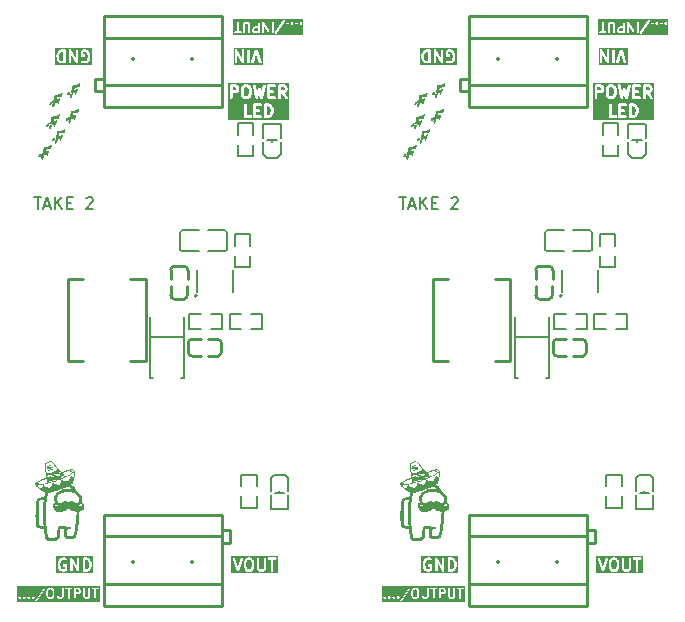
<source format=gbr>
%TF.GenerationSoftware,KiCad,Pcbnew,9.0.0*%
%TF.CreationDate,2025-03-11T18:23:01+02:00*%
%TF.ProjectId,LGS5145 Voltage Regulator,4c475335-3134-4352-9056-6f6c74616765,rev?*%
%TF.SameCoordinates,Original*%
%TF.FileFunction,Legend,Top*%
%TF.FilePolarity,Positive*%
%FSLAX46Y46*%
G04 Gerber Fmt 4.6, Leading zero omitted, Abs format (unit mm)*
G04 Created by KiCad (PCBNEW 9.0.0) date 2025-03-11 18:23:01*
%MOMM*%
%LPD*%
G01*
G04 APERTURE LIST*
%ADD10C,0.250000*%
%ADD11C,0.160000*%
%ADD12C,0.200000*%
%ADD13C,0.150000*%
%ADD14C,0.000000*%
%ADD15C,0.350000*%
G04 APERTURE END LIST*
D10*
G36*
X252008667Y-52046491D02*
G01*
X252068695Y-52106519D01*
X252101106Y-52171342D01*
X252141666Y-52333579D01*
X252141666Y-52445658D01*
X252101106Y-52607894D01*
X252068696Y-52672715D01*
X252008666Y-52732746D01*
X251913050Y-52764619D01*
X251820238Y-52764619D01*
X251820238Y-52014619D01*
X251913050Y-52014619D01*
X252008667Y-52046491D01*
G37*
G36*
X250192622Y-50430026D02*
G01*
X250249033Y-50486437D01*
X250284523Y-50628397D01*
X250284523Y-50930952D01*
X250249033Y-51072911D01*
X250192619Y-51129325D01*
X250141920Y-51154675D01*
X250010461Y-51154675D01*
X249959760Y-51129324D01*
X249903346Y-51072911D01*
X249867857Y-50930952D01*
X249867857Y-50628397D01*
X249903347Y-50486437D01*
X249959757Y-50430026D01*
X250010461Y-50404675D01*
X250141920Y-50404675D01*
X250192622Y-50430026D01*
G37*
G36*
X253287859Y-50430025D02*
G01*
X253306791Y-50448958D01*
X253332142Y-50499659D01*
X253332142Y-50583499D01*
X253306791Y-50634200D01*
X253287859Y-50653133D01*
X253237158Y-50678484D01*
X253010714Y-50678484D01*
X253010714Y-50404675D01*
X253237158Y-50404675D01*
X253287859Y-50430025D01*
G37*
G36*
X249192621Y-50430025D02*
G01*
X249211553Y-50448958D01*
X249236904Y-50499659D01*
X249236904Y-50583499D01*
X249211553Y-50634200D01*
X249192621Y-50653133D01*
X249141920Y-50678484D01*
X248915476Y-50678484D01*
X248915476Y-50404675D01*
X249141920Y-50404675D01*
X249192621Y-50430025D01*
G37*
G36*
X253707142Y-53139619D02*
G01*
X248540476Y-53139619D01*
X248540476Y-51889619D01*
X249855952Y-51889619D01*
X249855952Y-52889619D01*
X249858354Y-52914005D01*
X249877018Y-52959065D01*
X249911506Y-52993553D01*
X249956566Y-53012217D01*
X249980952Y-53014619D01*
X250457142Y-53014619D01*
X250481528Y-53012217D01*
X250526588Y-52993553D01*
X250561076Y-52959065D01*
X250579740Y-52914005D01*
X250579740Y-52865233D01*
X250561076Y-52820173D01*
X250526588Y-52785685D01*
X250481528Y-52767021D01*
X250457142Y-52764619D01*
X250105952Y-52764619D01*
X250105952Y-51889619D01*
X250665476Y-51889619D01*
X250665476Y-52889619D01*
X250667878Y-52914005D01*
X250686542Y-52959065D01*
X250721030Y-52993553D01*
X250766090Y-53012217D01*
X250790476Y-53014619D01*
X251266666Y-53014619D01*
X251291052Y-53012217D01*
X251336112Y-52993553D01*
X251370600Y-52959065D01*
X251389264Y-52914005D01*
X251389264Y-52865233D01*
X251370600Y-52820173D01*
X251336112Y-52785685D01*
X251291052Y-52767021D01*
X251266666Y-52764619D01*
X250915476Y-52764619D01*
X250915476Y-52490809D01*
X251123809Y-52490809D01*
X251148195Y-52488407D01*
X251193255Y-52469743D01*
X251227743Y-52435255D01*
X251246407Y-52390195D01*
X251246407Y-52341423D01*
X251227743Y-52296363D01*
X251193255Y-52261875D01*
X251148195Y-52243211D01*
X251123809Y-52240809D01*
X250915476Y-52240809D01*
X250915476Y-52014619D01*
X251266666Y-52014619D01*
X251291052Y-52012217D01*
X251336112Y-51993553D01*
X251370600Y-51959065D01*
X251389264Y-51914005D01*
X251389264Y-51889619D01*
X251570238Y-51889619D01*
X251570238Y-52889619D01*
X251572640Y-52914005D01*
X251591304Y-52959065D01*
X251625792Y-52993553D01*
X251670852Y-53012217D01*
X251695238Y-53014619D01*
X251933333Y-53014619D01*
X251945676Y-53013403D01*
X251948967Y-53013637D01*
X251953296Y-53012652D01*
X251957719Y-53012217D01*
X251960770Y-53010953D01*
X251972861Y-53008204D01*
X252115718Y-52960586D01*
X252138093Y-52950595D01*
X252141485Y-52947652D01*
X252145637Y-52945933D01*
X252164579Y-52930388D01*
X252259817Y-52835149D01*
X252267685Y-52825560D01*
X252270177Y-52823400D01*
X252272541Y-52819643D01*
X252275362Y-52816207D01*
X252276626Y-52813155D01*
X252283231Y-52802663D01*
X252330850Y-52707425D01*
X252331533Y-52705639D01*
X252332070Y-52704915D01*
X252335725Y-52694685D01*
X252339608Y-52684539D01*
X252339671Y-52683639D01*
X252340315Y-52681840D01*
X252387934Y-52491364D01*
X252388559Y-52487134D01*
X252389264Y-52485433D01*
X252390168Y-52476253D01*
X252391518Y-52467124D01*
X252391246Y-52465301D01*
X252391666Y-52461047D01*
X252391666Y-52318190D01*
X252391246Y-52313935D01*
X252391518Y-52312113D01*
X252390168Y-52302983D01*
X252389264Y-52293804D01*
X252388559Y-52292102D01*
X252387934Y-52287873D01*
X252340315Y-52097397D01*
X252339671Y-52095597D01*
X252339608Y-52094698D01*
X252335725Y-52084551D01*
X252332070Y-52074322D01*
X252331533Y-52073597D01*
X252330850Y-52071812D01*
X252283231Y-51976574D01*
X252276623Y-51966077D01*
X252275361Y-51963030D01*
X252272544Y-51959598D01*
X252270177Y-51955837D01*
X252267682Y-51953673D01*
X252259816Y-51944088D01*
X252164578Y-51848850D01*
X252145636Y-51833305D01*
X252141486Y-51831586D01*
X252138093Y-51828643D01*
X252115718Y-51818652D01*
X251972861Y-51771034D01*
X251960770Y-51768284D01*
X251957719Y-51767021D01*
X251953296Y-51766585D01*
X251948967Y-51765601D01*
X251945676Y-51765834D01*
X251933333Y-51764619D01*
X251695238Y-51764619D01*
X251670852Y-51767021D01*
X251625792Y-51785685D01*
X251591304Y-51820173D01*
X251572640Y-51865233D01*
X251570238Y-51889619D01*
X251389264Y-51889619D01*
X251389264Y-51865233D01*
X251370600Y-51820173D01*
X251336112Y-51785685D01*
X251291052Y-51767021D01*
X251266666Y-51764619D01*
X250790476Y-51764619D01*
X250766090Y-51767021D01*
X250721030Y-51785685D01*
X250686542Y-51820173D01*
X250667878Y-51865233D01*
X250665476Y-51889619D01*
X250105952Y-51889619D01*
X250103550Y-51865233D01*
X250084886Y-51820173D01*
X250050398Y-51785685D01*
X250005338Y-51767021D01*
X249956566Y-51767021D01*
X249911506Y-51785685D01*
X249877018Y-51820173D01*
X249858354Y-51865233D01*
X249855952Y-51889619D01*
X248540476Y-51889619D01*
X248540476Y-50279675D01*
X248665476Y-50279675D01*
X248665476Y-51279675D01*
X248667878Y-51304061D01*
X248686542Y-51349121D01*
X248721030Y-51383609D01*
X248766090Y-51402273D01*
X248814862Y-51402273D01*
X248859922Y-51383609D01*
X248894410Y-51349121D01*
X248913074Y-51304061D01*
X248915476Y-51279675D01*
X248915476Y-50928484D01*
X249171428Y-50928484D01*
X249195814Y-50926082D01*
X249199962Y-50924363D01*
X249204444Y-50924045D01*
X249227330Y-50915287D01*
X249322567Y-50867669D01*
X249333065Y-50861059D01*
X249336112Y-50859798D01*
X249339543Y-50856982D01*
X249343305Y-50854614D01*
X249345468Y-50852119D01*
X249355054Y-50844253D01*
X249402673Y-50796635D01*
X249410542Y-50787046D01*
X249413034Y-50784885D01*
X249415399Y-50781127D01*
X249418218Y-50777693D01*
X249419481Y-50774642D01*
X249426088Y-50764148D01*
X249473707Y-50668910D01*
X249482465Y-50646024D01*
X249482783Y-50641543D01*
X249484502Y-50637394D01*
X249486904Y-50613008D01*
X249617857Y-50613008D01*
X249617857Y-50946341D01*
X249618276Y-50950595D01*
X249618005Y-50952417D01*
X249619354Y-50961545D01*
X249620259Y-50970727D01*
X249620963Y-50972428D01*
X249621589Y-50976658D01*
X249669208Y-51167134D01*
X249677453Y-51190209D01*
X249682985Y-51197675D01*
X249686542Y-51206263D01*
X249702087Y-51225205D01*
X249797325Y-51320444D01*
X249806913Y-51328313D01*
X249809075Y-51330805D01*
X249812832Y-51333170D01*
X249816267Y-51335989D01*
X249819317Y-51337252D01*
X249829812Y-51343859D01*
X249925050Y-51391478D01*
X249947936Y-51400236D01*
X249952416Y-51400554D01*
X249956566Y-51402273D01*
X249980952Y-51404675D01*
X250171428Y-51404675D01*
X250195814Y-51402273D01*
X250199962Y-51400554D01*
X250204444Y-51400236D01*
X250227330Y-51391478D01*
X250322567Y-51343860D01*
X250333063Y-51337252D01*
X250336113Y-51335989D01*
X250339547Y-51333170D01*
X250343305Y-51330805D01*
X250345466Y-51328313D01*
X250355055Y-51320444D01*
X250450293Y-51225205D01*
X250465838Y-51206263D01*
X250469395Y-51197674D01*
X250474927Y-51190209D01*
X250483172Y-51167134D01*
X250530791Y-50976658D01*
X250531416Y-50972428D01*
X250532121Y-50970727D01*
X250533025Y-50961547D01*
X250534375Y-50952418D01*
X250534103Y-50950595D01*
X250534523Y-50946341D01*
X250534523Y-50613008D01*
X250534103Y-50608753D01*
X250534375Y-50606931D01*
X250533025Y-50597801D01*
X250532121Y-50588622D01*
X250531416Y-50586920D01*
X250530791Y-50582691D01*
X250483172Y-50392215D01*
X250474927Y-50369140D01*
X250469393Y-50361671D01*
X250465837Y-50353086D01*
X250450292Y-50334144D01*
X250400496Y-50284348D01*
X250617945Y-50284348D01*
X250621256Y-50308628D01*
X250859351Y-51308628D01*
X250862235Y-51316996D01*
X250862634Y-51319996D01*
X250864204Y-51322708D01*
X250867336Y-51331794D01*
X250877978Y-51346500D01*
X250887071Y-51362206D01*
X250892165Y-51366105D01*
X250895929Y-51371306D01*
X250911393Y-51380822D01*
X250925801Y-51391850D01*
X250931999Y-51393503D01*
X250937468Y-51396868D01*
X250955390Y-51399740D01*
X250972926Y-51404417D01*
X250979289Y-51403571D01*
X250985625Y-51404587D01*
X251003279Y-51400383D01*
X251021273Y-51397993D01*
X251026826Y-51394777D01*
X251033071Y-51393291D01*
X251047777Y-51382648D01*
X251063483Y-51373556D01*
X251067382Y-51368461D01*
X251072583Y-51364698D01*
X251082099Y-51349233D01*
X251093127Y-51334826D01*
X251096499Y-51325832D01*
X251098145Y-51323159D01*
X251098624Y-51320165D01*
X251101731Y-51311883D01*
X251171427Y-51050518D01*
X251241125Y-51311883D01*
X251244231Y-51320166D01*
X251244711Y-51323159D01*
X251246355Y-51325831D01*
X251249729Y-51334827D01*
X251260760Y-51349239D01*
X251270273Y-51364697D01*
X251275471Y-51368459D01*
X251279373Y-51373556D01*
X251295083Y-51382651D01*
X251309785Y-51393291D01*
X251316026Y-51394776D01*
X251321583Y-51397994D01*
X251339582Y-51400385D01*
X251357231Y-51404587D01*
X251363566Y-51403571D01*
X251369930Y-51404417D01*
X251387466Y-51399740D01*
X251405388Y-51396868D01*
X251410855Y-51393503D01*
X251417056Y-51391850D01*
X251431468Y-51380818D01*
X251446926Y-51371306D01*
X251450688Y-51366107D01*
X251455785Y-51362206D01*
X251464879Y-51346496D01*
X251475520Y-51331794D01*
X251478650Y-51322710D01*
X251480222Y-51319997D01*
X251480620Y-51316995D01*
X251483505Y-51308628D01*
X251721601Y-50308628D01*
X251724912Y-50284349D01*
X251724163Y-50279675D01*
X251855952Y-50279675D01*
X251855952Y-51279675D01*
X251858354Y-51304061D01*
X251877018Y-51349121D01*
X251911506Y-51383609D01*
X251956566Y-51402273D01*
X251980952Y-51404675D01*
X252457142Y-51404675D01*
X252481528Y-51402273D01*
X252526588Y-51383609D01*
X252561076Y-51349121D01*
X252579740Y-51304061D01*
X252579740Y-51255289D01*
X252561076Y-51210229D01*
X252526588Y-51175741D01*
X252481528Y-51157077D01*
X252457142Y-51154675D01*
X252105952Y-51154675D01*
X252105952Y-50880865D01*
X252314285Y-50880865D01*
X252338671Y-50878463D01*
X252383731Y-50859799D01*
X252418219Y-50825311D01*
X252436883Y-50780251D01*
X252436883Y-50731479D01*
X252418219Y-50686419D01*
X252383731Y-50651931D01*
X252338671Y-50633267D01*
X252314285Y-50630865D01*
X252105952Y-50630865D01*
X252105952Y-50404675D01*
X252457142Y-50404675D01*
X252481528Y-50402273D01*
X252526588Y-50383609D01*
X252561076Y-50349121D01*
X252579740Y-50304061D01*
X252579740Y-50279675D01*
X252760714Y-50279675D01*
X252760714Y-51279675D01*
X252763116Y-51304061D01*
X252781780Y-51349121D01*
X252816268Y-51383609D01*
X252861328Y-51402273D01*
X252910100Y-51402273D01*
X252955160Y-51383609D01*
X252989648Y-51349121D01*
X253008312Y-51304061D01*
X253010714Y-51279675D01*
X253010714Y-50928484D01*
X253058727Y-50928484D01*
X253354738Y-51351358D01*
X253370690Y-51369958D01*
X253411821Y-51396170D01*
X253459852Y-51404646D01*
X253507470Y-51394096D01*
X253547425Y-51366127D01*
X253573637Y-51324997D01*
X253582113Y-51276965D01*
X253571563Y-51229348D01*
X253559546Y-51207992D01*
X253346334Y-50903403D01*
X253417805Y-50867669D01*
X253428303Y-50861059D01*
X253431350Y-50859798D01*
X253434781Y-50856982D01*
X253438543Y-50854614D01*
X253440706Y-50852119D01*
X253450292Y-50844253D01*
X253497911Y-50796635D01*
X253505780Y-50787046D01*
X253508272Y-50784885D01*
X253510637Y-50781127D01*
X253513456Y-50777693D01*
X253514719Y-50774642D01*
X253521326Y-50764148D01*
X253568945Y-50668910D01*
X253577703Y-50646024D01*
X253578021Y-50641543D01*
X253579740Y-50637394D01*
X253582142Y-50613008D01*
X253582142Y-50470151D01*
X253579740Y-50445765D01*
X253578021Y-50441615D01*
X253577703Y-50437135D01*
X253568945Y-50414249D01*
X253521326Y-50319011D01*
X253514719Y-50308516D01*
X253513456Y-50305466D01*
X253510637Y-50302031D01*
X253508272Y-50298274D01*
X253505780Y-50296112D01*
X253497911Y-50286524D01*
X253450292Y-50238906D01*
X253440706Y-50231039D01*
X253438543Y-50228545D01*
X253434781Y-50226176D01*
X253431350Y-50223361D01*
X253428303Y-50222099D01*
X253417805Y-50215490D01*
X253322568Y-50167872D01*
X253299682Y-50159114D01*
X253295200Y-50158795D01*
X253291052Y-50157077D01*
X253266666Y-50154675D01*
X252885714Y-50154675D01*
X252861328Y-50157077D01*
X252816268Y-50175741D01*
X252781780Y-50210229D01*
X252763116Y-50255289D01*
X252760714Y-50279675D01*
X252579740Y-50279675D01*
X252579740Y-50255289D01*
X252561076Y-50210229D01*
X252526588Y-50175741D01*
X252481528Y-50157077D01*
X252457142Y-50154675D01*
X251980952Y-50154675D01*
X251956566Y-50157077D01*
X251911506Y-50175741D01*
X251877018Y-50210229D01*
X251858354Y-50255289D01*
X251855952Y-50279675D01*
X251724163Y-50279675D01*
X251717193Y-50236191D01*
X251691631Y-50194653D01*
X251652119Y-50166059D01*
X251604673Y-50154763D01*
X251556516Y-50162482D01*
X251514978Y-50188044D01*
X251486384Y-50227556D01*
X251478399Y-50250722D01*
X251355042Y-50768816D01*
X251292207Y-50533181D01*
X251290065Y-50527470D01*
X251289746Y-50525067D01*
X251288094Y-50522213D01*
X251283603Y-50510238D01*
X251273577Y-50497139D01*
X251265309Y-50482858D01*
X251258879Y-50477936D01*
X251253959Y-50471508D01*
X251239681Y-50463242D01*
X251226580Y-50453214D01*
X251218755Y-50451127D01*
X251211749Y-50447071D01*
X251195395Y-50444898D01*
X251179454Y-50440647D01*
X251171427Y-50441713D01*
X251163402Y-50440647D01*
X251147466Y-50444896D01*
X251131107Y-50447070D01*
X251124096Y-50451128D01*
X251116277Y-50453214D01*
X251103178Y-50463239D01*
X251088897Y-50471508D01*
X251083975Y-50477937D01*
X251077547Y-50482858D01*
X251069281Y-50497135D01*
X251059253Y-50510237D01*
X251054760Y-50522217D01*
X251053110Y-50525068D01*
X251052790Y-50527469D01*
X251050649Y-50533181D01*
X250987813Y-50768815D01*
X250864458Y-50250722D01*
X250856473Y-50227556D01*
X250827880Y-50188044D01*
X250786341Y-50162482D01*
X250738184Y-50154763D01*
X250690738Y-50166059D01*
X250651226Y-50194652D01*
X250625664Y-50236191D01*
X250617945Y-50284348D01*
X250400496Y-50284348D01*
X250355054Y-50238906D01*
X250345468Y-50231039D01*
X250343305Y-50228545D01*
X250339543Y-50226176D01*
X250336112Y-50223361D01*
X250333065Y-50222099D01*
X250322567Y-50215490D01*
X250227330Y-50167872D01*
X250204444Y-50159114D01*
X250199962Y-50158795D01*
X250195814Y-50157077D01*
X250171428Y-50154675D01*
X249980952Y-50154675D01*
X249956566Y-50157077D01*
X249952416Y-50158795D01*
X249947936Y-50159114D01*
X249925050Y-50167872D01*
X249829812Y-50215491D01*
X249819315Y-50222098D01*
X249816268Y-50223361D01*
X249812836Y-50226177D01*
X249809075Y-50228545D01*
X249806911Y-50231039D01*
X249797326Y-50238906D01*
X249702088Y-50334144D01*
X249686543Y-50353086D01*
X249682986Y-50361671D01*
X249677453Y-50369140D01*
X249669208Y-50392215D01*
X249621589Y-50582691D01*
X249620963Y-50586920D01*
X249620259Y-50588622D01*
X249619354Y-50597803D01*
X249618005Y-50606932D01*
X249618276Y-50608753D01*
X249617857Y-50613008D01*
X249486904Y-50613008D01*
X249486904Y-50470151D01*
X249484502Y-50445765D01*
X249482783Y-50441615D01*
X249482465Y-50437135D01*
X249473707Y-50414249D01*
X249426088Y-50319011D01*
X249419481Y-50308516D01*
X249418218Y-50305466D01*
X249415399Y-50302031D01*
X249413034Y-50298274D01*
X249410542Y-50296112D01*
X249402673Y-50286524D01*
X249355054Y-50238906D01*
X249345468Y-50231039D01*
X249343305Y-50228545D01*
X249339543Y-50226176D01*
X249336112Y-50223361D01*
X249333065Y-50222099D01*
X249322567Y-50215490D01*
X249227330Y-50167872D01*
X249204444Y-50159114D01*
X249199962Y-50158795D01*
X249195814Y-50157077D01*
X249171428Y-50154675D01*
X248790476Y-50154675D01*
X248766090Y-50157077D01*
X248721030Y-50175741D01*
X248686542Y-50210229D01*
X248667878Y-50255289D01*
X248665476Y-50279675D01*
X248540476Y-50279675D01*
X248540476Y-50029675D01*
X253707142Y-50029675D01*
X253707142Y-53139619D01*
G37*
D11*
G36*
X233591205Y-92947618D02*
G01*
X233642548Y-92998960D01*
X233672880Y-93120287D01*
X233672880Y-93367261D01*
X233642548Y-93488588D01*
X233591203Y-93539932D01*
X233543519Y-93563775D01*
X233428908Y-93563775D01*
X233381221Y-93539931D01*
X233329878Y-93488588D01*
X233299546Y-93367260D01*
X233299546Y-93120288D01*
X233329878Y-92998961D01*
X233381221Y-92947618D01*
X233428908Y-92923775D01*
X233543519Y-92923775D01*
X233591205Y-92947618D01*
G37*
G36*
X235876917Y-92947617D02*
G01*
X235896655Y-92967354D01*
X235920499Y-93015041D01*
X235920499Y-93091555D01*
X235896655Y-93139242D01*
X235876917Y-93158979D01*
X235829233Y-93182822D01*
X235623356Y-93182822D01*
X235623356Y-92923775D01*
X235829233Y-92923775D01*
X235876917Y-92947617D01*
G37*
G36*
X237691660Y-94003141D02*
G01*
X230690290Y-94003141D01*
X230690290Y-93834335D01*
X232225260Y-93834335D01*
X232231382Y-93864943D01*
X232248752Y-93890879D01*
X232274723Y-93908193D01*
X232305345Y-93914252D01*
X232335953Y-93908130D01*
X232361889Y-93890760D01*
X232371825Y-93878627D01*
X232883949Y-93110441D01*
X233139546Y-93110441D01*
X233139546Y-93377108D01*
X233139813Y-93379828D01*
X233139640Y-93380997D01*
X233140504Y-93386841D01*
X233141083Y-93392715D01*
X233141534Y-93393805D01*
X233141935Y-93396511D01*
X233180031Y-93548892D01*
X233185307Y-93563660D01*
X233188847Y-93568439D01*
X233191124Y-93573934D01*
X233201073Y-93586057D01*
X233277263Y-93662248D01*
X233283397Y-93667282D01*
X233284783Y-93668880D01*
X233287191Y-93670395D01*
X233289386Y-93672197D01*
X233291336Y-93673005D01*
X233298055Y-93677234D01*
X233374246Y-93715329D01*
X233388893Y-93720934D01*
X233391759Y-93721137D01*
X233394416Y-93722238D01*
X233410023Y-93723775D01*
X233562404Y-93723775D01*
X233578011Y-93722238D01*
X233580667Y-93721137D01*
X233583534Y-93720934D01*
X233598181Y-93715329D01*
X233674371Y-93677234D01*
X233681085Y-93673007D01*
X233683040Y-93672198D01*
X233685239Y-93670392D01*
X233687643Y-93668880D01*
X233689025Y-93667285D01*
X233695163Y-93662249D01*
X233771353Y-93586058D01*
X233781302Y-93573935D01*
X233783578Y-93568440D01*
X233787120Y-93563660D01*
X233792396Y-93548892D01*
X233830492Y-93396510D01*
X233830892Y-93393803D01*
X233831343Y-93392715D01*
X233831920Y-93386847D01*
X233832786Y-93380997D01*
X233832612Y-93379828D01*
X233832880Y-93377108D01*
X233832880Y-93110441D01*
X233832612Y-93107720D01*
X233832786Y-93106552D01*
X233831920Y-93100701D01*
X233831343Y-93094834D01*
X233830892Y-93093745D01*
X233830492Y-93091039D01*
X233792396Y-92938657D01*
X233787120Y-92923889D01*
X233783578Y-92919109D01*
X233781302Y-92913614D01*
X233771353Y-92901491D01*
X233713636Y-92843775D01*
X234015737Y-92843775D01*
X234015737Y-93491394D01*
X234017274Y-93507001D01*
X234018374Y-93509657D01*
X234018578Y-93512524D01*
X234024183Y-93527171D01*
X234062278Y-93603361D01*
X234066505Y-93610077D01*
X234067314Y-93612029D01*
X234069116Y-93614225D01*
X234070632Y-93616633D01*
X234072229Y-93618018D01*
X234077263Y-93624152D01*
X234115358Y-93662248D01*
X234121493Y-93667283D01*
X234122878Y-93668880D01*
X234125282Y-93670393D01*
X234127480Y-93672197D01*
X234129432Y-93673005D01*
X234136150Y-93677234D01*
X234212341Y-93715329D01*
X234226988Y-93720934D01*
X234229854Y-93721137D01*
X234232511Y-93722238D01*
X234248118Y-93723775D01*
X234400499Y-93723775D01*
X234416106Y-93722238D01*
X234418762Y-93721137D01*
X234421629Y-93720934D01*
X234436276Y-93715329D01*
X234512466Y-93677234D01*
X234519183Y-93673005D01*
X234521136Y-93672197D01*
X234523333Y-93670393D01*
X234525738Y-93668880D01*
X234527122Y-93667283D01*
X234533258Y-93662248D01*
X234571353Y-93624152D01*
X234576386Y-93618018D01*
X234577983Y-93616634D01*
X234579498Y-93614226D01*
X234581302Y-93612029D01*
X234582110Y-93610078D01*
X234586338Y-93603362D01*
X234624434Y-93527172D01*
X234630039Y-93512526D01*
X234630242Y-93509656D01*
X234631343Y-93507001D01*
X234632880Y-93491394D01*
X234632880Y-92843775D01*
X234631343Y-92828168D01*
X234741083Y-92828168D01*
X234741083Y-92859382D01*
X234753028Y-92888221D01*
X234775100Y-92910293D01*
X234803939Y-92922238D01*
X234819546Y-92923775D01*
X234968117Y-92923775D01*
X234968117Y-93643775D01*
X234969654Y-93659382D01*
X234981599Y-93688221D01*
X235003671Y-93710293D01*
X235032510Y-93722238D01*
X235063724Y-93722238D01*
X235092563Y-93710293D01*
X235114635Y-93688221D01*
X235126580Y-93659382D01*
X235128117Y-93643775D01*
X235128117Y-92923775D01*
X235276689Y-92923775D01*
X235292296Y-92922238D01*
X235321135Y-92910293D01*
X235343207Y-92888221D01*
X235355152Y-92859382D01*
X235355152Y-92843775D01*
X235463356Y-92843775D01*
X235463356Y-93643775D01*
X235464893Y-93659382D01*
X235476838Y-93688221D01*
X235498910Y-93710293D01*
X235527749Y-93722238D01*
X235558963Y-93722238D01*
X235587802Y-93710293D01*
X235609874Y-93688221D01*
X235621819Y-93659382D01*
X235623356Y-93643775D01*
X235623356Y-93342822D01*
X235848118Y-93342822D01*
X235863725Y-93341285D01*
X235866381Y-93340184D01*
X235869248Y-93339981D01*
X235883895Y-93334376D01*
X235960085Y-93296281D01*
X235966799Y-93292054D01*
X235968754Y-93291245D01*
X235970953Y-93289439D01*
X235973357Y-93287927D01*
X235974739Y-93286332D01*
X235980877Y-93281296D01*
X236018971Y-93243201D01*
X236024005Y-93237066D01*
X236025603Y-93235681D01*
X236027118Y-93233272D01*
X236028920Y-93231078D01*
X236029727Y-93229127D01*
X236033957Y-93222409D01*
X236072053Y-93146219D01*
X236077658Y-93131572D01*
X236077861Y-93128704D01*
X236078962Y-93126048D01*
X236080499Y-93110441D01*
X236080499Y-92996156D01*
X236078962Y-92980549D01*
X236077861Y-92977892D01*
X236077658Y-92975025D01*
X236072053Y-92960378D01*
X236033957Y-92884188D01*
X236029727Y-92877469D01*
X236028920Y-92875519D01*
X236027118Y-92873324D01*
X236025603Y-92870916D01*
X236024005Y-92869530D01*
X236018971Y-92863396D01*
X235999351Y-92843775D01*
X236263356Y-92843775D01*
X236263356Y-93491394D01*
X236264893Y-93507001D01*
X236265993Y-93509657D01*
X236266197Y-93512524D01*
X236271802Y-93527171D01*
X236309897Y-93603361D01*
X236314124Y-93610077D01*
X236314933Y-93612029D01*
X236316735Y-93614225D01*
X236318251Y-93616633D01*
X236319848Y-93618018D01*
X236324882Y-93624152D01*
X236362977Y-93662248D01*
X236369112Y-93667283D01*
X236370497Y-93668880D01*
X236372901Y-93670393D01*
X236375099Y-93672197D01*
X236377051Y-93673005D01*
X236383769Y-93677234D01*
X236459960Y-93715329D01*
X236474607Y-93720934D01*
X236477473Y-93721137D01*
X236480130Y-93722238D01*
X236495737Y-93723775D01*
X236648118Y-93723775D01*
X236663725Y-93722238D01*
X236666381Y-93721137D01*
X236669248Y-93720934D01*
X236683895Y-93715329D01*
X236760085Y-93677234D01*
X236766802Y-93673005D01*
X236768755Y-93672197D01*
X236770952Y-93670393D01*
X236773357Y-93668880D01*
X236774741Y-93667283D01*
X236780877Y-93662248D01*
X236818972Y-93624152D01*
X236824005Y-93618018D01*
X236825602Y-93616634D01*
X236827117Y-93614226D01*
X236828921Y-93612029D01*
X236829729Y-93610078D01*
X236833957Y-93603362D01*
X236872053Y-93527172D01*
X236877658Y-93512526D01*
X236877861Y-93509656D01*
X236878962Y-93507001D01*
X236880499Y-93491394D01*
X236880499Y-92843775D01*
X236878962Y-92828168D01*
X236988702Y-92828168D01*
X236988702Y-92859382D01*
X237000647Y-92888221D01*
X237022719Y-92910293D01*
X237051558Y-92922238D01*
X237067165Y-92923775D01*
X237215736Y-92923775D01*
X237215736Y-93643775D01*
X237217273Y-93659382D01*
X237229218Y-93688221D01*
X237251290Y-93710293D01*
X237280129Y-93722238D01*
X237311343Y-93722238D01*
X237340182Y-93710293D01*
X237362254Y-93688221D01*
X237374199Y-93659382D01*
X237375736Y-93643775D01*
X237375736Y-92923775D01*
X237524308Y-92923775D01*
X237539915Y-92922238D01*
X237568754Y-92910293D01*
X237590826Y-92888221D01*
X237602771Y-92859382D01*
X237602771Y-92828168D01*
X237590826Y-92799329D01*
X237568754Y-92777257D01*
X237539915Y-92765312D01*
X237524308Y-92763775D01*
X237067165Y-92763775D01*
X237051558Y-92765312D01*
X237022719Y-92777257D01*
X237000647Y-92799329D01*
X236988702Y-92828168D01*
X236878962Y-92828168D01*
X236867017Y-92799329D01*
X236844945Y-92777257D01*
X236816106Y-92765312D01*
X236784892Y-92765312D01*
X236756053Y-92777257D01*
X236733981Y-92799329D01*
X236722036Y-92828168D01*
X236720499Y-92843775D01*
X236720499Y-93472508D01*
X236696654Y-93520196D01*
X236676918Y-93539932D01*
X236629233Y-93563775D01*
X236514622Y-93563775D01*
X236466935Y-93539932D01*
X236447199Y-93520195D01*
X236423356Y-93472509D01*
X236423356Y-92843775D01*
X236421819Y-92828168D01*
X236409874Y-92799329D01*
X236387802Y-92777257D01*
X236358963Y-92765312D01*
X236327749Y-92765312D01*
X236298910Y-92777257D01*
X236276838Y-92799329D01*
X236264893Y-92828168D01*
X236263356Y-92843775D01*
X235999351Y-92843775D01*
X235980877Y-92825301D01*
X235974739Y-92820264D01*
X235973357Y-92818670D01*
X235970953Y-92817157D01*
X235968754Y-92815352D01*
X235966799Y-92814542D01*
X235960085Y-92810316D01*
X235883895Y-92772221D01*
X235869248Y-92766616D01*
X235866381Y-92766412D01*
X235863725Y-92765312D01*
X235848118Y-92763775D01*
X235543356Y-92763775D01*
X235527749Y-92765312D01*
X235498910Y-92777257D01*
X235476838Y-92799329D01*
X235464893Y-92828168D01*
X235463356Y-92843775D01*
X235355152Y-92843775D01*
X235355152Y-92828168D01*
X235343207Y-92799329D01*
X235321135Y-92777257D01*
X235292296Y-92765312D01*
X235276689Y-92763775D01*
X234819546Y-92763775D01*
X234803939Y-92765312D01*
X234775100Y-92777257D01*
X234753028Y-92799329D01*
X234741083Y-92828168D01*
X234631343Y-92828168D01*
X234619398Y-92799329D01*
X234597326Y-92777257D01*
X234568487Y-92765312D01*
X234537273Y-92765312D01*
X234508434Y-92777257D01*
X234486362Y-92799329D01*
X234474417Y-92828168D01*
X234472880Y-92843775D01*
X234472880Y-93472508D01*
X234449035Y-93520196D01*
X234429299Y-93539932D01*
X234381614Y-93563775D01*
X234267003Y-93563775D01*
X234219316Y-93539932D01*
X234199580Y-93520195D01*
X234175737Y-93472509D01*
X234175737Y-92843775D01*
X234174200Y-92828168D01*
X234162255Y-92799329D01*
X234140183Y-92777257D01*
X234111344Y-92765312D01*
X234080130Y-92765312D01*
X234051291Y-92777257D01*
X234029219Y-92799329D01*
X234017274Y-92828168D01*
X234015737Y-92843775D01*
X233713636Y-92843775D01*
X233695162Y-92825301D01*
X233689028Y-92820267D01*
X233687643Y-92818670D01*
X233685235Y-92817154D01*
X233683039Y-92815352D01*
X233681087Y-92814543D01*
X233674371Y-92810316D01*
X233598181Y-92772221D01*
X233583534Y-92766616D01*
X233580667Y-92766412D01*
X233578011Y-92765312D01*
X233562404Y-92763775D01*
X233410023Y-92763775D01*
X233394416Y-92765312D01*
X233391759Y-92766412D01*
X233388893Y-92766616D01*
X233374246Y-92772221D01*
X233298055Y-92810316D01*
X233291340Y-92814542D01*
X233289386Y-92815352D01*
X233287186Y-92817156D01*
X233284783Y-92818670D01*
X233283398Y-92820265D01*
X233277264Y-92825301D01*
X233201073Y-92901491D01*
X233191124Y-92913614D01*
X233188847Y-92919110D01*
X233185307Y-92923889D01*
X233180031Y-92938657D01*
X233141935Y-93091038D01*
X233141534Y-93093743D01*
X233141083Y-93094834D01*
X233140504Y-93100707D01*
X233139640Y-93106552D01*
X233139813Y-93107720D01*
X233139546Y-93110441D01*
X232883949Y-93110441D01*
X233057539Y-92850056D01*
X233064917Y-92836218D01*
X233070975Y-92805597D01*
X233064854Y-92774988D01*
X233047484Y-92749052D01*
X233021512Y-92731738D01*
X232990891Y-92725680D01*
X232960283Y-92731802D01*
X232934347Y-92749171D01*
X232924411Y-92761304D01*
X232238697Y-93789875D01*
X232231319Y-93803713D01*
X232225260Y-93834335D01*
X230690290Y-93834335D01*
X230690290Y-93590074D01*
X230779179Y-93590074D01*
X230779180Y-93621288D01*
X230782030Y-93628168D01*
X230791125Y-93650126D01*
X230791126Y-93650127D01*
X230801075Y-93662249D01*
X230839171Y-93700344D01*
X230851288Y-93710288D01*
X230851293Y-93710293D01*
X230880132Y-93722238D01*
X230880133Y-93722238D01*
X230911347Y-93722238D01*
X230923292Y-93717290D01*
X230940185Y-93710293D01*
X230940186Y-93710292D01*
X230952308Y-93700344D01*
X230990402Y-93662249D01*
X231000346Y-93650131D01*
X231000351Y-93650127D01*
X231012297Y-93621288D01*
X231012297Y-93590074D01*
X231160131Y-93590074D01*
X231160132Y-93621288D01*
X231162982Y-93628168D01*
X231172077Y-93650126D01*
X231172078Y-93650127D01*
X231182027Y-93662249D01*
X231220123Y-93700344D01*
X231232240Y-93710288D01*
X231232245Y-93710293D01*
X231261084Y-93722238D01*
X231261085Y-93722238D01*
X231292299Y-93722238D01*
X231304244Y-93717290D01*
X231321137Y-93710293D01*
X231321138Y-93710292D01*
X231333260Y-93700344D01*
X231371354Y-93662249D01*
X231381298Y-93650131D01*
X231381303Y-93650127D01*
X231393249Y-93621288D01*
X231393249Y-93590074D01*
X231541083Y-93590074D01*
X231541084Y-93621288D01*
X231543934Y-93628168D01*
X231553029Y-93650126D01*
X231553030Y-93650127D01*
X231562979Y-93662249D01*
X231601075Y-93700344D01*
X231613192Y-93710288D01*
X231613197Y-93710293D01*
X231642036Y-93722238D01*
X231642037Y-93722238D01*
X231673251Y-93722238D01*
X231685196Y-93717290D01*
X231702089Y-93710293D01*
X231702090Y-93710292D01*
X231714212Y-93700344D01*
X231752306Y-93662249D01*
X231762250Y-93650131D01*
X231762255Y-93650127D01*
X231774201Y-93621288D01*
X231774201Y-93590074D01*
X231922035Y-93590074D01*
X231922036Y-93621288D01*
X231924886Y-93628168D01*
X231933981Y-93650126D01*
X231933982Y-93650127D01*
X231943931Y-93662249D01*
X231982027Y-93700344D01*
X231994144Y-93710288D01*
X231994149Y-93710293D01*
X232022988Y-93722238D01*
X232022989Y-93722238D01*
X232054203Y-93722238D01*
X232066148Y-93717290D01*
X232083041Y-93710293D01*
X232083042Y-93710292D01*
X232095164Y-93700344D01*
X232133258Y-93662249D01*
X232143202Y-93650131D01*
X232143207Y-93650127D01*
X232155153Y-93621288D01*
X232155153Y-93590074D01*
X232143208Y-93561235D01*
X232133259Y-93549112D01*
X232095164Y-93511016D01*
X232083042Y-93501067D01*
X232083041Y-93501066D01*
X232059690Y-93491394D01*
X232054203Y-93489121D01*
X232022989Y-93489120D01*
X232006095Y-93496118D01*
X231994149Y-93501066D01*
X231982027Y-93511015D01*
X231943930Y-93549111D01*
X231933981Y-93561234D01*
X231929430Y-93572221D01*
X231922035Y-93590074D01*
X231774201Y-93590074D01*
X231762256Y-93561235D01*
X231752307Y-93549112D01*
X231714212Y-93511016D01*
X231702090Y-93501067D01*
X231702089Y-93501066D01*
X231678738Y-93491394D01*
X231673251Y-93489121D01*
X231642037Y-93489120D01*
X231625143Y-93496118D01*
X231613197Y-93501066D01*
X231601075Y-93511015D01*
X231562978Y-93549111D01*
X231553029Y-93561234D01*
X231548478Y-93572221D01*
X231541083Y-93590074D01*
X231393249Y-93590074D01*
X231381304Y-93561235D01*
X231371355Y-93549112D01*
X231333260Y-93511016D01*
X231321138Y-93501067D01*
X231321137Y-93501066D01*
X231297786Y-93491394D01*
X231292299Y-93489121D01*
X231261085Y-93489120D01*
X231244191Y-93496118D01*
X231232245Y-93501066D01*
X231220123Y-93511015D01*
X231182026Y-93549111D01*
X231172077Y-93561234D01*
X231167526Y-93572221D01*
X231160131Y-93590074D01*
X231012297Y-93590074D01*
X231000352Y-93561235D01*
X230990403Y-93549112D01*
X230952308Y-93511016D01*
X230940186Y-93501067D01*
X230940185Y-93501066D01*
X230916834Y-93491394D01*
X230911347Y-93489121D01*
X230880133Y-93489120D01*
X230863239Y-93496118D01*
X230851293Y-93501066D01*
X230839171Y-93511015D01*
X230801074Y-93549111D01*
X230791125Y-93561234D01*
X230786574Y-93572221D01*
X230779179Y-93590074D01*
X230690290Y-93590074D01*
X230690290Y-92636791D01*
X237691660Y-92636791D01*
X237691660Y-94003141D01*
G37*
D12*
G36*
X234582707Y-48182780D02*
G01*
X234460838Y-48182780D01*
X234355774Y-48147758D01*
X234288702Y-48080686D01*
X234253249Y-48009780D01*
X234211279Y-47841899D01*
X234211279Y-47723662D01*
X234253249Y-47555780D01*
X234288702Y-47484874D01*
X234355774Y-47417802D01*
X234460840Y-47382780D01*
X234582707Y-47382780D01*
X234582707Y-48182780D01*
G37*
G36*
X236989056Y-48493891D02*
G01*
X233900168Y-48493891D01*
X233900168Y-47711352D01*
X234011279Y-47711352D01*
X234011279Y-47854209D01*
X234011614Y-47857611D01*
X234011397Y-47859070D01*
X234012476Y-47866367D01*
X234013200Y-47873718D01*
X234013764Y-47875081D01*
X234014265Y-47878463D01*
X234061884Y-48068938D01*
X234062397Y-48070375D01*
X234062449Y-48071098D01*
X234065557Y-48079222D01*
X234068479Y-48087399D01*
X234068909Y-48087979D01*
X234069455Y-48089406D01*
X234117074Y-48184644D01*
X234122359Y-48193040D01*
X234123370Y-48195480D01*
X234125623Y-48198226D01*
X234127517Y-48201234D01*
X234129511Y-48202963D01*
X234135806Y-48210634D01*
X234231044Y-48305872D01*
X234246198Y-48318308D01*
X234249516Y-48319682D01*
X234252232Y-48322038D01*
X234270132Y-48330029D01*
X234412989Y-48377648D01*
X234422661Y-48379847D01*
X234425103Y-48380859D01*
X234428640Y-48381207D01*
X234432104Y-48381995D01*
X234434738Y-48381807D01*
X234444612Y-48382780D01*
X234682707Y-48382780D01*
X234702216Y-48380859D01*
X234738264Y-48365927D01*
X234765854Y-48338337D01*
X234780786Y-48302289D01*
X234782707Y-48282780D01*
X234782707Y-47282780D01*
X235058898Y-47282780D01*
X235058898Y-48282780D01*
X235060819Y-48302289D01*
X235075751Y-48338337D01*
X235103341Y-48365927D01*
X235139389Y-48380859D01*
X235178407Y-48380859D01*
X235214455Y-48365927D01*
X235242045Y-48338337D01*
X235256977Y-48302289D01*
X235258898Y-48282780D01*
X235258898Y-47659336D01*
X235643502Y-48332394D01*
X235646420Y-48336504D01*
X235647179Y-48338337D01*
X235649045Y-48340203D01*
X235654849Y-48348379D01*
X235665365Y-48356523D01*
X235674769Y-48365927D01*
X235680656Y-48368365D01*
X235685698Y-48372270D01*
X235698530Y-48375769D01*
X235710817Y-48380859D01*
X235717193Y-48380859D01*
X235723342Y-48382536D01*
X235736535Y-48380859D01*
X235749835Y-48380859D01*
X235755723Y-48378419D01*
X235762048Y-48377616D01*
X235773597Y-48371015D01*
X235785883Y-48365927D01*
X235790390Y-48361419D01*
X235795925Y-48358257D01*
X235804069Y-48347740D01*
X235813473Y-48338337D01*
X235815911Y-48332449D01*
X235819816Y-48327408D01*
X235823315Y-48314575D01*
X235828405Y-48302289D01*
X235829387Y-48292311D01*
X235830082Y-48289765D01*
X235829831Y-48287797D01*
X235830326Y-48282780D01*
X235830326Y-47378019D01*
X236058898Y-47378019D01*
X236058898Y-47711352D01*
X236060819Y-47730861D01*
X236075751Y-47766909D01*
X236103341Y-47794499D01*
X236139389Y-47809431D01*
X236158898Y-47811352D01*
X236349374Y-47811352D01*
X236368883Y-47809431D01*
X236404931Y-47794499D01*
X236432521Y-47766909D01*
X236447453Y-47730861D01*
X236447453Y-47691843D01*
X236432521Y-47655795D01*
X236404931Y-47628205D01*
X236368883Y-47613273D01*
X236349374Y-47611352D01*
X236258898Y-47611352D01*
X236258898Y-47419440D01*
X236260535Y-47417802D01*
X236365602Y-47382780D01*
X236428385Y-47382780D01*
X236533449Y-47417802D01*
X236600522Y-47484875D01*
X236635974Y-47555780D01*
X236677945Y-47723661D01*
X236677945Y-47841899D01*
X236635974Y-48009780D01*
X236600522Y-48080686D01*
X236533449Y-48147758D01*
X236428385Y-48182780D01*
X236325362Y-48182780D01*
X236251238Y-48145718D01*
X236232930Y-48138712D01*
X236194010Y-48135946D01*
X236156994Y-48148285D01*
X236127517Y-48173849D01*
X236110068Y-48208748D01*
X236107302Y-48247668D01*
X236119641Y-48284684D01*
X236145205Y-48314161D01*
X236161796Y-48324604D01*
X236257033Y-48372223D01*
X236275342Y-48379229D01*
X236278925Y-48379483D01*
X236282246Y-48380859D01*
X236301755Y-48382780D01*
X236444612Y-48382780D01*
X236454485Y-48381807D01*
X236457119Y-48381995D01*
X236460582Y-48381207D01*
X236464121Y-48380859D01*
X236466563Y-48379847D01*
X236476235Y-48377648D01*
X236619091Y-48330029D01*
X236636992Y-48322038D01*
X236639707Y-48319682D01*
X236643026Y-48318308D01*
X236658180Y-48305872D01*
X236753418Y-48210634D01*
X236759709Y-48202967D01*
X236761707Y-48201235D01*
X236763602Y-48198223D01*
X236765854Y-48195480D01*
X236766863Y-48193042D01*
X236772150Y-48184644D01*
X236819769Y-48089407D01*
X236820315Y-48087978D01*
X236820745Y-48087399D01*
X236823666Y-48079222D01*
X236826775Y-48071098D01*
X236826826Y-48070377D01*
X236827340Y-48068939D01*
X236874959Y-47878463D01*
X236875459Y-47875081D01*
X236876024Y-47873718D01*
X236876747Y-47866367D01*
X236877827Y-47859070D01*
X236877609Y-47857611D01*
X236877945Y-47854209D01*
X236877945Y-47711352D01*
X236877609Y-47707949D01*
X236877827Y-47706491D01*
X236876747Y-47699193D01*
X236876024Y-47691843D01*
X236875459Y-47690479D01*
X236874959Y-47687098D01*
X236827340Y-47496622D01*
X236826826Y-47495183D01*
X236826775Y-47494463D01*
X236823666Y-47486338D01*
X236820745Y-47478162D01*
X236820315Y-47477582D01*
X236819769Y-47476154D01*
X236772150Y-47380917D01*
X236766863Y-47372518D01*
X236765854Y-47370081D01*
X236763602Y-47367337D01*
X236761707Y-47364326D01*
X236759709Y-47362593D01*
X236753418Y-47354927D01*
X236658180Y-47259689D01*
X236643026Y-47247253D01*
X236639707Y-47245878D01*
X236636993Y-47243524D01*
X236619093Y-47235532D01*
X236476235Y-47187912D01*
X236466562Y-47185712D01*
X236464121Y-47184701D01*
X236460583Y-47184352D01*
X236457120Y-47183565D01*
X236454485Y-47183752D01*
X236444612Y-47182780D01*
X236349374Y-47182780D01*
X236339500Y-47183752D01*
X236336866Y-47183565D01*
X236333402Y-47184352D01*
X236329865Y-47184701D01*
X236327423Y-47185712D01*
X236317751Y-47187912D01*
X236174894Y-47235532D01*
X236156993Y-47243524D01*
X236154278Y-47245877D01*
X236150959Y-47247253D01*
X236135806Y-47259690D01*
X236088187Y-47307308D01*
X236075751Y-47322462D01*
X236060819Y-47358510D01*
X236058898Y-47378019D01*
X235830326Y-47378019D01*
X235830326Y-47282780D01*
X235828405Y-47263271D01*
X235813473Y-47227223D01*
X235785883Y-47199633D01*
X235749835Y-47184701D01*
X235710817Y-47184701D01*
X235674769Y-47199633D01*
X235647179Y-47227223D01*
X235632247Y-47263271D01*
X235630326Y-47282780D01*
X235630326Y-47906223D01*
X235245722Y-47233166D01*
X235242803Y-47229055D01*
X235242045Y-47227223D01*
X235240178Y-47225356D01*
X235234375Y-47217181D01*
X235223860Y-47209038D01*
X235214455Y-47199633D01*
X235208564Y-47197193D01*
X235203526Y-47193291D01*
X235190697Y-47189792D01*
X235178407Y-47184701D01*
X235172032Y-47184701D01*
X235165883Y-47183024D01*
X235152690Y-47184701D01*
X235139389Y-47184701D01*
X235133500Y-47187140D01*
X235127176Y-47187944D01*
X235115626Y-47194544D01*
X235103341Y-47199633D01*
X235098833Y-47204140D01*
X235093299Y-47207303D01*
X235085156Y-47217817D01*
X235075751Y-47227223D01*
X235073311Y-47233113D01*
X235069409Y-47238152D01*
X235065910Y-47250980D01*
X235060819Y-47263271D01*
X235059836Y-47273248D01*
X235059142Y-47275795D01*
X235059392Y-47277762D01*
X235058898Y-47282780D01*
X234782707Y-47282780D01*
X234780786Y-47263271D01*
X234765854Y-47227223D01*
X234738264Y-47199633D01*
X234702216Y-47184701D01*
X234682707Y-47182780D01*
X234444612Y-47182780D01*
X234434738Y-47183752D01*
X234432104Y-47183565D01*
X234428640Y-47184352D01*
X234425103Y-47184701D01*
X234422661Y-47185712D01*
X234412989Y-47187912D01*
X234270132Y-47235532D01*
X234252231Y-47243524D01*
X234249516Y-47245878D01*
X234246198Y-47247253D01*
X234231044Y-47259689D01*
X234135806Y-47354927D01*
X234129511Y-47362597D01*
X234127517Y-47364327D01*
X234125623Y-47367334D01*
X234123370Y-47370081D01*
X234122359Y-47372520D01*
X234117074Y-47380917D01*
X234069455Y-47476155D01*
X234068909Y-47477581D01*
X234068479Y-47478162D01*
X234065557Y-47486338D01*
X234062449Y-47494463D01*
X234062397Y-47495185D01*
X234061884Y-47496623D01*
X234014265Y-47687098D01*
X234013764Y-47690479D01*
X234013200Y-47691843D01*
X234012476Y-47699193D01*
X234011397Y-47706491D01*
X234011614Y-47707949D01*
X234011279Y-47711352D01*
X233900168Y-47711352D01*
X233900168Y-47071669D01*
X236989056Y-47071669D01*
X236989056Y-48493891D01*
G37*
D11*
G36*
X251043310Y-45676224D02*
G01*
X250837433Y-45676224D01*
X250789747Y-45652381D01*
X250770010Y-45632644D01*
X250746167Y-45584957D01*
X250746167Y-45508443D01*
X250770010Y-45460756D01*
X250789747Y-45441019D01*
X250837433Y-45417177D01*
X251043310Y-45417177D01*
X251043310Y-45676224D01*
G37*
G36*
X254909708Y-45963210D02*
G01*
X248975006Y-45963210D01*
X248975006Y-45740617D01*
X249063895Y-45740617D01*
X249063895Y-45771831D01*
X249075840Y-45800670D01*
X249097912Y-45822742D01*
X249126751Y-45834687D01*
X249142358Y-45836224D01*
X249599501Y-45836224D01*
X249615108Y-45834687D01*
X249643947Y-45822742D01*
X249666019Y-45800670D01*
X249677964Y-45771831D01*
X249677964Y-45740617D01*
X249666019Y-45711778D01*
X249643947Y-45689706D01*
X249615108Y-45677761D01*
X249599501Y-45676224D01*
X249450930Y-45676224D01*
X249450930Y-45108605D01*
X249786167Y-45108605D01*
X249786167Y-45756224D01*
X249787704Y-45771831D01*
X249799649Y-45800670D01*
X249821721Y-45822742D01*
X249850560Y-45834687D01*
X249881774Y-45834687D01*
X249910613Y-45822742D01*
X249932685Y-45800670D01*
X249944630Y-45771831D01*
X249946167Y-45756224D01*
X249946167Y-45127491D01*
X249970010Y-45079804D01*
X249989746Y-45060068D01*
X250037434Y-45036224D01*
X250152044Y-45036224D01*
X250199730Y-45060067D01*
X250219467Y-45079804D01*
X250243310Y-45127490D01*
X250243310Y-45756224D01*
X250244847Y-45771831D01*
X250256792Y-45800670D01*
X250278864Y-45822742D01*
X250307703Y-45834687D01*
X250338917Y-45834687D01*
X250367756Y-45822742D01*
X250389828Y-45800670D01*
X250401773Y-45771831D01*
X250403310Y-45756224D01*
X250403310Y-45489558D01*
X250586167Y-45489558D01*
X250586167Y-45603843D01*
X250587704Y-45619450D01*
X250588804Y-45622106D01*
X250589008Y-45624974D01*
X250594613Y-45639620D01*
X250632709Y-45715811D01*
X250636935Y-45722525D01*
X250637745Y-45724480D01*
X250639550Y-45726679D01*
X250641063Y-45729083D01*
X250642657Y-45730465D01*
X250647694Y-45736603D01*
X250685789Y-45774697D01*
X250691923Y-45779731D01*
X250693309Y-45781329D01*
X250695717Y-45782844D01*
X250697912Y-45784646D01*
X250699862Y-45785453D01*
X250706581Y-45789683D01*
X250782771Y-45827778D01*
X250797418Y-45833383D01*
X250800284Y-45833586D01*
X250802941Y-45834687D01*
X250818548Y-45836224D01*
X251123310Y-45836224D01*
X251138917Y-45834687D01*
X251167756Y-45822742D01*
X251189828Y-45800670D01*
X251201773Y-45771831D01*
X251203310Y-45756224D01*
X251203310Y-44956224D01*
X251424262Y-44956224D01*
X251424262Y-45756224D01*
X251425799Y-45771831D01*
X251437744Y-45800670D01*
X251459816Y-45822742D01*
X251488655Y-45834687D01*
X251519869Y-45834687D01*
X251548708Y-45822742D01*
X251570780Y-45800670D01*
X251582725Y-45771831D01*
X251584262Y-45756224D01*
X251584262Y-45257468D01*
X251891946Y-45795915D01*
X251894278Y-45799201D01*
X251894887Y-45800670D01*
X251896382Y-45802165D01*
X251901023Y-45808703D01*
X251909432Y-45815215D01*
X251916959Y-45822742D01*
X251921671Y-45824693D01*
X251925703Y-45827816D01*
X251935968Y-45830615D01*
X251945798Y-45834687D01*
X251950896Y-45834687D01*
X251955817Y-45836029D01*
X251966372Y-45834687D01*
X251977012Y-45834687D01*
X251981724Y-45832735D01*
X251986783Y-45832092D01*
X251996019Y-45826814D01*
X252005851Y-45822742D01*
X252009457Y-45819135D01*
X252013884Y-45816606D01*
X252020396Y-45808196D01*
X252027923Y-45800670D01*
X252029874Y-45795957D01*
X252032997Y-45791926D01*
X252035796Y-45781660D01*
X252039868Y-45771831D01*
X252040653Y-45763851D01*
X252041210Y-45761812D01*
X252041009Y-45760237D01*
X252041405Y-45756224D01*
X252041405Y-44956224D01*
X252262357Y-44956224D01*
X252262357Y-45756224D01*
X252263894Y-45771831D01*
X252275839Y-45800670D01*
X252297911Y-45822742D01*
X252326750Y-45834687D01*
X252357964Y-45834687D01*
X252386803Y-45822742D01*
X252408875Y-45800670D01*
X252411470Y-45794404D01*
X252529023Y-45794404D01*
X252535145Y-45825012D01*
X252552515Y-45850948D01*
X252578486Y-45868262D01*
X252609108Y-45874321D01*
X252639716Y-45868199D01*
X252665652Y-45850829D01*
X252675588Y-45838696D01*
X253248909Y-44978714D01*
X253444845Y-44978714D01*
X253444846Y-45009928D01*
X253447696Y-45016808D01*
X253456791Y-45038766D01*
X253466740Y-45050889D01*
X253504835Y-45088983D01*
X253516952Y-45098927D01*
X253516958Y-45098933D01*
X253533851Y-45105930D01*
X253545796Y-45110878D01*
X253577010Y-45110879D01*
X253593904Y-45103880D01*
X253605850Y-45098933D01*
X253605854Y-45098928D01*
X253617972Y-45088984D01*
X253656068Y-45050889D01*
X253666017Y-45038767D01*
X253666018Y-45038766D01*
X253675113Y-45016808D01*
X253677963Y-45009928D01*
X253677963Y-44978714D01*
X253825797Y-44978714D01*
X253825798Y-45009928D01*
X253828648Y-45016808D01*
X253837743Y-45038766D01*
X253847692Y-45050889D01*
X253885787Y-45088983D01*
X253897904Y-45098927D01*
X253897910Y-45098933D01*
X253914803Y-45105930D01*
X253926748Y-45110878D01*
X253957962Y-45110879D01*
X253974856Y-45103880D01*
X253986802Y-45098933D01*
X253986806Y-45098928D01*
X253998924Y-45088984D01*
X254037020Y-45050889D01*
X254046969Y-45038767D01*
X254046970Y-45038766D01*
X254056065Y-45016808D01*
X254058915Y-45009928D01*
X254058915Y-44978714D01*
X254206749Y-44978714D01*
X254206750Y-45009928D01*
X254209600Y-45016808D01*
X254218695Y-45038766D01*
X254228644Y-45050889D01*
X254266739Y-45088983D01*
X254278856Y-45098927D01*
X254278862Y-45098933D01*
X254295755Y-45105930D01*
X254307700Y-45110878D01*
X254338914Y-45110879D01*
X254355808Y-45103880D01*
X254367754Y-45098933D01*
X254367758Y-45098928D01*
X254379876Y-45088984D01*
X254417972Y-45050889D01*
X254427921Y-45038767D01*
X254427922Y-45038766D01*
X254437017Y-45016808D01*
X254439867Y-45009928D01*
X254439867Y-44978714D01*
X254587701Y-44978714D01*
X254587702Y-45009928D01*
X254590552Y-45016808D01*
X254599647Y-45038766D01*
X254609596Y-45050889D01*
X254647691Y-45088983D01*
X254659808Y-45098927D01*
X254659814Y-45098933D01*
X254676707Y-45105930D01*
X254688652Y-45110878D01*
X254719866Y-45110879D01*
X254736760Y-45103880D01*
X254748706Y-45098933D01*
X254748710Y-45098928D01*
X254760828Y-45088984D01*
X254798924Y-45050889D01*
X254808873Y-45038767D01*
X254808874Y-45038766D01*
X254817969Y-45016808D01*
X254820819Y-45009928D01*
X254820819Y-44978714D01*
X254817969Y-44971831D01*
X254808874Y-44949874D01*
X254798925Y-44937752D01*
X254760829Y-44899655D01*
X254748706Y-44889706D01*
X254719867Y-44877761D01*
X254719866Y-44877761D01*
X254688652Y-44877761D01*
X254676707Y-44882708D01*
X254659814Y-44889706D01*
X254659813Y-44889707D01*
X254647691Y-44899656D01*
X254609596Y-44937752D01*
X254599651Y-44949869D01*
X254599647Y-44949874D01*
X254597017Y-44956224D01*
X254587701Y-44978714D01*
X254439867Y-44978714D01*
X254437017Y-44971831D01*
X254427922Y-44949874D01*
X254417973Y-44937752D01*
X254379877Y-44899655D01*
X254367754Y-44889706D01*
X254338915Y-44877761D01*
X254338914Y-44877761D01*
X254307700Y-44877761D01*
X254295755Y-44882708D01*
X254278862Y-44889706D01*
X254278861Y-44889707D01*
X254266739Y-44899656D01*
X254228644Y-44937752D01*
X254218699Y-44949869D01*
X254218695Y-44949874D01*
X254216065Y-44956224D01*
X254206749Y-44978714D01*
X254058915Y-44978714D01*
X254056065Y-44971831D01*
X254046970Y-44949874D01*
X254037021Y-44937752D01*
X253998925Y-44899655D01*
X253986802Y-44889706D01*
X253957963Y-44877761D01*
X253957962Y-44877761D01*
X253926748Y-44877761D01*
X253914803Y-44882708D01*
X253897910Y-44889706D01*
X253897909Y-44889707D01*
X253885787Y-44899656D01*
X253847692Y-44937752D01*
X253837747Y-44949869D01*
X253837743Y-44949874D01*
X253835113Y-44956224D01*
X253825797Y-44978714D01*
X253677963Y-44978714D01*
X253675113Y-44971831D01*
X253666018Y-44949874D01*
X253656069Y-44937752D01*
X253617973Y-44899655D01*
X253605850Y-44889706D01*
X253577011Y-44877761D01*
X253577010Y-44877761D01*
X253545796Y-44877761D01*
X253533851Y-44882708D01*
X253516958Y-44889706D01*
X253516957Y-44889707D01*
X253504835Y-44899656D01*
X253466740Y-44937752D01*
X253456795Y-44949869D01*
X253456791Y-44949874D01*
X253454161Y-44956224D01*
X253444845Y-44978714D01*
X253248909Y-44978714D01*
X253361302Y-44810124D01*
X253368680Y-44796286D01*
X253374738Y-44765664D01*
X253368617Y-44735056D01*
X253351247Y-44709120D01*
X253325275Y-44691806D01*
X253294654Y-44685748D01*
X253264046Y-44691869D01*
X253238110Y-44709239D01*
X253228174Y-44721372D01*
X252542460Y-45749944D01*
X252535082Y-45763782D01*
X252529023Y-45794404D01*
X252411470Y-45794404D01*
X252420820Y-45771831D01*
X252422357Y-45756224D01*
X252422357Y-44956224D01*
X252420820Y-44940617D01*
X252408875Y-44911778D01*
X252386803Y-44889706D01*
X252357964Y-44877761D01*
X252326750Y-44877761D01*
X252297911Y-44889706D01*
X252275839Y-44911778D01*
X252263894Y-44940617D01*
X252262357Y-44956224D01*
X252041405Y-44956224D01*
X252039868Y-44940617D01*
X252027923Y-44911778D01*
X252005851Y-44889706D01*
X251977012Y-44877761D01*
X251945798Y-44877761D01*
X251916959Y-44889706D01*
X251894887Y-44911778D01*
X251882942Y-44940617D01*
X251881405Y-44956224D01*
X251881405Y-45454979D01*
X251573721Y-44916533D01*
X251571388Y-44913246D01*
X251570780Y-44911778D01*
X251569284Y-44910282D01*
X251564644Y-44903745D01*
X251556234Y-44897232D01*
X251548708Y-44889706D01*
X251543995Y-44887754D01*
X251539964Y-44884632D01*
X251529698Y-44881832D01*
X251519869Y-44877761D01*
X251514771Y-44877761D01*
X251509850Y-44876419D01*
X251499295Y-44877761D01*
X251488655Y-44877761D01*
X251483942Y-44879712D01*
X251478884Y-44880356D01*
X251469647Y-44885633D01*
X251459816Y-44889706D01*
X251456209Y-44893312D01*
X251451783Y-44895842D01*
X251445270Y-44904251D01*
X251437744Y-44911778D01*
X251435792Y-44916490D01*
X251432670Y-44920522D01*
X251429870Y-44930787D01*
X251425799Y-44940617D01*
X251425013Y-44948596D01*
X251424457Y-44950636D01*
X251424657Y-44952210D01*
X251424262Y-44956224D01*
X251203310Y-44956224D01*
X251201773Y-44940617D01*
X251189828Y-44911778D01*
X251167756Y-44889706D01*
X251138917Y-44877761D01*
X251107703Y-44877761D01*
X251078864Y-44889706D01*
X251056792Y-44911778D01*
X251044847Y-44940617D01*
X251043310Y-44956224D01*
X251043310Y-45257177D01*
X250818548Y-45257177D01*
X250802941Y-45258714D01*
X250800284Y-45259814D01*
X250797418Y-45260018D01*
X250782771Y-45265623D01*
X250706581Y-45303718D01*
X250699862Y-45307947D01*
X250697912Y-45308755D01*
X250695717Y-45310556D01*
X250693309Y-45312072D01*
X250691923Y-45313669D01*
X250685789Y-45318704D01*
X250647694Y-45356798D01*
X250642657Y-45362935D01*
X250641063Y-45364318D01*
X250639550Y-45366721D01*
X250637745Y-45368921D01*
X250636935Y-45370875D01*
X250632709Y-45377590D01*
X250594613Y-45453781D01*
X250589008Y-45468427D01*
X250588804Y-45471294D01*
X250587704Y-45473951D01*
X250586167Y-45489558D01*
X250403310Y-45489558D01*
X250403310Y-45108605D01*
X250401773Y-45092998D01*
X250400672Y-45090341D01*
X250400469Y-45087475D01*
X250394864Y-45072828D01*
X250356769Y-44996638D01*
X250352539Y-44989919D01*
X250351732Y-44987969D01*
X250349930Y-44985774D01*
X250348415Y-44983366D01*
X250346817Y-44981980D01*
X250341783Y-44975846D01*
X250303689Y-44937751D01*
X250297551Y-44932714D01*
X250296169Y-44931120D01*
X250293765Y-44929607D01*
X250291566Y-44927802D01*
X250289611Y-44926992D01*
X250282897Y-44922766D01*
X250206706Y-44884670D01*
X250192060Y-44879065D01*
X250189192Y-44878861D01*
X250186536Y-44877761D01*
X250170929Y-44876224D01*
X250018548Y-44876224D01*
X250002941Y-44877761D01*
X250000285Y-44878861D01*
X249997416Y-44879065D01*
X249982770Y-44884670D01*
X249906580Y-44922766D01*
X249899861Y-44926995D01*
X249897912Y-44927803D01*
X249895716Y-44929604D01*
X249893308Y-44931121D01*
X249891922Y-44932718D01*
X249885789Y-44937752D01*
X249847694Y-44975846D01*
X249842654Y-44981986D01*
X249841064Y-44983366D01*
X249839553Y-44985764D01*
X249837745Y-44987969D01*
X249836934Y-44989925D01*
X249832709Y-44996638D01*
X249794613Y-45072827D01*
X249789008Y-45087474D01*
X249788804Y-45090341D01*
X249787704Y-45092998D01*
X249786167Y-45108605D01*
X249450930Y-45108605D01*
X249450930Y-44956224D01*
X249449393Y-44940617D01*
X249437448Y-44911778D01*
X249415376Y-44889706D01*
X249386537Y-44877761D01*
X249355323Y-44877761D01*
X249326484Y-44889706D01*
X249304412Y-44911778D01*
X249292467Y-44940617D01*
X249290930Y-44956224D01*
X249290930Y-45676224D01*
X249142358Y-45676224D01*
X249126751Y-45677761D01*
X249097912Y-45689706D01*
X249075840Y-45711778D01*
X249063895Y-45740617D01*
X248975006Y-45740617D01*
X248975006Y-44596859D01*
X254909708Y-44596859D01*
X254909708Y-45963210D01*
G37*
D12*
G36*
X251483509Y-48493647D02*
G01*
X249014454Y-48493647D01*
X249014454Y-47282780D01*
X249125565Y-47282780D01*
X249125565Y-48282780D01*
X249127486Y-48302289D01*
X249142418Y-48338337D01*
X249170008Y-48365927D01*
X249206056Y-48380859D01*
X249245074Y-48380859D01*
X249281122Y-48365927D01*
X249308712Y-48338337D01*
X249323644Y-48302289D01*
X249325565Y-48282780D01*
X249325565Y-47659336D01*
X249710169Y-48332394D01*
X249713087Y-48336504D01*
X249713846Y-48338337D01*
X249715712Y-48340203D01*
X249721516Y-48348379D01*
X249732032Y-48356523D01*
X249741436Y-48365927D01*
X249747323Y-48368365D01*
X249752365Y-48372270D01*
X249765197Y-48375769D01*
X249777484Y-48380859D01*
X249783860Y-48380859D01*
X249790009Y-48382536D01*
X249803202Y-48380859D01*
X249816502Y-48380859D01*
X249822390Y-48378419D01*
X249828715Y-48377616D01*
X249840264Y-48371015D01*
X249852550Y-48365927D01*
X249857057Y-48361419D01*
X249862592Y-48358257D01*
X249870736Y-48347740D01*
X249880140Y-48338337D01*
X249882578Y-48332449D01*
X249886483Y-48327408D01*
X249889982Y-48314575D01*
X249895072Y-48302289D01*
X249896054Y-48292311D01*
X249896749Y-48289765D01*
X249896498Y-48287797D01*
X249896993Y-48282780D01*
X249896993Y-47282780D01*
X250173183Y-47282780D01*
X250173183Y-48282780D01*
X250175104Y-48302289D01*
X250190036Y-48338337D01*
X250217626Y-48365927D01*
X250253674Y-48380859D01*
X250292692Y-48380859D01*
X250328740Y-48365927D01*
X250356330Y-48338337D01*
X250371262Y-48302289D01*
X250373183Y-48282780D01*
X250373183Y-48270273D01*
X250507302Y-48270273D01*
X250510068Y-48309193D01*
X250527518Y-48344092D01*
X250556994Y-48369657D01*
X250594010Y-48381995D01*
X250632930Y-48379229D01*
X250667829Y-48361779D01*
X250693394Y-48332303D01*
X250701385Y-48314403D01*
X250939850Y-47599007D01*
X251178315Y-48314402D01*
X251186306Y-48332303D01*
X251211871Y-48361779D01*
X251246770Y-48379228D01*
X251285690Y-48381995D01*
X251322706Y-48369656D01*
X251352182Y-48344091D01*
X251369632Y-48309192D01*
X251372398Y-48270272D01*
X251368051Y-48251157D01*
X251034718Y-47251157D01*
X251026727Y-47233257D01*
X251022042Y-47227855D01*
X251018849Y-47221469D01*
X251009380Y-47213256D01*
X251001162Y-47203781D01*
X250994770Y-47200584D01*
X250989373Y-47195904D01*
X250977479Y-47191939D01*
X250966263Y-47186331D01*
X250959135Y-47185824D01*
X250952357Y-47183565D01*
X250939852Y-47184454D01*
X250927343Y-47183565D01*
X250920561Y-47185825D01*
X250913437Y-47186332D01*
X250902228Y-47191935D01*
X250890327Y-47195903D01*
X250884926Y-47200586D01*
X250878538Y-47203781D01*
X250870322Y-47213252D01*
X250860851Y-47221468D01*
X250857656Y-47227857D01*
X250852973Y-47233257D01*
X250844982Y-47251158D01*
X250511649Y-48251157D01*
X250507302Y-48270273D01*
X250373183Y-48270273D01*
X250373183Y-47282780D01*
X250371262Y-47263271D01*
X250356330Y-47227223D01*
X250328740Y-47199633D01*
X250292692Y-47184701D01*
X250253674Y-47184701D01*
X250217626Y-47199633D01*
X250190036Y-47227223D01*
X250175104Y-47263271D01*
X250173183Y-47282780D01*
X249896993Y-47282780D01*
X249895072Y-47263271D01*
X249880140Y-47227223D01*
X249852550Y-47199633D01*
X249816502Y-47184701D01*
X249777484Y-47184701D01*
X249741436Y-47199633D01*
X249713846Y-47227223D01*
X249698914Y-47263271D01*
X249696993Y-47282780D01*
X249696993Y-47906223D01*
X249312389Y-47233166D01*
X249309470Y-47229055D01*
X249308712Y-47227223D01*
X249306845Y-47225356D01*
X249301042Y-47217181D01*
X249290527Y-47209038D01*
X249281122Y-47199633D01*
X249275231Y-47197193D01*
X249270193Y-47193291D01*
X249257364Y-47189792D01*
X249245074Y-47184701D01*
X249238699Y-47184701D01*
X249232550Y-47183024D01*
X249219357Y-47184701D01*
X249206056Y-47184701D01*
X249200167Y-47187140D01*
X249193843Y-47187944D01*
X249182293Y-47194544D01*
X249170008Y-47199633D01*
X249165500Y-47204140D01*
X249159966Y-47207303D01*
X249151823Y-47217817D01*
X249142418Y-47227223D01*
X249139978Y-47233113D01*
X249136076Y-47238152D01*
X249132577Y-47250980D01*
X249127486Y-47263271D01*
X249126503Y-47273248D01*
X249125809Y-47275795D01*
X249126059Y-47277762D01*
X249125565Y-47282780D01*
X249014454Y-47282780D01*
X249014454Y-47071913D01*
X251483509Y-47071913D01*
X251483509Y-48493647D01*
G37*
G36*
X236644224Y-90452240D02*
G01*
X236711297Y-90519313D01*
X236746749Y-90590218D01*
X236788720Y-90758099D01*
X236788720Y-90876337D01*
X236746749Y-91044218D01*
X236711296Y-91115124D01*
X236644225Y-91182197D01*
X236539160Y-91217219D01*
X236417292Y-91217219D01*
X236417292Y-90417219D01*
X236539160Y-90417219D01*
X236644224Y-90452240D01*
G37*
G36*
X237099831Y-91528330D02*
G01*
X234010943Y-91528330D01*
X234010943Y-90745790D01*
X234122054Y-90745790D01*
X234122054Y-90888647D01*
X234122389Y-90892049D01*
X234122172Y-90893508D01*
X234123251Y-90900805D01*
X234123975Y-90908156D01*
X234124539Y-90909519D01*
X234125040Y-90912901D01*
X234172659Y-91103376D01*
X234173172Y-91104813D01*
X234173224Y-91105536D01*
X234176332Y-91113660D01*
X234179254Y-91121837D01*
X234179684Y-91122417D01*
X234180230Y-91123844D01*
X234227849Y-91219082D01*
X234233131Y-91227474D01*
X234234144Y-91229918D01*
X234236400Y-91232667D01*
X234238292Y-91235672D01*
X234240286Y-91237401D01*
X234246581Y-91245071D01*
X234341819Y-91340311D01*
X234356972Y-91352747D01*
X234360291Y-91354122D01*
X234363007Y-91356477D01*
X234380907Y-91364468D01*
X234523764Y-91412087D01*
X234533436Y-91414286D01*
X234535878Y-91415298D01*
X234539415Y-91415646D01*
X234542879Y-91416434D01*
X234545513Y-91416246D01*
X234555387Y-91417219D01*
X234650625Y-91417219D01*
X234660498Y-91416246D01*
X234663132Y-91416434D01*
X234666595Y-91415646D01*
X234670134Y-91415298D01*
X234672576Y-91414286D01*
X234682248Y-91412087D01*
X234825104Y-91364468D01*
X234843005Y-91356477D01*
X234845720Y-91354122D01*
X234849040Y-91352747D01*
X234864193Y-91340310D01*
X234911812Y-91292690D01*
X234924249Y-91277537D01*
X234939180Y-91241488D01*
X234941101Y-91221980D01*
X234941101Y-90888647D01*
X234939180Y-90869138D01*
X234924248Y-90833090D01*
X234896658Y-90805500D01*
X234860610Y-90790568D01*
X234841101Y-90788647D01*
X234650625Y-90788647D01*
X234631116Y-90790568D01*
X234595068Y-90805500D01*
X234567478Y-90833090D01*
X234552546Y-90869138D01*
X234552546Y-90908156D01*
X234567478Y-90944204D01*
X234595068Y-90971794D01*
X234631116Y-90986726D01*
X234650625Y-90988647D01*
X234741101Y-90988647D01*
X234741101Y-91180559D01*
X234739462Y-91182197D01*
X234634398Y-91217219D01*
X234571613Y-91217219D01*
X234466548Y-91182197D01*
X234399478Y-91115127D01*
X234364024Y-91044218D01*
X234322054Y-90876337D01*
X234322054Y-90758100D01*
X234364024Y-90590218D01*
X234399477Y-90519312D01*
X234466549Y-90452240D01*
X234571613Y-90417219D01*
X234674637Y-90417219D01*
X234748760Y-90454281D01*
X234767069Y-90461287D01*
X234805989Y-90464053D01*
X234843005Y-90451714D01*
X234872482Y-90426149D01*
X234889931Y-90391251D01*
X234892696Y-90352331D01*
X234880993Y-90317219D01*
X235169673Y-90317219D01*
X235169673Y-91317219D01*
X235171594Y-91336728D01*
X235186526Y-91372776D01*
X235214116Y-91400366D01*
X235250164Y-91415298D01*
X235289182Y-91415298D01*
X235325230Y-91400366D01*
X235352820Y-91372776D01*
X235367752Y-91336728D01*
X235369673Y-91317219D01*
X235369673Y-90693775D01*
X235754277Y-91366833D01*
X235757195Y-91370943D01*
X235757954Y-91372776D01*
X235759820Y-91374642D01*
X235765624Y-91382818D01*
X235776140Y-91390962D01*
X235785544Y-91400366D01*
X235791431Y-91402804D01*
X235796473Y-91406709D01*
X235809305Y-91410208D01*
X235821592Y-91415298D01*
X235827968Y-91415298D01*
X235834117Y-91416975D01*
X235847310Y-91415298D01*
X235860610Y-91415298D01*
X235866498Y-91412858D01*
X235872823Y-91412055D01*
X235884372Y-91405454D01*
X235896658Y-91400366D01*
X235901165Y-91395858D01*
X235906700Y-91392696D01*
X235914844Y-91382179D01*
X235924248Y-91372776D01*
X235926686Y-91366888D01*
X235930591Y-91361847D01*
X235934090Y-91349014D01*
X235939180Y-91336728D01*
X235940162Y-91326750D01*
X235940857Y-91324204D01*
X235940606Y-91322236D01*
X235941101Y-91317219D01*
X235941101Y-90317219D01*
X236217292Y-90317219D01*
X236217292Y-91317219D01*
X236219213Y-91336728D01*
X236234145Y-91372776D01*
X236261735Y-91400366D01*
X236297783Y-91415298D01*
X236317292Y-91417219D01*
X236555387Y-91417219D01*
X236565260Y-91416246D01*
X236567894Y-91416434D01*
X236571357Y-91415646D01*
X236574896Y-91415298D01*
X236577338Y-91414286D01*
X236587010Y-91412087D01*
X236729866Y-91364468D01*
X236747767Y-91356477D01*
X236750482Y-91354122D01*
X236753802Y-91352747D01*
X236768955Y-91340310D01*
X236864193Y-91245071D01*
X236870485Y-91237404D01*
X236872482Y-91235673D01*
X236874375Y-91232665D01*
X236876630Y-91229918D01*
X236877641Y-91227476D01*
X236882925Y-91219082D01*
X236930544Y-91123845D01*
X236931090Y-91122416D01*
X236931520Y-91121837D01*
X236934441Y-91113660D01*
X236937550Y-91105536D01*
X236937601Y-91104815D01*
X236938115Y-91103377D01*
X236985734Y-90912901D01*
X236986234Y-90909519D01*
X236986799Y-90908156D01*
X236987522Y-90900805D01*
X236988602Y-90893508D01*
X236988384Y-90892049D01*
X236988720Y-90888647D01*
X236988720Y-90745790D01*
X236988384Y-90742387D01*
X236988602Y-90740929D01*
X236987522Y-90733631D01*
X236986799Y-90726281D01*
X236986234Y-90724917D01*
X236985734Y-90721536D01*
X236938115Y-90531060D01*
X236937601Y-90529621D01*
X236937550Y-90528901D01*
X236934441Y-90520776D01*
X236931520Y-90512600D01*
X236931090Y-90512020D01*
X236930544Y-90510592D01*
X236882925Y-90415355D01*
X236877638Y-90406956D01*
X236876629Y-90404519D01*
X236874377Y-90401775D01*
X236872482Y-90398764D01*
X236870484Y-90397031D01*
X236864193Y-90389365D01*
X236768955Y-90294127D01*
X236753801Y-90281691D01*
X236750482Y-90280316D01*
X236747767Y-90277961D01*
X236729866Y-90269970D01*
X236587010Y-90222351D01*
X236577338Y-90220151D01*
X236574896Y-90219140D01*
X236571357Y-90218791D01*
X236567894Y-90218004D01*
X236565260Y-90218191D01*
X236555387Y-90217219D01*
X236317292Y-90217219D01*
X236297783Y-90219140D01*
X236261735Y-90234072D01*
X236234145Y-90261662D01*
X236219213Y-90297710D01*
X236217292Y-90317219D01*
X235941101Y-90317219D01*
X235939180Y-90297710D01*
X235924248Y-90261662D01*
X235896658Y-90234072D01*
X235860610Y-90219140D01*
X235821592Y-90219140D01*
X235785544Y-90234072D01*
X235757954Y-90261662D01*
X235743022Y-90297710D01*
X235741101Y-90317219D01*
X235741101Y-90940662D01*
X235356497Y-90267605D01*
X235353578Y-90263494D01*
X235352820Y-90261662D01*
X235350953Y-90259795D01*
X235345150Y-90251620D01*
X235334635Y-90243477D01*
X235325230Y-90234072D01*
X235319339Y-90231632D01*
X235314301Y-90227730D01*
X235301472Y-90224231D01*
X235289182Y-90219140D01*
X235282807Y-90219140D01*
X235276658Y-90217463D01*
X235263465Y-90219140D01*
X235250164Y-90219140D01*
X235244275Y-90221579D01*
X235237951Y-90222383D01*
X235226401Y-90228983D01*
X235214116Y-90234072D01*
X235209608Y-90238579D01*
X235204074Y-90241742D01*
X235195931Y-90252256D01*
X235186526Y-90261662D01*
X235184086Y-90267552D01*
X235180184Y-90272591D01*
X235176685Y-90285419D01*
X235171594Y-90297710D01*
X235170611Y-90307687D01*
X235169917Y-90310234D01*
X235170167Y-90312201D01*
X235169673Y-90317219D01*
X234880993Y-90317219D01*
X234880358Y-90315315D01*
X234854793Y-90285838D01*
X234838203Y-90275395D01*
X234742965Y-90227776D01*
X234724657Y-90220770D01*
X234721073Y-90220515D01*
X234717753Y-90219140D01*
X234698244Y-90217219D01*
X234555387Y-90217219D01*
X234545513Y-90218191D01*
X234542879Y-90218004D01*
X234539415Y-90218791D01*
X234535878Y-90219140D01*
X234533436Y-90220151D01*
X234523764Y-90222351D01*
X234380907Y-90269970D01*
X234363007Y-90277961D01*
X234360291Y-90280316D01*
X234356973Y-90281691D01*
X234341819Y-90294127D01*
X234246581Y-90389365D01*
X234240286Y-90397035D01*
X234238292Y-90398765D01*
X234236398Y-90401772D01*
X234234145Y-90404519D01*
X234233134Y-90406958D01*
X234227849Y-90415355D01*
X234180230Y-90510593D01*
X234179684Y-90512019D01*
X234179254Y-90512600D01*
X234176332Y-90520776D01*
X234173224Y-90528901D01*
X234173172Y-90529623D01*
X234172659Y-90531061D01*
X234125040Y-90721536D01*
X234124539Y-90724917D01*
X234123975Y-90726281D01*
X234123251Y-90733631D01*
X234122172Y-90740929D01*
X234122389Y-90742387D01*
X234122054Y-90745790D01*
X234010943Y-90745790D01*
X234010943Y-90106108D01*
X237099831Y-90106108D01*
X237099831Y-91528330D01*
G37*
D13*
X232143922Y-59719819D02*
X232715350Y-59719819D01*
X232429636Y-60719819D02*
X232429636Y-59719819D01*
X233001065Y-60434104D02*
X233477255Y-60434104D01*
X232905827Y-60719819D02*
X233239160Y-59719819D01*
X233239160Y-59719819D02*
X233572493Y-60719819D01*
X233905827Y-60719819D02*
X233905827Y-59719819D01*
X234477255Y-60719819D02*
X234048684Y-60148390D01*
X234477255Y-59719819D02*
X233905827Y-60291247D01*
X234905827Y-60196009D02*
X235239160Y-60196009D01*
X235382017Y-60719819D02*
X234905827Y-60719819D01*
X234905827Y-60719819D02*
X234905827Y-59719819D01*
X234905827Y-59719819D02*
X235382017Y-59719819D01*
X236524875Y-59815057D02*
X236572494Y-59767438D01*
X236572494Y-59767438D02*
X236667732Y-59719819D01*
X236667732Y-59719819D02*
X236905827Y-59719819D01*
X236905827Y-59719819D02*
X237001065Y-59767438D01*
X237001065Y-59767438D02*
X237048684Y-59815057D01*
X237048684Y-59815057D02*
X237096303Y-59910295D01*
X237096303Y-59910295D02*
X237096303Y-60005533D01*
X237096303Y-60005533D02*
X237048684Y-60148390D01*
X237048684Y-60148390D02*
X236477256Y-60719819D01*
X236477256Y-60719819D02*
X237096303Y-60719819D01*
D12*
G36*
X250443769Y-90447023D02*
G01*
X250507948Y-90511202D01*
X250545863Y-90662861D01*
X250545863Y-90971575D01*
X250507947Y-91123235D01*
X250443771Y-91187413D01*
X250384161Y-91217219D01*
X250240899Y-91217219D01*
X250181289Y-91187414D01*
X250117112Y-91123236D01*
X250079197Y-90971575D01*
X250079197Y-90662862D01*
X250117112Y-90511202D01*
X250181291Y-90447023D01*
X250240899Y-90417219D01*
X250384161Y-90417219D01*
X250443769Y-90447023D01*
G37*
G36*
X252759815Y-91528330D02*
G01*
X248816490Y-91528330D01*
X248816490Y-90329726D01*
X248927601Y-90329726D01*
X248931948Y-90348842D01*
X249265281Y-91348841D01*
X249273272Y-91366742D01*
X249277955Y-91372141D01*
X249281150Y-91378531D01*
X249290621Y-91386746D01*
X249298837Y-91396218D01*
X249305225Y-91399412D01*
X249310626Y-91404096D01*
X249322527Y-91408063D01*
X249333736Y-91413667D01*
X249340860Y-91414173D01*
X249347642Y-91416434D01*
X249360151Y-91415544D01*
X249372656Y-91416434D01*
X249379434Y-91414174D01*
X249386562Y-91413668D01*
X249397778Y-91408059D01*
X249409672Y-91404095D01*
X249415069Y-91399414D01*
X249421461Y-91396218D01*
X249429679Y-91386742D01*
X249439148Y-91378530D01*
X249442341Y-91372143D01*
X249447026Y-91366742D01*
X249455017Y-91348842D01*
X249687780Y-90650552D01*
X249879197Y-90650552D01*
X249879197Y-90983885D01*
X249879532Y-90987287D01*
X249879315Y-90988746D01*
X249880394Y-90996043D01*
X249881118Y-91003394D01*
X249881682Y-91004757D01*
X249882183Y-91008139D01*
X249929802Y-91198614D01*
X249936397Y-91217075D01*
X249940822Y-91223047D01*
X249943668Y-91229918D01*
X249956105Y-91245071D01*
X250051343Y-91340311D01*
X250059011Y-91346604D01*
X250060742Y-91348600D01*
X250063749Y-91350493D01*
X250066496Y-91352747D01*
X250068936Y-91353757D01*
X250077333Y-91359043D01*
X250172570Y-91406662D01*
X250190879Y-91413668D01*
X250194462Y-91413922D01*
X250197783Y-91415298D01*
X250217292Y-91417219D01*
X250407768Y-91417219D01*
X250427277Y-91415298D01*
X250430597Y-91413922D01*
X250434181Y-91413668D01*
X250452489Y-91406662D01*
X250547727Y-91359043D01*
X250556122Y-91353758D01*
X250558564Y-91352747D01*
X250561311Y-91350491D01*
X250564317Y-91348600D01*
X250566047Y-91346605D01*
X250573717Y-91340310D01*
X250668955Y-91245071D01*
X250681392Y-91229918D01*
X250684237Y-91223047D01*
X250688663Y-91217075D01*
X250695258Y-91198615D01*
X250742877Y-91008139D01*
X250743377Y-91004757D01*
X250743942Y-91003394D01*
X250744665Y-90996043D01*
X250745745Y-90988746D01*
X250745527Y-90987287D01*
X250745863Y-90983885D01*
X250745863Y-90650552D01*
X250745527Y-90647149D01*
X250745745Y-90645691D01*
X250744665Y-90638393D01*
X250743942Y-90631043D01*
X250743377Y-90629679D01*
X250742877Y-90626298D01*
X250695258Y-90435822D01*
X250688663Y-90417362D01*
X250684236Y-90411387D01*
X250681391Y-90404519D01*
X250668955Y-90389365D01*
X250596809Y-90317219D01*
X250974435Y-90317219D01*
X250974435Y-91126742D01*
X250976356Y-91146251D01*
X250977731Y-91149571D01*
X250977986Y-91153155D01*
X250984992Y-91171463D01*
X251032611Y-91266701D01*
X251037894Y-91275093D01*
X251038906Y-91277537D01*
X251041162Y-91280286D01*
X251043054Y-91283291D01*
X251045048Y-91285020D01*
X251051343Y-91292690D01*
X251098961Y-91340310D01*
X251106629Y-91346603D01*
X251108361Y-91348600D01*
X251111369Y-91350493D01*
X251114115Y-91352747D01*
X251116555Y-91353757D01*
X251124952Y-91359043D01*
X251220189Y-91406662D01*
X251238498Y-91413668D01*
X251242081Y-91413922D01*
X251245402Y-91415298D01*
X251264911Y-91417219D01*
X251455387Y-91417219D01*
X251474896Y-91415298D01*
X251478216Y-91413922D01*
X251481800Y-91413668D01*
X251500108Y-91406662D01*
X251595346Y-91359043D01*
X251603741Y-91353758D01*
X251606183Y-91352747D01*
X251608930Y-91350491D01*
X251611936Y-91348600D01*
X251613666Y-91346605D01*
X251621336Y-91340310D01*
X251668955Y-91292690D01*
X251675247Y-91285023D01*
X251677244Y-91283292D01*
X251679137Y-91280284D01*
X251681392Y-91277537D01*
X251682403Y-91275095D01*
X251687687Y-91266701D01*
X251735306Y-91171464D01*
X251742312Y-91153155D01*
X251742566Y-91149571D01*
X251743942Y-91146251D01*
X251745863Y-91126742D01*
X251745863Y-90317219D01*
X251743942Y-90297710D01*
X251881118Y-90297710D01*
X251881118Y-90336728D01*
X251896050Y-90372776D01*
X251923640Y-90400366D01*
X251959688Y-90415298D01*
X251979197Y-90417219D01*
X252164911Y-90417219D01*
X252164911Y-91317219D01*
X252166832Y-91336728D01*
X252181764Y-91372776D01*
X252209354Y-91400366D01*
X252245402Y-91415298D01*
X252284420Y-91415298D01*
X252320468Y-91400366D01*
X252348058Y-91372776D01*
X252362990Y-91336728D01*
X252364911Y-91317219D01*
X252364911Y-90417219D01*
X252550625Y-90417219D01*
X252570134Y-90415298D01*
X252606182Y-90400366D01*
X252633772Y-90372776D01*
X252648704Y-90336728D01*
X252648704Y-90297710D01*
X252633772Y-90261662D01*
X252606182Y-90234072D01*
X252570134Y-90219140D01*
X252550625Y-90217219D01*
X251979197Y-90217219D01*
X251959688Y-90219140D01*
X251923640Y-90234072D01*
X251896050Y-90261662D01*
X251881118Y-90297710D01*
X251743942Y-90297710D01*
X251729010Y-90261662D01*
X251701420Y-90234072D01*
X251665372Y-90219140D01*
X251626354Y-90219140D01*
X251590306Y-90234072D01*
X251562716Y-90261662D01*
X251547784Y-90297710D01*
X251545863Y-90317219D01*
X251545863Y-91103135D01*
X251516058Y-91162743D01*
X251491389Y-91187413D01*
X251431780Y-91217219D01*
X251288518Y-91217219D01*
X251228908Y-91187414D01*
X251204241Y-91162746D01*
X251174435Y-91103134D01*
X251174435Y-90317219D01*
X251172514Y-90297710D01*
X251157582Y-90261662D01*
X251129992Y-90234072D01*
X251093944Y-90219140D01*
X251054926Y-90219140D01*
X251018878Y-90234072D01*
X250991288Y-90261662D01*
X250976356Y-90297710D01*
X250974435Y-90317219D01*
X250596809Y-90317219D01*
X250573717Y-90294127D01*
X250566046Y-90287832D01*
X250564317Y-90285838D01*
X250561309Y-90283944D01*
X250558563Y-90281691D01*
X250556123Y-90280680D01*
X250547727Y-90275395D01*
X250452489Y-90227776D01*
X250434181Y-90220770D01*
X250430597Y-90220515D01*
X250427277Y-90219140D01*
X250407768Y-90217219D01*
X250217292Y-90217219D01*
X250197783Y-90219140D01*
X250194462Y-90220515D01*
X250190879Y-90220770D01*
X250172570Y-90227776D01*
X250077333Y-90275395D01*
X250068934Y-90280681D01*
X250066497Y-90281691D01*
X250063753Y-90283942D01*
X250060742Y-90285838D01*
X250059009Y-90287835D01*
X250051343Y-90294127D01*
X249956105Y-90389365D01*
X249943669Y-90404519D01*
X249940823Y-90411387D01*
X249936397Y-90417362D01*
X249929802Y-90435823D01*
X249882183Y-90626298D01*
X249881682Y-90629679D01*
X249881118Y-90631043D01*
X249880394Y-90638393D01*
X249879315Y-90645691D01*
X249879532Y-90647149D01*
X249879197Y-90650552D01*
X249687780Y-90650552D01*
X249788350Y-90348842D01*
X249792697Y-90329727D01*
X249789931Y-90290807D01*
X249772481Y-90255908D01*
X249743005Y-90230343D01*
X249705989Y-90218004D01*
X249667069Y-90220771D01*
X249632170Y-90238220D01*
X249606605Y-90267696D01*
X249598614Y-90285597D01*
X249360149Y-91000991D01*
X249121684Y-90285596D01*
X249113693Y-90267696D01*
X249088128Y-90238220D01*
X249053229Y-90220770D01*
X249014309Y-90218004D01*
X248977293Y-90230342D01*
X248947817Y-90255907D01*
X248930367Y-90290806D01*
X248927601Y-90329726D01*
X248816490Y-90329726D01*
X248816490Y-90106108D01*
X252759815Y-90106108D01*
X252759815Y-91528330D01*
G37*
D10*
G36*
X221108667Y-52046491D02*
G01*
X221168695Y-52106519D01*
X221201106Y-52171342D01*
X221241666Y-52333579D01*
X221241666Y-52445658D01*
X221201106Y-52607894D01*
X221168696Y-52672715D01*
X221108666Y-52732746D01*
X221013050Y-52764619D01*
X220920238Y-52764619D01*
X220920238Y-52014619D01*
X221013050Y-52014619D01*
X221108667Y-52046491D01*
G37*
G36*
X219292622Y-50430026D02*
G01*
X219349033Y-50486437D01*
X219384523Y-50628397D01*
X219384523Y-50930952D01*
X219349033Y-51072911D01*
X219292619Y-51129325D01*
X219241920Y-51154675D01*
X219110461Y-51154675D01*
X219059760Y-51129324D01*
X219003346Y-51072911D01*
X218967857Y-50930952D01*
X218967857Y-50628397D01*
X219003347Y-50486437D01*
X219059757Y-50430026D01*
X219110461Y-50404675D01*
X219241920Y-50404675D01*
X219292622Y-50430026D01*
G37*
G36*
X222387859Y-50430025D02*
G01*
X222406791Y-50448958D01*
X222432142Y-50499659D01*
X222432142Y-50583499D01*
X222406791Y-50634200D01*
X222387859Y-50653133D01*
X222337158Y-50678484D01*
X222110714Y-50678484D01*
X222110714Y-50404675D01*
X222337158Y-50404675D01*
X222387859Y-50430025D01*
G37*
G36*
X218292621Y-50430025D02*
G01*
X218311553Y-50448958D01*
X218336904Y-50499659D01*
X218336904Y-50583499D01*
X218311553Y-50634200D01*
X218292621Y-50653133D01*
X218241920Y-50678484D01*
X218015476Y-50678484D01*
X218015476Y-50404675D01*
X218241920Y-50404675D01*
X218292621Y-50430025D01*
G37*
G36*
X222807142Y-53139619D02*
G01*
X217640476Y-53139619D01*
X217640476Y-51889619D01*
X218955952Y-51889619D01*
X218955952Y-52889619D01*
X218958354Y-52914005D01*
X218977018Y-52959065D01*
X219011506Y-52993553D01*
X219056566Y-53012217D01*
X219080952Y-53014619D01*
X219557142Y-53014619D01*
X219581528Y-53012217D01*
X219626588Y-52993553D01*
X219661076Y-52959065D01*
X219679740Y-52914005D01*
X219679740Y-52865233D01*
X219661076Y-52820173D01*
X219626588Y-52785685D01*
X219581528Y-52767021D01*
X219557142Y-52764619D01*
X219205952Y-52764619D01*
X219205952Y-51889619D01*
X219765476Y-51889619D01*
X219765476Y-52889619D01*
X219767878Y-52914005D01*
X219786542Y-52959065D01*
X219821030Y-52993553D01*
X219866090Y-53012217D01*
X219890476Y-53014619D01*
X220366666Y-53014619D01*
X220391052Y-53012217D01*
X220436112Y-52993553D01*
X220470600Y-52959065D01*
X220489264Y-52914005D01*
X220489264Y-52865233D01*
X220470600Y-52820173D01*
X220436112Y-52785685D01*
X220391052Y-52767021D01*
X220366666Y-52764619D01*
X220015476Y-52764619D01*
X220015476Y-52490809D01*
X220223809Y-52490809D01*
X220248195Y-52488407D01*
X220293255Y-52469743D01*
X220327743Y-52435255D01*
X220346407Y-52390195D01*
X220346407Y-52341423D01*
X220327743Y-52296363D01*
X220293255Y-52261875D01*
X220248195Y-52243211D01*
X220223809Y-52240809D01*
X220015476Y-52240809D01*
X220015476Y-52014619D01*
X220366666Y-52014619D01*
X220391052Y-52012217D01*
X220436112Y-51993553D01*
X220470600Y-51959065D01*
X220489264Y-51914005D01*
X220489264Y-51889619D01*
X220670238Y-51889619D01*
X220670238Y-52889619D01*
X220672640Y-52914005D01*
X220691304Y-52959065D01*
X220725792Y-52993553D01*
X220770852Y-53012217D01*
X220795238Y-53014619D01*
X221033333Y-53014619D01*
X221045676Y-53013403D01*
X221048967Y-53013637D01*
X221053296Y-53012652D01*
X221057719Y-53012217D01*
X221060770Y-53010953D01*
X221072861Y-53008204D01*
X221215718Y-52960586D01*
X221238093Y-52950595D01*
X221241485Y-52947652D01*
X221245637Y-52945933D01*
X221264579Y-52930388D01*
X221359817Y-52835149D01*
X221367685Y-52825560D01*
X221370177Y-52823400D01*
X221372541Y-52819643D01*
X221375362Y-52816207D01*
X221376626Y-52813155D01*
X221383231Y-52802663D01*
X221430850Y-52707425D01*
X221431533Y-52705639D01*
X221432070Y-52704915D01*
X221435725Y-52694685D01*
X221439608Y-52684539D01*
X221439671Y-52683639D01*
X221440315Y-52681840D01*
X221487934Y-52491364D01*
X221488559Y-52487134D01*
X221489264Y-52485433D01*
X221490168Y-52476253D01*
X221491518Y-52467124D01*
X221491246Y-52465301D01*
X221491666Y-52461047D01*
X221491666Y-52318190D01*
X221491246Y-52313935D01*
X221491518Y-52312113D01*
X221490168Y-52302983D01*
X221489264Y-52293804D01*
X221488559Y-52292102D01*
X221487934Y-52287873D01*
X221440315Y-52097397D01*
X221439671Y-52095597D01*
X221439608Y-52094698D01*
X221435725Y-52084551D01*
X221432070Y-52074322D01*
X221431533Y-52073597D01*
X221430850Y-52071812D01*
X221383231Y-51976574D01*
X221376623Y-51966077D01*
X221375361Y-51963030D01*
X221372544Y-51959598D01*
X221370177Y-51955837D01*
X221367682Y-51953673D01*
X221359816Y-51944088D01*
X221264578Y-51848850D01*
X221245636Y-51833305D01*
X221241486Y-51831586D01*
X221238093Y-51828643D01*
X221215718Y-51818652D01*
X221072861Y-51771034D01*
X221060770Y-51768284D01*
X221057719Y-51767021D01*
X221053296Y-51766585D01*
X221048967Y-51765601D01*
X221045676Y-51765834D01*
X221033333Y-51764619D01*
X220795238Y-51764619D01*
X220770852Y-51767021D01*
X220725792Y-51785685D01*
X220691304Y-51820173D01*
X220672640Y-51865233D01*
X220670238Y-51889619D01*
X220489264Y-51889619D01*
X220489264Y-51865233D01*
X220470600Y-51820173D01*
X220436112Y-51785685D01*
X220391052Y-51767021D01*
X220366666Y-51764619D01*
X219890476Y-51764619D01*
X219866090Y-51767021D01*
X219821030Y-51785685D01*
X219786542Y-51820173D01*
X219767878Y-51865233D01*
X219765476Y-51889619D01*
X219205952Y-51889619D01*
X219203550Y-51865233D01*
X219184886Y-51820173D01*
X219150398Y-51785685D01*
X219105338Y-51767021D01*
X219056566Y-51767021D01*
X219011506Y-51785685D01*
X218977018Y-51820173D01*
X218958354Y-51865233D01*
X218955952Y-51889619D01*
X217640476Y-51889619D01*
X217640476Y-50279675D01*
X217765476Y-50279675D01*
X217765476Y-51279675D01*
X217767878Y-51304061D01*
X217786542Y-51349121D01*
X217821030Y-51383609D01*
X217866090Y-51402273D01*
X217914862Y-51402273D01*
X217959922Y-51383609D01*
X217994410Y-51349121D01*
X218013074Y-51304061D01*
X218015476Y-51279675D01*
X218015476Y-50928484D01*
X218271428Y-50928484D01*
X218295814Y-50926082D01*
X218299962Y-50924363D01*
X218304444Y-50924045D01*
X218327330Y-50915287D01*
X218422567Y-50867669D01*
X218433065Y-50861059D01*
X218436112Y-50859798D01*
X218439543Y-50856982D01*
X218443305Y-50854614D01*
X218445468Y-50852119D01*
X218455054Y-50844253D01*
X218502673Y-50796635D01*
X218510542Y-50787046D01*
X218513034Y-50784885D01*
X218515399Y-50781127D01*
X218518218Y-50777693D01*
X218519481Y-50774642D01*
X218526088Y-50764148D01*
X218573707Y-50668910D01*
X218582465Y-50646024D01*
X218582783Y-50641543D01*
X218584502Y-50637394D01*
X218586904Y-50613008D01*
X218717857Y-50613008D01*
X218717857Y-50946341D01*
X218718276Y-50950595D01*
X218718005Y-50952417D01*
X218719354Y-50961545D01*
X218720259Y-50970727D01*
X218720963Y-50972428D01*
X218721589Y-50976658D01*
X218769208Y-51167134D01*
X218777453Y-51190209D01*
X218782985Y-51197675D01*
X218786542Y-51206263D01*
X218802087Y-51225205D01*
X218897325Y-51320444D01*
X218906913Y-51328313D01*
X218909075Y-51330805D01*
X218912832Y-51333170D01*
X218916267Y-51335989D01*
X218919317Y-51337252D01*
X218929812Y-51343859D01*
X219025050Y-51391478D01*
X219047936Y-51400236D01*
X219052416Y-51400554D01*
X219056566Y-51402273D01*
X219080952Y-51404675D01*
X219271428Y-51404675D01*
X219295814Y-51402273D01*
X219299962Y-51400554D01*
X219304444Y-51400236D01*
X219327330Y-51391478D01*
X219422567Y-51343860D01*
X219433063Y-51337252D01*
X219436113Y-51335989D01*
X219439547Y-51333170D01*
X219443305Y-51330805D01*
X219445466Y-51328313D01*
X219455055Y-51320444D01*
X219550293Y-51225205D01*
X219565838Y-51206263D01*
X219569395Y-51197674D01*
X219574927Y-51190209D01*
X219583172Y-51167134D01*
X219630791Y-50976658D01*
X219631416Y-50972428D01*
X219632121Y-50970727D01*
X219633025Y-50961547D01*
X219634375Y-50952418D01*
X219634103Y-50950595D01*
X219634523Y-50946341D01*
X219634523Y-50613008D01*
X219634103Y-50608753D01*
X219634375Y-50606931D01*
X219633025Y-50597801D01*
X219632121Y-50588622D01*
X219631416Y-50586920D01*
X219630791Y-50582691D01*
X219583172Y-50392215D01*
X219574927Y-50369140D01*
X219569393Y-50361671D01*
X219565837Y-50353086D01*
X219550292Y-50334144D01*
X219500496Y-50284348D01*
X219717945Y-50284348D01*
X219721256Y-50308628D01*
X219959351Y-51308628D01*
X219962235Y-51316996D01*
X219962634Y-51319996D01*
X219964204Y-51322708D01*
X219967336Y-51331794D01*
X219977978Y-51346500D01*
X219987071Y-51362206D01*
X219992165Y-51366105D01*
X219995929Y-51371306D01*
X220011393Y-51380822D01*
X220025801Y-51391850D01*
X220031999Y-51393503D01*
X220037468Y-51396868D01*
X220055390Y-51399740D01*
X220072926Y-51404417D01*
X220079289Y-51403571D01*
X220085625Y-51404587D01*
X220103279Y-51400383D01*
X220121273Y-51397993D01*
X220126826Y-51394777D01*
X220133071Y-51393291D01*
X220147777Y-51382648D01*
X220163483Y-51373556D01*
X220167382Y-51368461D01*
X220172583Y-51364698D01*
X220182099Y-51349233D01*
X220193127Y-51334826D01*
X220196499Y-51325832D01*
X220198145Y-51323159D01*
X220198624Y-51320165D01*
X220201731Y-51311883D01*
X220271427Y-51050518D01*
X220341125Y-51311883D01*
X220344231Y-51320166D01*
X220344711Y-51323159D01*
X220346355Y-51325831D01*
X220349729Y-51334827D01*
X220360760Y-51349239D01*
X220370273Y-51364697D01*
X220375471Y-51368459D01*
X220379373Y-51373556D01*
X220395083Y-51382651D01*
X220409785Y-51393291D01*
X220416026Y-51394776D01*
X220421583Y-51397994D01*
X220439582Y-51400385D01*
X220457231Y-51404587D01*
X220463566Y-51403571D01*
X220469930Y-51404417D01*
X220487466Y-51399740D01*
X220505388Y-51396868D01*
X220510855Y-51393503D01*
X220517056Y-51391850D01*
X220531468Y-51380818D01*
X220546926Y-51371306D01*
X220550688Y-51366107D01*
X220555785Y-51362206D01*
X220564879Y-51346496D01*
X220575520Y-51331794D01*
X220578650Y-51322710D01*
X220580222Y-51319997D01*
X220580620Y-51316995D01*
X220583505Y-51308628D01*
X220821601Y-50308628D01*
X220824912Y-50284349D01*
X220824163Y-50279675D01*
X220955952Y-50279675D01*
X220955952Y-51279675D01*
X220958354Y-51304061D01*
X220977018Y-51349121D01*
X221011506Y-51383609D01*
X221056566Y-51402273D01*
X221080952Y-51404675D01*
X221557142Y-51404675D01*
X221581528Y-51402273D01*
X221626588Y-51383609D01*
X221661076Y-51349121D01*
X221679740Y-51304061D01*
X221679740Y-51255289D01*
X221661076Y-51210229D01*
X221626588Y-51175741D01*
X221581528Y-51157077D01*
X221557142Y-51154675D01*
X221205952Y-51154675D01*
X221205952Y-50880865D01*
X221414285Y-50880865D01*
X221438671Y-50878463D01*
X221483731Y-50859799D01*
X221518219Y-50825311D01*
X221536883Y-50780251D01*
X221536883Y-50731479D01*
X221518219Y-50686419D01*
X221483731Y-50651931D01*
X221438671Y-50633267D01*
X221414285Y-50630865D01*
X221205952Y-50630865D01*
X221205952Y-50404675D01*
X221557142Y-50404675D01*
X221581528Y-50402273D01*
X221626588Y-50383609D01*
X221661076Y-50349121D01*
X221679740Y-50304061D01*
X221679740Y-50279675D01*
X221860714Y-50279675D01*
X221860714Y-51279675D01*
X221863116Y-51304061D01*
X221881780Y-51349121D01*
X221916268Y-51383609D01*
X221961328Y-51402273D01*
X222010100Y-51402273D01*
X222055160Y-51383609D01*
X222089648Y-51349121D01*
X222108312Y-51304061D01*
X222110714Y-51279675D01*
X222110714Y-50928484D01*
X222158727Y-50928484D01*
X222454738Y-51351358D01*
X222470690Y-51369958D01*
X222511821Y-51396170D01*
X222559852Y-51404646D01*
X222607470Y-51394096D01*
X222647425Y-51366127D01*
X222673637Y-51324997D01*
X222682113Y-51276965D01*
X222671563Y-51229348D01*
X222659546Y-51207992D01*
X222446334Y-50903403D01*
X222517805Y-50867669D01*
X222528303Y-50861059D01*
X222531350Y-50859798D01*
X222534781Y-50856982D01*
X222538543Y-50854614D01*
X222540706Y-50852119D01*
X222550292Y-50844253D01*
X222597911Y-50796635D01*
X222605780Y-50787046D01*
X222608272Y-50784885D01*
X222610637Y-50781127D01*
X222613456Y-50777693D01*
X222614719Y-50774642D01*
X222621326Y-50764148D01*
X222668945Y-50668910D01*
X222677703Y-50646024D01*
X222678021Y-50641543D01*
X222679740Y-50637394D01*
X222682142Y-50613008D01*
X222682142Y-50470151D01*
X222679740Y-50445765D01*
X222678021Y-50441615D01*
X222677703Y-50437135D01*
X222668945Y-50414249D01*
X222621326Y-50319011D01*
X222614719Y-50308516D01*
X222613456Y-50305466D01*
X222610637Y-50302031D01*
X222608272Y-50298274D01*
X222605780Y-50296112D01*
X222597911Y-50286524D01*
X222550292Y-50238906D01*
X222540706Y-50231039D01*
X222538543Y-50228545D01*
X222534781Y-50226176D01*
X222531350Y-50223361D01*
X222528303Y-50222099D01*
X222517805Y-50215490D01*
X222422568Y-50167872D01*
X222399682Y-50159114D01*
X222395200Y-50158795D01*
X222391052Y-50157077D01*
X222366666Y-50154675D01*
X221985714Y-50154675D01*
X221961328Y-50157077D01*
X221916268Y-50175741D01*
X221881780Y-50210229D01*
X221863116Y-50255289D01*
X221860714Y-50279675D01*
X221679740Y-50279675D01*
X221679740Y-50255289D01*
X221661076Y-50210229D01*
X221626588Y-50175741D01*
X221581528Y-50157077D01*
X221557142Y-50154675D01*
X221080952Y-50154675D01*
X221056566Y-50157077D01*
X221011506Y-50175741D01*
X220977018Y-50210229D01*
X220958354Y-50255289D01*
X220955952Y-50279675D01*
X220824163Y-50279675D01*
X220817193Y-50236191D01*
X220791631Y-50194653D01*
X220752119Y-50166059D01*
X220704673Y-50154763D01*
X220656516Y-50162482D01*
X220614978Y-50188044D01*
X220586384Y-50227556D01*
X220578399Y-50250722D01*
X220455042Y-50768816D01*
X220392207Y-50533181D01*
X220390065Y-50527470D01*
X220389746Y-50525067D01*
X220388094Y-50522213D01*
X220383603Y-50510238D01*
X220373577Y-50497139D01*
X220365309Y-50482858D01*
X220358879Y-50477936D01*
X220353959Y-50471508D01*
X220339681Y-50463242D01*
X220326580Y-50453214D01*
X220318755Y-50451127D01*
X220311749Y-50447071D01*
X220295395Y-50444898D01*
X220279454Y-50440647D01*
X220271427Y-50441713D01*
X220263402Y-50440647D01*
X220247466Y-50444896D01*
X220231107Y-50447070D01*
X220224096Y-50451128D01*
X220216277Y-50453214D01*
X220203178Y-50463239D01*
X220188897Y-50471508D01*
X220183975Y-50477937D01*
X220177547Y-50482858D01*
X220169281Y-50497135D01*
X220159253Y-50510237D01*
X220154760Y-50522217D01*
X220153110Y-50525068D01*
X220152790Y-50527469D01*
X220150649Y-50533181D01*
X220087813Y-50768815D01*
X219964458Y-50250722D01*
X219956473Y-50227556D01*
X219927880Y-50188044D01*
X219886341Y-50162482D01*
X219838184Y-50154763D01*
X219790738Y-50166059D01*
X219751226Y-50194652D01*
X219725664Y-50236191D01*
X219717945Y-50284348D01*
X219500496Y-50284348D01*
X219455054Y-50238906D01*
X219445468Y-50231039D01*
X219443305Y-50228545D01*
X219439543Y-50226176D01*
X219436112Y-50223361D01*
X219433065Y-50222099D01*
X219422567Y-50215490D01*
X219327330Y-50167872D01*
X219304444Y-50159114D01*
X219299962Y-50158795D01*
X219295814Y-50157077D01*
X219271428Y-50154675D01*
X219080952Y-50154675D01*
X219056566Y-50157077D01*
X219052416Y-50158795D01*
X219047936Y-50159114D01*
X219025050Y-50167872D01*
X218929812Y-50215491D01*
X218919315Y-50222098D01*
X218916268Y-50223361D01*
X218912836Y-50226177D01*
X218909075Y-50228545D01*
X218906911Y-50231039D01*
X218897326Y-50238906D01*
X218802088Y-50334144D01*
X218786543Y-50353086D01*
X218782986Y-50361671D01*
X218777453Y-50369140D01*
X218769208Y-50392215D01*
X218721589Y-50582691D01*
X218720963Y-50586920D01*
X218720259Y-50588622D01*
X218719354Y-50597803D01*
X218718005Y-50606932D01*
X218718276Y-50608753D01*
X218717857Y-50613008D01*
X218586904Y-50613008D01*
X218586904Y-50470151D01*
X218584502Y-50445765D01*
X218582783Y-50441615D01*
X218582465Y-50437135D01*
X218573707Y-50414249D01*
X218526088Y-50319011D01*
X218519481Y-50308516D01*
X218518218Y-50305466D01*
X218515399Y-50302031D01*
X218513034Y-50298274D01*
X218510542Y-50296112D01*
X218502673Y-50286524D01*
X218455054Y-50238906D01*
X218445468Y-50231039D01*
X218443305Y-50228545D01*
X218439543Y-50226176D01*
X218436112Y-50223361D01*
X218433065Y-50222099D01*
X218422567Y-50215490D01*
X218327330Y-50167872D01*
X218304444Y-50159114D01*
X218299962Y-50158795D01*
X218295814Y-50157077D01*
X218271428Y-50154675D01*
X217890476Y-50154675D01*
X217866090Y-50157077D01*
X217821030Y-50175741D01*
X217786542Y-50210229D01*
X217767878Y-50255289D01*
X217765476Y-50279675D01*
X217640476Y-50279675D01*
X217640476Y-50029675D01*
X222807142Y-50029675D01*
X222807142Y-53139619D01*
G37*
D13*
X201243922Y-59719819D02*
X201815350Y-59719819D01*
X201529636Y-60719819D02*
X201529636Y-59719819D01*
X202101065Y-60434104D02*
X202577255Y-60434104D01*
X202005827Y-60719819D02*
X202339160Y-59719819D01*
X202339160Y-59719819D02*
X202672493Y-60719819D01*
X203005827Y-60719819D02*
X203005827Y-59719819D01*
X203577255Y-60719819D02*
X203148684Y-60148390D01*
X203577255Y-59719819D02*
X203005827Y-60291247D01*
X204005827Y-60196009D02*
X204339160Y-60196009D01*
X204482017Y-60719819D02*
X204005827Y-60719819D01*
X204005827Y-60719819D02*
X204005827Y-59719819D01*
X204005827Y-59719819D02*
X204482017Y-59719819D01*
X205624875Y-59815057D02*
X205672494Y-59767438D01*
X205672494Y-59767438D02*
X205767732Y-59719819D01*
X205767732Y-59719819D02*
X206005827Y-59719819D01*
X206005827Y-59719819D02*
X206101065Y-59767438D01*
X206101065Y-59767438D02*
X206148684Y-59815057D01*
X206148684Y-59815057D02*
X206196303Y-59910295D01*
X206196303Y-59910295D02*
X206196303Y-60005533D01*
X206196303Y-60005533D02*
X206148684Y-60148390D01*
X206148684Y-60148390D02*
X205577256Y-60719819D01*
X205577256Y-60719819D02*
X206196303Y-60719819D01*
D12*
G36*
X205744224Y-90452240D02*
G01*
X205811297Y-90519313D01*
X205846749Y-90590218D01*
X205888720Y-90758099D01*
X205888720Y-90876337D01*
X205846749Y-91044218D01*
X205811296Y-91115124D01*
X205744225Y-91182197D01*
X205639160Y-91217219D01*
X205517292Y-91217219D01*
X205517292Y-90417219D01*
X205639160Y-90417219D01*
X205744224Y-90452240D01*
G37*
G36*
X206199831Y-91528330D02*
G01*
X203110943Y-91528330D01*
X203110943Y-90745790D01*
X203222054Y-90745790D01*
X203222054Y-90888647D01*
X203222389Y-90892049D01*
X203222172Y-90893508D01*
X203223251Y-90900805D01*
X203223975Y-90908156D01*
X203224539Y-90909519D01*
X203225040Y-90912901D01*
X203272659Y-91103376D01*
X203273172Y-91104813D01*
X203273224Y-91105536D01*
X203276332Y-91113660D01*
X203279254Y-91121837D01*
X203279684Y-91122417D01*
X203280230Y-91123844D01*
X203327849Y-91219082D01*
X203333131Y-91227474D01*
X203334144Y-91229918D01*
X203336400Y-91232667D01*
X203338292Y-91235672D01*
X203340286Y-91237401D01*
X203346581Y-91245071D01*
X203441819Y-91340311D01*
X203456972Y-91352747D01*
X203460291Y-91354122D01*
X203463007Y-91356477D01*
X203480907Y-91364468D01*
X203623764Y-91412087D01*
X203633436Y-91414286D01*
X203635878Y-91415298D01*
X203639415Y-91415646D01*
X203642879Y-91416434D01*
X203645513Y-91416246D01*
X203655387Y-91417219D01*
X203750625Y-91417219D01*
X203760498Y-91416246D01*
X203763132Y-91416434D01*
X203766595Y-91415646D01*
X203770134Y-91415298D01*
X203772576Y-91414286D01*
X203782248Y-91412087D01*
X203925104Y-91364468D01*
X203943005Y-91356477D01*
X203945720Y-91354122D01*
X203949040Y-91352747D01*
X203964193Y-91340310D01*
X204011812Y-91292690D01*
X204024249Y-91277537D01*
X204039180Y-91241488D01*
X204041101Y-91221980D01*
X204041101Y-90888647D01*
X204039180Y-90869138D01*
X204024248Y-90833090D01*
X203996658Y-90805500D01*
X203960610Y-90790568D01*
X203941101Y-90788647D01*
X203750625Y-90788647D01*
X203731116Y-90790568D01*
X203695068Y-90805500D01*
X203667478Y-90833090D01*
X203652546Y-90869138D01*
X203652546Y-90908156D01*
X203667478Y-90944204D01*
X203695068Y-90971794D01*
X203731116Y-90986726D01*
X203750625Y-90988647D01*
X203841101Y-90988647D01*
X203841101Y-91180559D01*
X203839462Y-91182197D01*
X203734398Y-91217219D01*
X203671613Y-91217219D01*
X203566548Y-91182197D01*
X203499478Y-91115127D01*
X203464024Y-91044218D01*
X203422054Y-90876337D01*
X203422054Y-90758100D01*
X203464024Y-90590218D01*
X203499477Y-90519312D01*
X203566549Y-90452240D01*
X203671613Y-90417219D01*
X203774637Y-90417219D01*
X203848760Y-90454281D01*
X203867069Y-90461287D01*
X203905989Y-90464053D01*
X203943005Y-90451714D01*
X203972482Y-90426149D01*
X203989931Y-90391251D01*
X203992696Y-90352331D01*
X203980993Y-90317219D01*
X204269673Y-90317219D01*
X204269673Y-91317219D01*
X204271594Y-91336728D01*
X204286526Y-91372776D01*
X204314116Y-91400366D01*
X204350164Y-91415298D01*
X204389182Y-91415298D01*
X204425230Y-91400366D01*
X204452820Y-91372776D01*
X204467752Y-91336728D01*
X204469673Y-91317219D01*
X204469673Y-90693775D01*
X204854277Y-91366833D01*
X204857195Y-91370943D01*
X204857954Y-91372776D01*
X204859820Y-91374642D01*
X204865624Y-91382818D01*
X204876140Y-91390962D01*
X204885544Y-91400366D01*
X204891431Y-91402804D01*
X204896473Y-91406709D01*
X204909305Y-91410208D01*
X204921592Y-91415298D01*
X204927968Y-91415298D01*
X204934117Y-91416975D01*
X204947310Y-91415298D01*
X204960610Y-91415298D01*
X204966498Y-91412858D01*
X204972823Y-91412055D01*
X204984372Y-91405454D01*
X204996658Y-91400366D01*
X205001165Y-91395858D01*
X205006700Y-91392696D01*
X205014844Y-91382179D01*
X205024248Y-91372776D01*
X205026686Y-91366888D01*
X205030591Y-91361847D01*
X205034090Y-91349014D01*
X205039180Y-91336728D01*
X205040162Y-91326750D01*
X205040857Y-91324204D01*
X205040606Y-91322236D01*
X205041101Y-91317219D01*
X205041101Y-90317219D01*
X205317292Y-90317219D01*
X205317292Y-91317219D01*
X205319213Y-91336728D01*
X205334145Y-91372776D01*
X205361735Y-91400366D01*
X205397783Y-91415298D01*
X205417292Y-91417219D01*
X205655387Y-91417219D01*
X205665260Y-91416246D01*
X205667894Y-91416434D01*
X205671357Y-91415646D01*
X205674896Y-91415298D01*
X205677338Y-91414286D01*
X205687010Y-91412087D01*
X205829866Y-91364468D01*
X205847767Y-91356477D01*
X205850482Y-91354122D01*
X205853802Y-91352747D01*
X205868955Y-91340310D01*
X205964193Y-91245071D01*
X205970485Y-91237404D01*
X205972482Y-91235673D01*
X205974375Y-91232665D01*
X205976630Y-91229918D01*
X205977641Y-91227476D01*
X205982925Y-91219082D01*
X206030544Y-91123845D01*
X206031090Y-91122416D01*
X206031520Y-91121837D01*
X206034441Y-91113660D01*
X206037550Y-91105536D01*
X206037601Y-91104815D01*
X206038115Y-91103377D01*
X206085734Y-90912901D01*
X206086234Y-90909519D01*
X206086799Y-90908156D01*
X206087522Y-90900805D01*
X206088602Y-90893508D01*
X206088384Y-90892049D01*
X206088720Y-90888647D01*
X206088720Y-90745790D01*
X206088384Y-90742387D01*
X206088602Y-90740929D01*
X206087522Y-90733631D01*
X206086799Y-90726281D01*
X206086234Y-90724917D01*
X206085734Y-90721536D01*
X206038115Y-90531060D01*
X206037601Y-90529621D01*
X206037550Y-90528901D01*
X206034441Y-90520776D01*
X206031520Y-90512600D01*
X206031090Y-90512020D01*
X206030544Y-90510592D01*
X205982925Y-90415355D01*
X205977638Y-90406956D01*
X205976629Y-90404519D01*
X205974377Y-90401775D01*
X205972482Y-90398764D01*
X205970484Y-90397031D01*
X205964193Y-90389365D01*
X205868955Y-90294127D01*
X205853801Y-90281691D01*
X205850482Y-90280316D01*
X205847767Y-90277961D01*
X205829866Y-90269970D01*
X205687010Y-90222351D01*
X205677338Y-90220151D01*
X205674896Y-90219140D01*
X205671357Y-90218791D01*
X205667894Y-90218004D01*
X205665260Y-90218191D01*
X205655387Y-90217219D01*
X205417292Y-90217219D01*
X205397783Y-90219140D01*
X205361735Y-90234072D01*
X205334145Y-90261662D01*
X205319213Y-90297710D01*
X205317292Y-90317219D01*
X205041101Y-90317219D01*
X205039180Y-90297710D01*
X205024248Y-90261662D01*
X204996658Y-90234072D01*
X204960610Y-90219140D01*
X204921592Y-90219140D01*
X204885544Y-90234072D01*
X204857954Y-90261662D01*
X204843022Y-90297710D01*
X204841101Y-90317219D01*
X204841101Y-90940662D01*
X204456497Y-90267605D01*
X204453578Y-90263494D01*
X204452820Y-90261662D01*
X204450953Y-90259795D01*
X204445150Y-90251620D01*
X204434635Y-90243477D01*
X204425230Y-90234072D01*
X204419339Y-90231632D01*
X204414301Y-90227730D01*
X204401472Y-90224231D01*
X204389182Y-90219140D01*
X204382807Y-90219140D01*
X204376658Y-90217463D01*
X204363465Y-90219140D01*
X204350164Y-90219140D01*
X204344275Y-90221579D01*
X204337951Y-90222383D01*
X204326401Y-90228983D01*
X204314116Y-90234072D01*
X204309608Y-90238579D01*
X204304074Y-90241742D01*
X204295931Y-90252256D01*
X204286526Y-90261662D01*
X204284086Y-90267552D01*
X204280184Y-90272591D01*
X204276685Y-90285419D01*
X204271594Y-90297710D01*
X204270611Y-90307687D01*
X204269917Y-90310234D01*
X204270167Y-90312201D01*
X204269673Y-90317219D01*
X203980993Y-90317219D01*
X203980358Y-90315315D01*
X203954793Y-90285838D01*
X203938203Y-90275395D01*
X203842965Y-90227776D01*
X203824657Y-90220770D01*
X203821073Y-90220515D01*
X203817753Y-90219140D01*
X203798244Y-90217219D01*
X203655387Y-90217219D01*
X203645513Y-90218191D01*
X203642879Y-90218004D01*
X203639415Y-90218791D01*
X203635878Y-90219140D01*
X203633436Y-90220151D01*
X203623764Y-90222351D01*
X203480907Y-90269970D01*
X203463007Y-90277961D01*
X203460291Y-90280316D01*
X203456973Y-90281691D01*
X203441819Y-90294127D01*
X203346581Y-90389365D01*
X203340286Y-90397035D01*
X203338292Y-90398765D01*
X203336398Y-90401772D01*
X203334145Y-90404519D01*
X203333134Y-90406958D01*
X203327849Y-90415355D01*
X203280230Y-90510593D01*
X203279684Y-90512019D01*
X203279254Y-90512600D01*
X203276332Y-90520776D01*
X203273224Y-90528901D01*
X203273172Y-90529623D01*
X203272659Y-90531061D01*
X203225040Y-90721536D01*
X203224539Y-90724917D01*
X203223975Y-90726281D01*
X203223251Y-90733631D01*
X203222172Y-90740929D01*
X203222389Y-90742387D01*
X203222054Y-90745790D01*
X203110943Y-90745790D01*
X203110943Y-90106108D01*
X206199831Y-90106108D01*
X206199831Y-91528330D01*
G37*
G36*
X220583509Y-48493647D02*
G01*
X218114454Y-48493647D01*
X218114454Y-47282780D01*
X218225565Y-47282780D01*
X218225565Y-48282780D01*
X218227486Y-48302289D01*
X218242418Y-48338337D01*
X218270008Y-48365927D01*
X218306056Y-48380859D01*
X218345074Y-48380859D01*
X218381122Y-48365927D01*
X218408712Y-48338337D01*
X218423644Y-48302289D01*
X218425565Y-48282780D01*
X218425565Y-47659336D01*
X218810169Y-48332394D01*
X218813087Y-48336504D01*
X218813846Y-48338337D01*
X218815712Y-48340203D01*
X218821516Y-48348379D01*
X218832032Y-48356523D01*
X218841436Y-48365927D01*
X218847323Y-48368365D01*
X218852365Y-48372270D01*
X218865197Y-48375769D01*
X218877484Y-48380859D01*
X218883860Y-48380859D01*
X218890009Y-48382536D01*
X218903202Y-48380859D01*
X218916502Y-48380859D01*
X218922390Y-48378419D01*
X218928715Y-48377616D01*
X218940264Y-48371015D01*
X218952550Y-48365927D01*
X218957057Y-48361419D01*
X218962592Y-48358257D01*
X218970736Y-48347740D01*
X218980140Y-48338337D01*
X218982578Y-48332449D01*
X218986483Y-48327408D01*
X218989982Y-48314575D01*
X218995072Y-48302289D01*
X218996054Y-48292311D01*
X218996749Y-48289765D01*
X218996498Y-48287797D01*
X218996993Y-48282780D01*
X218996993Y-47282780D01*
X219273183Y-47282780D01*
X219273183Y-48282780D01*
X219275104Y-48302289D01*
X219290036Y-48338337D01*
X219317626Y-48365927D01*
X219353674Y-48380859D01*
X219392692Y-48380859D01*
X219428740Y-48365927D01*
X219456330Y-48338337D01*
X219471262Y-48302289D01*
X219473183Y-48282780D01*
X219473183Y-48270273D01*
X219607302Y-48270273D01*
X219610068Y-48309193D01*
X219627518Y-48344092D01*
X219656994Y-48369657D01*
X219694010Y-48381995D01*
X219732930Y-48379229D01*
X219767829Y-48361779D01*
X219793394Y-48332303D01*
X219801385Y-48314403D01*
X220039850Y-47599007D01*
X220278315Y-48314402D01*
X220286306Y-48332303D01*
X220311871Y-48361779D01*
X220346770Y-48379228D01*
X220385690Y-48381995D01*
X220422706Y-48369656D01*
X220452182Y-48344091D01*
X220469632Y-48309192D01*
X220472398Y-48270272D01*
X220468051Y-48251157D01*
X220134718Y-47251157D01*
X220126727Y-47233257D01*
X220122042Y-47227855D01*
X220118849Y-47221469D01*
X220109380Y-47213256D01*
X220101162Y-47203781D01*
X220094770Y-47200584D01*
X220089373Y-47195904D01*
X220077479Y-47191939D01*
X220066263Y-47186331D01*
X220059135Y-47185824D01*
X220052357Y-47183565D01*
X220039852Y-47184454D01*
X220027343Y-47183565D01*
X220020561Y-47185825D01*
X220013437Y-47186332D01*
X220002228Y-47191935D01*
X219990327Y-47195903D01*
X219984926Y-47200586D01*
X219978538Y-47203781D01*
X219970322Y-47213252D01*
X219960851Y-47221468D01*
X219957656Y-47227857D01*
X219952973Y-47233257D01*
X219944982Y-47251158D01*
X219611649Y-48251157D01*
X219607302Y-48270273D01*
X219473183Y-48270273D01*
X219473183Y-47282780D01*
X219471262Y-47263271D01*
X219456330Y-47227223D01*
X219428740Y-47199633D01*
X219392692Y-47184701D01*
X219353674Y-47184701D01*
X219317626Y-47199633D01*
X219290036Y-47227223D01*
X219275104Y-47263271D01*
X219273183Y-47282780D01*
X218996993Y-47282780D01*
X218995072Y-47263271D01*
X218980140Y-47227223D01*
X218952550Y-47199633D01*
X218916502Y-47184701D01*
X218877484Y-47184701D01*
X218841436Y-47199633D01*
X218813846Y-47227223D01*
X218798914Y-47263271D01*
X218796993Y-47282780D01*
X218796993Y-47906223D01*
X218412389Y-47233166D01*
X218409470Y-47229055D01*
X218408712Y-47227223D01*
X218406845Y-47225356D01*
X218401042Y-47217181D01*
X218390527Y-47209038D01*
X218381122Y-47199633D01*
X218375231Y-47197193D01*
X218370193Y-47193291D01*
X218357364Y-47189792D01*
X218345074Y-47184701D01*
X218338699Y-47184701D01*
X218332550Y-47183024D01*
X218319357Y-47184701D01*
X218306056Y-47184701D01*
X218300167Y-47187140D01*
X218293843Y-47187944D01*
X218282293Y-47194544D01*
X218270008Y-47199633D01*
X218265500Y-47204140D01*
X218259966Y-47207303D01*
X218251823Y-47217817D01*
X218242418Y-47227223D01*
X218239978Y-47233113D01*
X218236076Y-47238152D01*
X218232577Y-47250980D01*
X218227486Y-47263271D01*
X218226503Y-47273248D01*
X218225809Y-47275795D01*
X218226059Y-47277762D01*
X218225565Y-47282780D01*
X218114454Y-47282780D01*
X218114454Y-47071913D01*
X220583509Y-47071913D01*
X220583509Y-48493647D01*
G37*
G36*
X219543769Y-90447023D02*
G01*
X219607948Y-90511202D01*
X219645863Y-90662861D01*
X219645863Y-90971575D01*
X219607947Y-91123235D01*
X219543771Y-91187413D01*
X219484161Y-91217219D01*
X219340899Y-91217219D01*
X219281289Y-91187414D01*
X219217112Y-91123236D01*
X219179197Y-90971575D01*
X219179197Y-90662862D01*
X219217112Y-90511202D01*
X219281291Y-90447023D01*
X219340899Y-90417219D01*
X219484161Y-90417219D01*
X219543769Y-90447023D01*
G37*
G36*
X221859815Y-91528330D02*
G01*
X217916490Y-91528330D01*
X217916490Y-90329726D01*
X218027601Y-90329726D01*
X218031948Y-90348842D01*
X218365281Y-91348841D01*
X218373272Y-91366742D01*
X218377955Y-91372141D01*
X218381150Y-91378531D01*
X218390621Y-91386746D01*
X218398837Y-91396218D01*
X218405225Y-91399412D01*
X218410626Y-91404096D01*
X218422527Y-91408063D01*
X218433736Y-91413667D01*
X218440860Y-91414173D01*
X218447642Y-91416434D01*
X218460151Y-91415544D01*
X218472656Y-91416434D01*
X218479434Y-91414174D01*
X218486562Y-91413668D01*
X218497778Y-91408059D01*
X218509672Y-91404095D01*
X218515069Y-91399414D01*
X218521461Y-91396218D01*
X218529679Y-91386742D01*
X218539148Y-91378530D01*
X218542341Y-91372143D01*
X218547026Y-91366742D01*
X218555017Y-91348842D01*
X218787780Y-90650552D01*
X218979197Y-90650552D01*
X218979197Y-90983885D01*
X218979532Y-90987287D01*
X218979315Y-90988746D01*
X218980394Y-90996043D01*
X218981118Y-91003394D01*
X218981682Y-91004757D01*
X218982183Y-91008139D01*
X219029802Y-91198614D01*
X219036397Y-91217075D01*
X219040822Y-91223047D01*
X219043668Y-91229918D01*
X219056105Y-91245071D01*
X219151343Y-91340311D01*
X219159011Y-91346604D01*
X219160742Y-91348600D01*
X219163749Y-91350493D01*
X219166496Y-91352747D01*
X219168936Y-91353757D01*
X219177333Y-91359043D01*
X219272570Y-91406662D01*
X219290879Y-91413668D01*
X219294462Y-91413922D01*
X219297783Y-91415298D01*
X219317292Y-91417219D01*
X219507768Y-91417219D01*
X219527277Y-91415298D01*
X219530597Y-91413922D01*
X219534181Y-91413668D01*
X219552489Y-91406662D01*
X219647727Y-91359043D01*
X219656122Y-91353758D01*
X219658564Y-91352747D01*
X219661311Y-91350491D01*
X219664317Y-91348600D01*
X219666047Y-91346605D01*
X219673717Y-91340310D01*
X219768955Y-91245071D01*
X219781392Y-91229918D01*
X219784237Y-91223047D01*
X219788663Y-91217075D01*
X219795258Y-91198615D01*
X219842877Y-91008139D01*
X219843377Y-91004757D01*
X219843942Y-91003394D01*
X219844665Y-90996043D01*
X219845745Y-90988746D01*
X219845527Y-90987287D01*
X219845863Y-90983885D01*
X219845863Y-90650552D01*
X219845527Y-90647149D01*
X219845745Y-90645691D01*
X219844665Y-90638393D01*
X219843942Y-90631043D01*
X219843377Y-90629679D01*
X219842877Y-90626298D01*
X219795258Y-90435822D01*
X219788663Y-90417362D01*
X219784236Y-90411387D01*
X219781391Y-90404519D01*
X219768955Y-90389365D01*
X219696809Y-90317219D01*
X220074435Y-90317219D01*
X220074435Y-91126742D01*
X220076356Y-91146251D01*
X220077731Y-91149571D01*
X220077986Y-91153155D01*
X220084992Y-91171463D01*
X220132611Y-91266701D01*
X220137894Y-91275093D01*
X220138906Y-91277537D01*
X220141162Y-91280286D01*
X220143054Y-91283291D01*
X220145048Y-91285020D01*
X220151343Y-91292690D01*
X220198961Y-91340310D01*
X220206629Y-91346603D01*
X220208361Y-91348600D01*
X220211369Y-91350493D01*
X220214115Y-91352747D01*
X220216555Y-91353757D01*
X220224952Y-91359043D01*
X220320189Y-91406662D01*
X220338498Y-91413668D01*
X220342081Y-91413922D01*
X220345402Y-91415298D01*
X220364911Y-91417219D01*
X220555387Y-91417219D01*
X220574896Y-91415298D01*
X220578216Y-91413922D01*
X220581800Y-91413668D01*
X220600108Y-91406662D01*
X220695346Y-91359043D01*
X220703741Y-91353758D01*
X220706183Y-91352747D01*
X220708930Y-91350491D01*
X220711936Y-91348600D01*
X220713666Y-91346605D01*
X220721336Y-91340310D01*
X220768955Y-91292690D01*
X220775247Y-91285023D01*
X220777244Y-91283292D01*
X220779137Y-91280284D01*
X220781392Y-91277537D01*
X220782403Y-91275095D01*
X220787687Y-91266701D01*
X220835306Y-91171464D01*
X220842312Y-91153155D01*
X220842566Y-91149571D01*
X220843942Y-91146251D01*
X220845863Y-91126742D01*
X220845863Y-90317219D01*
X220843942Y-90297710D01*
X220981118Y-90297710D01*
X220981118Y-90336728D01*
X220996050Y-90372776D01*
X221023640Y-90400366D01*
X221059688Y-90415298D01*
X221079197Y-90417219D01*
X221264911Y-90417219D01*
X221264911Y-91317219D01*
X221266832Y-91336728D01*
X221281764Y-91372776D01*
X221309354Y-91400366D01*
X221345402Y-91415298D01*
X221384420Y-91415298D01*
X221420468Y-91400366D01*
X221448058Y-91372776D01*
X221462990Y-91336728D01*
X221464911Y-91317219D01*
X221464911Y-90417219D01*
X221650625Y-90417219D01*
X221670134Y-90415298D01*
X221706182Y-90400366D01*
X221733772Y-90372776D01*
X221748704Y-90336728D01*
X221748704Y-90297710D01*
X221733772Y-90261662D01*
X221706182Y-90234072D01*
X221670134Y-90219140D01*
X221650625Y-90217219D01*
X221079197Y-90217219D01*
X221059688Y-90219140D01*
X221023640Y-90234072D01*
X220996050Y-90261662D01*
X220981118Y-90297710D01*
X220843942Y-90297710D01*
X220829010Y-90261662D01*
X220801420Y-90234072D01*
X220765372Y-90219140D01*
X220726354Y-90219140D01*
X220690306Y-90234072D01*
X220662716Y-90261662D01*
X220647784Y-90297710D01*
X220645863Y-90317219D01*
X220645863Y-91103135D01*
X220616058Y-91162743D01*
X220591389Y-91187413D01*
X220531780Y-91217219D01*
X220388518Y-91217219D01*
X220328908Y-91187414D01*
X220304241Y-91162746D01*
X220274435Y-91103134D01*
X220274435Y-90317219D01*
X220272514Y-90297710D01*
X220257582Y-90261662D01*
X220229992Y-90234072D01*
X220193944Y-90219140D01*
X220154926Y-90219140D01*
X220118878Y-90234072D01*
X220091288Y-90261662D01*
X220076356Y-90297710D01*
X220074435Y-90317219D01*
X219696809Y-90317219D01*
X219673717Y-90294127D01*
X219666046Y-90287832D01*
X219664317Y-90285838D01*
X219661309Y-90283944D01*
X219658563Y-90281691D01*
X219656123Y-90280680D01*
X219647727Y-90275395D01*
X219552489Y-90227776D01*
X219534181Y-90220770D01*
X219530597Y-90220515D01*
X219527277Y-90219140D01*
X219507768Y-90217219D01*
X219317292Y-90217219D01*
X219297783Y-90219140D01*
X219294462Y-90220515D01*
X219290879Y-90220770D01*
X219272570Y-90227776D01*
X219177333Y-90275395D01*
X219168934Y-90280681D01*
X219166497Y-90281691D01*
X219163753Y-90283942D01*
X219160742Y-90285838D01*
X219159009Y-90287835D01*
X219151343Y-90294127D01*
X219056105Y-90389365D01*
X219043669Y-90404519D01*
X219040823Y-90411387D01*
X219036397Y-90417362D01*
X219029802Y-90435823D01*
X218982183Y-90626298D01*
X218981682Y-90629679D01*
X218981118Y-90631043D01*
X218980394Y-90638393D01*
X218979315Y-90645691D01*
X218979532Y-90647149D01*
X218979197Y-90650552D01*
X218787780Y-90650552D01*
X218888350Y-90348842D01*
X218892697Y-90329727D01*
X218889931Y-90290807D01*
X218872481Y-90255908D01*
X218843005Y-90230343D01*
X218805989Y-90218004D01*
X218767069Y-90220771D01*
X218732170Y-90238220D01*
X218706605Y-90267696D01*
X218698614Y-90285597D01*
X218460149Y-91000991D01*
X218221684Y-90285596D01*
X218213693Y-90267696D01*
X218188128Y-90238220D01*
X218153229Y-90220770D01*
X218114309Y-90218004D01*
X218077293Y-90230342D01*
X218047817Y-90255907D01*
X218030367Y-90290806D01*
X218027601Y-90329726D01*
X217916490Y-90329726D01*
X217916490Y-90106108D01*
X221859815Y-90106108D01*
X221859815Y-91528330D01*
G37*
D11*
G36*
X202691205Y-92947618D02*
G01*
X202742548Y-92998960D01*
X202772880Y-93120287D01*
X202772880Y-93367261D01*
X202742548Y-93488588D01*
X202691203Y-93539932D01*
X202643519Y-93563775D01*
X202528908Y-93563775D01*
X202481221Y-93539931D01*
X202429878Y-93488588D01*
X202399546Y-93367260D01*
X202399546Y-93120288D01*
X202429878Y-92998961D01*
X202481221Y-92947618D01*
X202528908Y-92923775D01*
X202643519Y-92923775D01*
X202691205Y-92947618D01*
G37*
G36*
X204976917Y-92947617D02*
G01*
X204996655Y-92967354D01*
X205020499Y-93015041D01*
X205020499Y-93091555D01*
X204996655Y-93139242D01*
X204976917Y-93158979D01*
X204929233Y-93182822D01*
X204723356Y-93182822D01*
X204723356Y-92923775D01*
X204929233Y-92923775D01*
X204976917Y-92947617D01*
G37*
G36*
X206791660Y-94003141D02*
G01*
X199790290Y-94003141D01*
X199790290Y-93834335D01*
X201325260Y-93834335D01*
X201331382Y-93864943D01*
X201348752Y-93890879D01*
X201374723Y-93908193D01*
X201405345Y-93914252D01*
X201435953Y-93908130D01*
X201461889Y-93890760D01*
X201471825Y-93878627D01*
X201983949Y-93110441D01*
X202239546Y-93110441D01*
X202239546Y-93377108D01*
X202239813Y-93379828D01*
X202239640Y-93380997D01*
X202240504Y-93386841D01*
X202241083Y-93392715D01*
X202241534Y-93393805D01*
X202241935Y-93396511D01*
X202280031Y-93548892D01*
X202285307Y-93563660D01*
X202288847Y-93568439D01*
X202291124Y-93573934D01*
X202301073Y-93586057D01*
X202377263Y-93662248D01*
X202383397Y-93667282D01*
X202384783Y-93668880D01*
X202387191Y-93670395D01*
X202389386Y-93672197D01*
X202391336Y-93673005D01*
X202398055Y-93677234D01*
X202474246Y-93715329D01*
X202488893Y-93720934D01*
X202491759Y-93721137D01*
X202494416Y-93722238D01*
X202510023Y-93723775D01*
X202662404Y-93723775D01*
X202678011Y-93722238D01*
X202680667Y-93721137D01*
X202683534Y-93720934D01*
X202698181Y-93715329D01*
X202774371Y-93677234D01*
X202781085Y-93673007D01*
X202783040Y-93672198D01*
X202785239Y-93670392D01*
X202787643Y-93668880D01*
X202789025Y-93667285D01*
X202795163Y-93662249D01*
X202871353Y-93586058D01*
X202881302Y-93573935D01*
X202883578Y-93568440D01*
X202887120Y-93563660D01*
X202892396Y-93548892D01*
X202930492Y-93396510D01*
X202930892Y-93393803D01*
X202931343Y-93392715D01*
X202931920Y-93386847D01*
X202932786Y-93380997D01*
X202932612Y-93379828D01*
X202932880Y-93377108D01*
X202932880Y-93110441D01*
X202932612Y-93107720D01*
X202932786Y-93106552D01*
X202931920Y-93100701D01*
X202931343Y-93094834D01*
X202930892Y-93093745D01*
X202930492Y-93091039D01*
X202892396Y-92938657D01*
X202887120Y-92923889D01*
X202883578Y-92919109D01*
X202881302Y-92913614D01*
X202871353Y-92901491D01*
X202813636Y-92843775D01*
X203115737Y-92843775D01*
X203115737Y-93491394D01*
X203117274Y-93507001D01*
X203118374Y-93509657D01*
X203118578Y-93512524D01*
X203124183Y-93527171D01*
X203162278Y-93603361D01*
X203166505Y-93610077D01*
X203167314Y-93612029D01*
X203169116Y-93614225D01*
X203170632Y-93616633D01*
X203172229Y-93618018D01*
X203177263Y-93624152D01*
X203215358Y-93662248D01*
X203221493Y-93667283D01*
X203222878Y-93668880D01*
X203225282Y-93670393D01*
X203227480Y-93672197D01*
X203229432Y-93673005D01*
X203236150Y-93677234D01*
X203312341Y-93715329D01*
X203326988Y-93720934D01*
X203329854Y-93721137D01*
X203332511Y-93722238D01*
X203348118Y-93723775D01*
X203500499Y-93723775D01*
X203516106Y-93722238D01*
X203518762Y-93721137D01*
X203521629Y-93720934D01*
X203536276Y-93715329D01*
X203612466Y-93677234D01*
X203619183Y-93673005D01*
X203621136Y-93672197D01*
X203623333Y-93670393D01*
X203625738Y-93668880D01*
X203627122Y-93667283D01*
X203633258Y-93662248D01*
X203671353Y-93624152D01*
X203676386Y-93618018D01*
X203677983Y-93616634D01*
X203679498Y-93614226D01*
X203681302Y-93612029D01*
X203682110Y-93610078D01*
X203686338Y-93603362D01*
X203724434Y-93527172D01*
X203730039Y-93512526D01*
X203730242Y-93509656D01*
X203731343Y-93507001D01*
X203732880Y-93491394D01*
X203732880Y-92843775D01*
X203731343Y-92828168D01*
X203841083Y-92828168D01*
X203841083Y-92859382D01*
X203853028Y-92888221D01*
X203875100Y-92910293D01*
X203903939Y-92922238D01*
X203919546Y-92923775D01*
X204068117Y-92923775D01*
X204068117Y-93643775D01*
X204069654Y-93659382D01*
X204081599Y-93688221D01*
X204103671Y-93710293D01*
X204132510Y-93722238D01*
X204163724Y-93722238D01*
X204192563Y-93710293D01*
X204214635Y-93688221D01*
X204226580Y-93659382D01*
X204228117Y-93643775D01*
X204228117Y-92923775D01*
X204376689Y-92923775D01*
X204392296Y-92922238D01*
X204421135Y-92910293D01*
X204443207Y-92888221D01*
X204455152Y-92859382D01*
X204455152Y-92843775D01*
X204563356Y-92843775D01*
X204563356Y-93643775D01*
X204564893Y-93659382D01*
X204576838Y-93688221D01*
X204598910Y-93710293D01*
X204627749Y-93722238D01*
X204658963Y-93722238D01*
X204687802Y-93710293D01*
X204709874Y-93688221D01*
X204721819Y-93659382D01*
X204723356Y-93643775D01*
X204723356Y-93342822D01*
X204948118Y-93342822D01*
X204963725Y-93341285D01*
X204966381Y-93340184D01*
X204969248Y-93339981D01*
X204983895Y-93334376D01*
X205060085Y-93296281D01*
X205066799Y-93292054D01*
X205068754Y-93291245D01*
X205070953Y-93289439D01*
X205073357Y-93287927D01*
X205074739Y-93286332D01*
X205080877Y-93281296D01*
X205118971Y-93243201D01*
X205124005Y-93237066D01*
X205125603Y-93235681D01*
X205127118Y-93233272D01*
X205128920Y-93231078D01*
X205129727Y-93229127D01*
X205133957Y-93222409D01*
X205172053Y-93146219D01*
X205177658Y-93131572D01*
X205177861Y-93128704D01*
X205178962Y-93126048D01*
X205180499Y-93110441D01*
X205180499Y-92996156D01*
X205178962Y-92980549D01*
X205177861Y-92977892D01*
X205177658Y-92975025D01*
X205172053Y-92960378D01*
X205133957Y-92884188D01*
X205129727Y-92877469D01*
X205128920Y-92875519D01*
X205127118Y-92873324D01*
X205125603Y-92870916D01*
X205124005Y-92869530D01*
X205118971Y-92863396D01*
X205099351Y-92843775D01*
X205363356Y-92843775D01*
X205363356Y-93491394D01*
X205364893Y-93507001D01*
X205365993Y-93509657D01*
X205366197Y-93512524D01*
X205371802Y-93527171D01*
X205409897Y-93603361D01*
X205414124Y-93610077D01*
X205414933Y-93612029D01*
X205416735Y-93614225D01*
X205418251Y-93616633D01*
X205419848Y-93618018D01*
X205424882Y-93624152D01*
X205462977Y-93662248D01*
X205469112Y-93667283D01*
X205470497Y-93668880D01*
X205472901Y-93670393D01*
X205475099Y-93672197D01*
X205477051Y-93673005D01*
X205483769Y-93677234D01*
X205559960Y-93715329D01*
X205574607Y-93720934D01*
X205577473Y-93721137D01*
X205580130Y-93722238D01*
X205595737Y-93723775D01*
X205748118Y-93723775D01*
X205763725Y-93722238D01*
X205766381Y-93721137D01*
X205769248Y-93720934D01*
X205783895Y-93715329D01*
X205860085Y-93677234D01*
X205866802Y-93673005D01*
X205868755Y-93672197D01*
X205870952Y-93670393D01*
X205873357Y-93668880D01*
X205874741Y-93667283D01*
X205880877Y-93662248D01*
X205918972Y-93624152D01*
X205924005Y-93618018D01*
X205925602Y-93616634D01*
X205927117Y-93614226D01*
X205928921Y-93612029D01*
X205929729Y-93610078D01*
X205933957Y-93603362D01*
X205972053Y-93527172D01*
X205977658Y-93512526D01*
X205977861Y-93509656D01*
X205978962Y-93507001D01*
X205980499Y-93491394D01*
X205980499Y-92843775D01*
X205978962Y-92828168D01*
X206088702Y-92828168D01*
X206088702Y-92859382D01*
X206100647Y-92888221D01*
X206122719Y-92910293D01*
X206151558Y-92922238D01*
X206167165Y-92923775D01*
X206315736Y-92923775D01*
X206315736Y-93643775D01*
X206317273Y-93659382D01*
X206329218Y-93688221D01*
X206351290Y-93710293D01*
X206380129Y-93722238D01*
X206411343Y-93722238D01*
X206440182Y-93710293D01*
X206462254Y-93688221D01*
X206474199Y-93659382D01*
X206475736Y-93643775D01*
X206475736Y-92923775D01*
X206624308Y-92923775D01*
X206639915Y-92922238D01*
X206668754Y-92910293D01*
X206690826Y-92888221D01*
X206702771Y-92859382D01*
X206702771Y-92828168D01*
X206690826Y-92799329D01*
X206668754Y-92777257D01*
X206639915Y-92765312D01*
X206624308Y-92763775D01*
X206167165Y-92763775D01*
X206151558Y-92765312D01*
X206122719Y-92777257D01*
X206100647Y-92799329D01*
X206088702Y-92828168D01*
X205978962Y-92828168D01*
X205967017Y-92799329D01*
X205944945Y-92777257D01*
X205916106Y-92765312D01*
X205884892Y-92765312D01*
X205856053Y-92777257D01*
X205833981Y-92799329D01*
X205822036Y-92828168D01*
X205820499Y-92843775D01*
X205820499Y-93472508D01*
X205796654Y-93520196D01*
X205776918Y-93539932D01*
X205729233Y-93563775D01*
X205614622Y-93563775D01*
X205566935Y-93539932D01*
X205547199Y-93520195D01*
X205523356Y-93472509D01*
X205523356Y-92843775D01*
X205521819Y-92828168D01*
X205509874Y-92799329D01*
X205487802Y-92777257D01*
X205458963Y-92765312D01*
X205427749Y-92765312D01*
X205398910Y-92777257D01*
X205376838Y-92799329D01*
X205364893Y-92828168D01*
X205363356Y-92843775D01*
X205099351Y-92843775D01*
X205080877Y-92825301D01*
X205074739Y-92820264D01*
X205073357Y-92818670D01*
X205070953Y-92817157D01*
X205068754Y-92815352D01*
X205066799Y-92814542D01*
X205060085Y-92810316D01*
X204983895Y-92772221D01*
X204969248Y-92766616D01*
X204966381Y-92766412D01*
X204963725Y-92765312D01*
X204948118Y-92763775D01*
X204643356Y-92763775D01*
X204627749Y-92765312D01*
X204598910Y-92777257D01*
X204576838Y-92799329D01*
X204564893Y-92828168D01*
X204563356Y-92843775D01*
X204455152Y-92843775D01*
X204455152Y-92828168D01*
X204443207Y-92799329D01*
X204421135Y-92777257D01*
X204392296Y-92765312D01*
X204376689Y-92763775D01*
X203919546Y-92763775D01*
X203903939Y-92765312D01*
X203875100Y-92777257D01*
X203853028Y-92799329D01*
X203841083Y-92828168D01*
X203731343Y-92828168D01*
X203719398Y-92799329D01*
X203697326Y-92777257D01*
X203668487Y-92765312D01*
X203637273Y-92765312D01*
X203608434Y-92777257D01*
X203586362Y-92799329D01*
X203574417Y-92828168D01*
X203572880Y-92843775D01*
X203572880Y-93472508D01*
X203549035Y-93520196D01*
X203529299Y-93539932D01*
X203481614Y-93563775D01*
X203367003Y-93563775D01*
X203319316Y-93539932D01*
X203299580Y-93520195D01*
X203275737Y-93472509D01*
X203275737Y-92843775D01*
X203274200Y-92828168D01*
X203262255Y-92799329D01*
X203240183Y-92777257D01*
X203211344Y-92765312D01*
X203180130Y-92765312D01*
X203151291Y-92777257D01*
X203129219Y-92799329D01*
X203117274Y-92828168D01*
X203115737Y-92843775D01*
X202813636Y-92843775D01*
X202795162Y-92825301D01*
X202789028Y-92820267D01*
X202787643Y-92818670D01*
X202785235Y-92817154D01*
X202783039Y-92815352D01*
X202781087Y-92814543D01*
X202774371Y-92810316D01*
X202698181Y-92772221D01*
X202683534Y-92766616D01*
X202680667Y-92766412D01*
X202678011Y-92765312D01*
X202662404Y-92763775D01*
X202510023Y-92763775D01*
X202494416Y-92765312D01*
X202491759Y-92766412D01*
X202488893Y-92766616D01*
X202474246Y-92772221D01*
X202398055Y-92810316D01*
X202391340Y-92814542D01*
X202389386Y-92815352D01*
X202387186Y-92817156D01*
X202384783Y-92818670D01*
X202383398Y-92820265D01*
X202377264Y-92825301D01*
X202301073Y-92901491D01*
X202291124Y-92913614D01*
X202288847Y-92919110D01*
X202285307Y-92923889D01*
X202280031Y-92938657D01*
X202241935Y-93091038D01*
X202241534Y-93093743D01*
X202241083Y-93094834D01*
X202240504Y-93100707D01*
X202239640Y-93106552D01*
X202239813Y-93107720D01*
X202239546Y-93110441D01*
X201983949Y-93110441D01*
X202157539Y-92850056D01*
X202164917Y-92836218D01*
X202170975Y-92805597D01*
X202164854Y-92774988D01*
X202147484Y-92749052D01*
X202121512Y-92731738D01*
X202090891Y-92725680D01*
X202060283Y-92731802D01*
X202034347Y-92749171D01*
X202024411Y-92761304D01*
X201338697Y-93789875D01*
X201331319Y-93803713D01*
X201325260Y-93834335D01*
X199790290Y-93834335D01*
X199790290Y-93590074D01*
X199879179Y-93590074D01*
X199879180Y-93621288D01*
X199882030Y-93628168D01*
X199891125Y-93650126D01*
X199891126Y-93650127D01*
X199901075Y-93662249D01*
X199939171Y-93700344D01*
X199951288Y-93710288D01*
X199951293Y-93710293D01*
X199980132Y-93722238D01*
X199980133Y-93722238D01*
X200011347Y-93722238D01*
X200023292Y-93717290D01*
X200040185Y-93710293D01*
X200040186Y-93710292D01*
X200052308Y-93700344D01*
X200090402Y-93662249D01*
X200100346Y-93650131D01*
X200100351Y-93650127D01*
X200112297Y-93621288D01*
X200112297Y-93590074D01*
X200260131Y-93590074D01*
X200260132Y-93621288D01*
X200262982Y-93628168D01*
X200272077Y-93650126D01*
X200272078Y-93650127D01*
X200282027Y-93662249D01*
X200320123Y-93700344D01*
X200332240Y-93710288D01*
X200332245Y-93710293D01*
X200361084Y-93722238D01*
X200361085Y-93722238D01*
X200392299Y-93722238D01*
X200404244Y-93717290D01*
X200421137Y-93710293D01*
X200421138Y-93710292D01*
X200433260Y-93700344D01*
X200471354Y-93662249D01*
X200481298Y-93650131D01*
X200481303Y-93650127D01*
X200493249Y-93621288D01*
X200493249Y-93590074D01*
X200641083Y-93590074D01*
X200641084Y-93621288D01*
X200643934Y-93628168D01*
X200653029Y-93650126D01*
X200653030Y-93650127D01*
X200662979Y-93662249D01*
X200701075Y-93700344D01*
X200713192Y-93710288D01*
X200713197Y-93710293D01*
X200742036Y-93722238D01*
X200742037Y-93722238D01*
X200773251Y-93722238D01*
X200785196Y-93717290D01*
X200802089Y-93710293D01*
X200802090Y-93710292D01*
X200814212Y-93700344D01*
X200852306Y-93662249D01*
X200862250Y-93650131D01*
X200862255Y-93650127D01*
X200874201Y-93621288D01*
X200874201Y-93590074D01*
X201022035Y-93590074D01*
X201022036Y-93621288D01*
X201024886Y-93628168D01*
X201033981Y-93650126D01*
X201033982Y-93650127D01*
X201043931Y-93662249D01*
X201082027Y-93700344D01*
X201094144Y-93710288D01*
X201094149Y-93710293D01*
X201122988Y-93722238D01*
X201122989Y-93722238D01*
X201154203Y-93722238D01*
X201166148Y-93717290D01*
X201183041Y-93710293D01*
X201183042Y-93710292D01*
X201195164Y-93700344D01*
X201233258Y-93662249D01*
X201243202Y-93650131D01*
X201243207Y-93650127D01*
X201255153Y-93621288D01*
X201255153Y-93590074D01*
X201243208Y-93561235D01*
X201233259Y-93549112D01*
X201195164Y-93511016D01*
X201183042Y-93501067D01*
X201183041Y-93501066D01*
X201159690Y-93491394D01*
X201154203Y-93489121D01*
X201122989Y-93489120D01*
X201106095Y-93496118D01*
X201094149Y-93501066D01*
X201082027Y-93511015D01*
X201043930Y-93549111D01*
X201033981Y-93561234D01*
X201029430Y-93572221D01*
X201022035Y-93590074D01*
X200874201Y-93590074D01*
X200862256Y-93561235D01*
X200852307Y-93549112D01*
X200814212Y-93511016D01*
X200802090Y-93501067D01*
X200802089Y-93501066D01*
X200778738Y-93491394D01*
X200773251Y-93489121D01*
X200742037Y-93489120D01*
X200725143Y-93496118D01*
X200713197Y-93501066D01*
X200701075Y-93511015D01*
X200662978Y-93549111D01*
X200653029Y-93561234D01*
X200648478Y-93572221D01*
X200641083Y-93590074D01*
X200493249Y-93590074D01*
X200481304Y-93561235D01*
X200471355Y-93549112D01*
X200433260Y-93511016D01*
X200421138Y-93501067D01*
X200421137Y-93501066D01*
X200397786Y-93491394D01*
X200392299Y-93489121D01*
X200361085Y-93489120D01*
X200344191Y-93496118D01*
X200332245Y-93501066D01*
X200320123Y-93511015D01*
X200282026Y-93549111D01*
X200272077Y-93561234D01*
X200267526Y-93572221D01*
X200260131Y-93590074D01*
X200112297Y-93590074D01*
X200100352Y-93561235D01*
X200090403Y-93549112D01*
X200052308Y-93511016D01*
X200040186Y-93501067D01*
X200040185Y-93501066D01*
X200016834Y-93491394D01*
X200011347Y-93489121D01*
X199980133Y-93489120D01*
X199963239Y-93496118D01*
X199951293Y-93501066D01*
X199939171Y-93511015D01*
X199901074Y-93549111D01*
X199891125Y-93561234D01*
X199886574Y-93572221D01*
X199879179Y-93590074D01*
X199790290Y-93590074D01*
X199790290Y-92636791D01*
X206791660Y-92636791D01*
X206791660Y-94003141D01*
G37*
G36*
X220143310Y-45676224D02*
G01*
X219937433Y-45676224D01*
X219889747Y-45652381D01*
X219870010Y-45632644D01*
X219846167Y-45584957D01*
X219846167Y-45508443D01*
X219870010Y-45460756D01*
X219889747Y-45441019D01*
X219937433Y-45417177D01*
X220143310Y-45417177D01*
X220143310Y-45676224D01*
G37*
G36*
X224009708Y-45963210D02*
G01*
X218075006Y-45963210D01*
X218075006Y-45740617D01*
X218163895Y-45740617D01*
X218163895Y-45771831D01*
X218175840Y-45800670D01*
X218197912Y-45822742D01*
X218226751Y-45834687D01*
X218242358Y-45836224D01*
X218699501Y-45836224D01*
X218715108Y-45834687D01*
X218743947Y-45822742D01*
X218766019Y-45800670D01*
X218777964Y-45771831D01*
X218777964Y-45740617D01*
X218766019Y-45711778D01*
X218743947Y-45689706D01*
X218715108Y-45677761D01*
X218699501Y-45676224D01*
X218550930Y-45676224D01*
X218550930Y-45108605D01*
X218886167Y-45108605D01*
X218886167Y-45756224D01*
X218887704Y-45771831D01*
X218899649Y-45800670D01*
X218921721Y-45822742D01*
X218950560Y-45834687D01*
X218981774Y-45834687D01*
X219010613Y-45822742D01*
X219032685Y-45800670D01*
X219044630Y-45771831D01*
X219046167Y-45756224D01*
X219046167Y-45127491D01*
X219070010Y-45079804D01*
X219089746Y-45060068D01*
X219137434Y-45036224D01*
X219252044Y-45036224D01*
X219299730Y-45060067D01*
X219319467Y-45079804D01*
X219343310Y-45127490D01*
X219343310Y-45756224D01*
X219344847Y-45771831D01*
X219356792Y-45800670D01*
X219378864Y-45822742D01*
X219407703Y-45834687D01*
X219438917Y-45834687D01*
X219467756Y-45822742D01*
X219489828Y-45800670D01*
X219501773Y-45771831D01*
X219503310Y-45756224D01*
X219503310Y-45489558D01*
X219686167Y-45489558D01*
X219686167Y-45603843D01*
X219687704Y-45619450D01*
X219688804Y-45622106D01*
X219689008Y-45624974D01*
X219694613Y-45639620D01*
X219732709Y-45715811D01*
X219736935Y-45722525D01*
X219737745Y-45724480D01*
X219739550Y-45726679D01*
X219741063Y-45729083D01*
X219742657Y-45730465D01*
X219747694Y-45736603D01*
X219785789Y-45774697D01*
X219791923Y-45779731D01*
X219793309Y-45781329D01*
X219795717Y-45782844D01*
X219797912Y-45784646D01*
X219799862Y-45785453D01*
X219806581Y-45789683D01*
X219882771Y-45827778D01*
X219897418Y-45833383D01*
X219900284Y-45833586D01*
X219902941Y-45834687D01*
X219918548Y-45836224D01*
X220223310Y-45836224D01*
X220238917Y-45834687D01*
X220267756Y-45822742D01*
X220289828Y-45800670D01*
X220301773Y-45771831D01*
X220303310Y-45756224D01*
X220303310Y-44956224D01*
X220524262Y-44956224D01*
X220524262Y-45756224D01*
X220525799Y-45771831D01*
X220537744Y-45800670D01*
X220559816Y-45822742D01*
X220588655Y-45834687D01*
X220619869Y-45834687D01*
X220648708Y-45822742D01*
X220670780Y-45800670D01*
X220682725Y-45771831D01*
X220684262Y-45756224D01*
X220684262Y-45257468D01*
X220991946Y-45795915D01*
X220994278Y-45799201D01*
X220994887Y-45800670D01*
X220996382Y-45802165D01*
X221001023Y-45808703D01*
X221009432Y-45815215D01*
X221016959Y-45822742D01*
X221021671Y-45824693D01*
X221025703Y-45827816D01*
X221035968Y-45830615D01*
X221045798Y-45834687D01*
X221050896Y-45834687D01*
X221055817Y-45836029D01*
X221066372Y-45834687D01*
X221077012Y-45834687D01*
X221081724Y-45832735D01*
X221086783Y-45832092D01*
X221096019Y-45826814D01*
X221105851Y-45822742D01*
X221109457Y-45819135D01*
X221113884Y-45816606D01*
X221120396Y-45808196D01*
X221127923Y-45800670D01*
X221129874Y-45795957D01*
X221132997Y-45791926D01*
X221135796Y-45781660D01*
X221139868Y-45771831D01*
X221140653Y-45763851D01*
X221141210Y-45761812D01*
X221141009Y-45760237D01*
X221141405Y-45756224D01*
X221141405Y-44956224D01*
X221362357Y-44956224D01*
X221362357Y-45756224D01*
X221363894Y-45771831D01*
X221375839Y-45800670D01*
X221397911Y-45822742D01*
X221426750Y-45834687D01*
X221457964Y-45834687D01*
X221486803Y-45822742D01*
X221508875Y-45800670D01*
X221511470Y-45794404D01*
X221629023Y-45794404D01*
X221635145Y-45825012D01*
X221652515Y-45850948D01*
X221678486Y-45868262D01*
X221709108Y-45874321D01*
X221739716Y-45868199D01*
X221765652Y-45850829D01*
X221775588Y-45838696D01*
X222348909Y-44978714D01*
X222544845Y-44978714D01*
X222544846Y-45009928D01*
X222547696Y-45016808D01*
X222556791Y-45038766D01*
X222566740Y-45050889D01*
X222604835Y-45088983D01*
X222616952Y-45098927D01*
X222616958Y-45098933D01*
X222633851Y-45105930D01*
X222645796Y-45110878D01*
X222677010Y-45110879D01*
X222693904Y-45103880D01*
X222705850Y-45098933D01*
X222705854Y-45098928D01*
X222717972Y-45088984D01*
X222756068Y-45050889D01*
X222766017Y-45038767D01*
X222766018Y-45038766D01*
X222775113Y-45016808D01*
X222777963Y-45009928D01*
X222777963Y-44978714D01*
X222925797Y-44978714D01*
X222925798Y-45009928D01*
X222928648Y-45016808D01*
X222937743Y-45038766D01*
X222947692Y-45050889D01*
X222985787Y-45088983D01*
X222997904Y-45098927D01*
X222997910Y-45098933D01*
X223014803Y-45105930D01*
X223026748Y-45110878D01*
X223057962Y-45110879D01*
X223074856Y-45103880D01*
X223086802Y-45098933D01*
X223086806Y-45098928D01*
X223098924Y-45088984D01*
X223137020Y-45050889D01*
X223146969Y-45038767D01*
X223146970Y-45038766D01*
X223156065Y-45016808D01*
X223158915Y-45009928D01*
X223158915Y-44978714D01*
X223306749Y-44978714D01*
X223306750Y-45009928D01*
X223309600Y-45016808D01*
X223318695Y-45038766D01*
X223328644Y-45050889D01*
X223366739Y-45088983D01*
X223378856Y-45098927D01*
X223378862Y-45098933D01*
X223395755Y-45105930D01*
X223407700Y-45110878D01*
X223438914Y-45110879D01*
X223455808Y-45103880D01*
X223467754Y-45098933D01*
X223467758Y-45098928D01*
X223479876Y-45088984D01*
X223517972Y-45050889D01*
X223527921Y-45038767D01*
X223527922Y-45038766D01*
X223537017Y-45016808D01*
X223539867Y-45009928D01*
X223539867Y-44978714D01*
X223687701Y-44978714D01*
X223687702Y-45009928D01*
X223690552Y-45016808D01*
X223699647Y-45038766D01*
X223709596Y-45050889D01*
X223747691Y-45088983D01*
X223759808Y-45098927D01*
X223759814Y-45098933D01*
X223776707Y-45105930D01*
X223788652Y-45110878D01*
X223819866Y-45110879D01*
X223836760Y-45103880D01*
X223848706Y-45098933D01*
X223848710Y-45098928D01*
X223860828Y-45088984D01*
X223898924Y-45050889D01*
X223908873Y-45038767D01*
X223908874Y-45038766D01*
X223917969Y-45016808D01*
X223920819Y-45009928D01*
X223920819Y-44978714D01*
X223917969Y-44971831D01*
X223908874Y-44949874D01*
X223898925Y-44937752D01*
X223860829Y-44899655D01*
X223848706Y-44889706D01*
X223819867Y-44877761D01*
X223819866Y-44877761D01*
X223788652Y-44877761D01*
X223776707Y-44882708D01*
X223759814Y-44889706D01*
X223759813Y-44889707D01*
X223747691Y-44899656D01*
X223709596Y-44937752D01*
X223699651Y-44949869D01*
X223699647Y-44949874D01*
X223697017Y-44956224D01*
X223687701Y-44978714D01*
X223539867Y-44978714D01*
X223537017Y-44971831D01*
X223527922Y-44949874D01*
X223517973Y-44937752D01*
X223479877Y-44899655D01*
X223467754Y-44889706D01*
X223438915Y-44877761D01*
X223438914Y-44877761D01*
X223407700Y-44877761D01*
X223395755Y-44882708D01*
X223378862Y-44889706D01*
X223378861Y-44889707D01*
X223366739Y-44899656D01*
X223328644Y-44937752D01*
X223318699Y-44949869D01*
X223318695Y-44949874D01*
X223316065Y-44956224D01*
X223306749Y-44978714D01*
X223158915Y-44978714D01*
X223156065Y-44971831D01*
X223146970Y-44949874D01*
X223137021Y-44937752D01*
X223098925Y-44899655D01*
X223086802Y-44889706D01*
X223057963Y-44877761D01*
X223057962Y-44877761D01*
X223026748Y-44877761D01*
X223014803Y-44882708D01*
X222997910Y-44889706D01*
X222997909Y-44889707D01*
X222985787Y-44899656D01*
X222947692Y-44937752D01*
X222937747Y-44949869D01*
X222937743Y-44949874D01*
X222935113Y-44956224D01*
X222925797Y-44978714D01*
X222777963Y-44978714D01*
X222775113Y-44971831D01*
X222766018Y-44949874D01*
X222756069Y-44937752D01*
X222717973Y-44899655D01*
X222705850Y-44889706D01*
X222677011Y-44877761D01*
X222677010Y-44877761D01*
X222645796Y-44877761D01*
X222633851Y-44882708D01*
X222616958Y-44889706D01*
X222616957Y-44889707D01*
X222604835Y-44899656D01*
X222566740Y-44937752D01*
X222556795Y-44949869D01*
X222556791Y-44949874D01*
X222554161Y-44956224D01*
X222544845Y-44978714D01*
X222348909Y-44978714D01*
X222461302Y-44810124D01*
X222468680Y-44796286D01*
X222474738Y-44765664D01*
X222468617Y-44735056D01*
X222451247Y-44709120D01*
X222425275Y-44691806D01*
X222394654Y-44685748D01*
X222364046Y-44691869D01*
X222338110Y-44709239D01*
X222328174Y-44721372D01*
X221642460Y-45749944D01*
X221635082Y-45763782D01*
X221629023Y-45794404D01*
X221511470Y-45794404D01*
X221520820Y-45771831D01*
X221522357Y-45756224D01*
X221522357Y-44956224D01*
X221520820Y-44940617D01*
X221508875Y-44911778D01*
X221486803Y-44889706D01*
X221457964Y-44877761D01*
X221426750Y-44877761D01*
X221397911Y-44889706D01*
X221375839Y-44911778D01*
X221363894Y-44940617D01*
X221362357Y-44956224D01*
X221141405Y-44956224D01*
X221139868Y-44940617D01*
X221127923Y-44911778D01*
X221105851Y-44889706D01*
X221077012Y-44877761D01*
X221045798Y-44877761D01*
X221016959Y-44889706D01*
X220994887Y-44911778D01*
X220982942Y-44940617D01*
X220981405Y-44956224D01*
X220981405Y-45454979D01*
X220673721Y-44916533D01*
X220671388Y-44913246D01*
X220670780Y-44911778D01*
X220669284Y-44910282D01*
X220664644Y-44903745D01*
X220656234Y-44897232D01*
X220648708Y-44889706D01*
X220643995Y-44887754D01*
X220639964Y-44884632D01*
X220629698Y-44881832D01*
X220619869Y-44877761D01*
X220614771Y-44877761D01*
X220609850Y-44876419D01*
X220599295Y-44877761D01*
X220588655Y-44877761D01*
X220583942Y-44879712D01*
X220578884Y-44880356D01*
X220569647Y-44885633D01*
X220559816Y-44889706D01*
X220556209Y-44893312D01*
X220551783Y-44895842D01*
X220545270Y-44904251D01*
X220537744Y-44911778D01*
X220535792Y-44916490D01*
X220532670Y-44920522D01*
X220529870Y-44930787D01*
X220525799Y-44940617D01*
X220525013Y-44948596D01*
X220524457Y-44950636D01*
X220524657Y-44952210D01*
X220524262Y-44956224D01*
X220303310Y-44956224D01*
X220301773Y-44940617D01*
X220289828Y-44911778D01*
X220267756Y-44889706D01*
X220238917Y-44877761D01*
X220207703Y-44877761D01*
X220178864Y-44889706D01*
X220156792Y-44911778D01*
X220144847Y-44940617D01*
X220143310Y-44956224D01*
X220143310Y-45257177D01*
X219918548Y-45257177D01*
X219902941Y-45258714D01*
X219900284Y-45259814D01*
X219897418Y-45260018D01*
X219882771Y-45265623D01*
X219806581Y-45303718D01*
X219799862Y-45307947D01*
X219797912Y-45308755D01*
X219795717Y-45310556D01*
X219793309Y-45312072D01*
X219791923Y-45313669D01*
X219785789Y-45318704D01*
X219747694Y-45356798D01*
X219742657Y-45362935D01*
X219741063Y-45364318D01*
X219739550Y-45366721D01*
X219737745Y-45368921D01*
X219736935Y-45370875D01*
X219732709Y-45377590D01*
X219694613Y-45453781D01*
X219689008Y-45468427D01*
X219688804Y-45471294D01*
X219687704Y-45473951D01*
X219686167Y-45489558D01*
X219503310Y-45489558D01*
X219503310Y-45108605D01*
X219501773Y-45092998D01*
X219500672Y-45090341D01*
X219500469Y-45087475D01*
X219494864Y-45072828D01*
X219456769Y-44996638D01*
X219452539Y-44989919D01*
X219451732Y-44987969D01*
X219449930Y-44985774D01*
X219448415Y-44983366D01*
X219446817Y-44981980D01*
X219441783Y-44975846D01*
X219403689Y-44937751D01*
X219397551Y-44932714D01*
X219396169Y-44931120D01*
X219393765Y-44929607D01*
X219391566Y-44927802D01*
X219389611Y-44926992D01*
X219382897Y-44922766D01*
X219306706Y-44884670D01*
X219292060Y-44879065D01*
X219289192Y-44878861D01*
X219286536Y-44877761D01*
X219270929Y-44876224D01*
X219118548Y-44876224D01*
X219102941Y-44877761D01*
X219100285Y-44878861D01*
X219097416Y-44879065D01*
X219082770Y-44884670D01*
X219006580Y-44922766D01*
X218999861Y-44926995D01*
X218997912Y-44927803D01*
X218995716Y-44929604D01*
X218993308Y-44931121D01*
X218991922Y-44932718D01*
X218985789Y-44937752D01*
X218947694Y-44975846D01*
X218942654Y-44981986D01*
X218941064Y-44983366D01*
X218939553Y-44985764D01*
X218937745Y-44987969D01*
X218936934Y-44989925D01*
X218932709Y-44996638D01*
X218894613Y-45072827D01*
X218889008Y-45087474D01*
X218888804Y-45090341D01*
X218887704Y-45092998D01*
X218886167Y-45108605D01*
X218550930Y-45108605D01*
X218550930Y-44956224D01*
X218549393Y-44940617D01*
X218537448Y-44911778D01*
X218515376Y-44889706D01*
X218486537Y-44877761D01*
X218455323Y-44877761D01*
X218426484Y-44889706D01*
X218404412Y-44911778D01*
X218392467Y-44940617D01*
X218390930Y-44956224D01*
X218390930Y-45676224D01*
X218242358Y-45676224D01*
X218226751Y-45677761D01*
X218197912Y-45689706D01*
X218175840Y-45711778D01*
X218163895Y-45740617D01*
X218075006Y-45740617D01*
X218075006Y-44596859D01*
X224009708Y-44596859D01*
X224009708Y-45963210D01*
G37*
D12*
G36*
X203682707Y-48182780D02*
G01*
X203560838Y-48182780D01*
X203455774Y-48147758D01*
X203388702Y-48080686D01*
X203353249Y-48009780D01*
X203311279Y-47841899D01*
X203311279Y-47723662D01*
X203353249Y-47555780D01*
X203388702Y-47484874D01*
X203455774Y-47417802D01*
X203560840Y-47382780D01*
X203682707Y-47382780D01*
X203682707Y-48182780D01*
G37*
G36*
X206089056Y-48493891D02*
G01*
X203000168Y-48493891D01*
X203000168Y-47711352D01*
X203111279Y-47711352D01*
X203111279Y-47854209D01*
X203111614Y-47857611D01*
X203111397Y-47859070D01*
X203112476Y-47866367D01*
X203113200Y-47873718D01*
X203113764Y-47875081D01*
X203114265Y-47878463D01*
X203161884Y-48068938D01*
X203162397Y-48070375D01*
X203162449Y-48071098D01*
X203165557Y-48079222D01*
X203168479Y-48087399D01*
X203168909Y-48087979D01*
X203169455Y-48089406D01*
X203217074Y-48184644D01*
X203222359Y-48193040D01*
X203223370Y-48195480D01*
X203225623Y-48198226D01*
X203227517Y-48201234D01*
X203229511Y-48202963D01*
X203235806Y-48210634D01*
X203331044Y-48305872D01*
X203346198Y-48318308D01*
X203349516Y-48319682D01*
X203352232Y-48322038D01*
X203370132Y-48330029D01*
X203512989Y-48377648D01*
X203522661Y-48379847D01*
X203525103Y-48380859D01*
X203528640Y-48381207D01*
X203532104Y-48381995D01*
X203534738Y-48381807D01*
X203544612Y-48382780D01*
X203782707Y-48382780D01*
X203802216Y-48380859D01*
X203838264Y-48365927D01*
X203865854Y-48338337D01*
X203880786Y-48302289D01*
X203882707Y-48282780D01*
X203882707Y-47282780D01*
X204158898Y-47282780D01*
X204158898Y-48282780D01*
X204160819Y-48302289D01*
X204175751Y-48338337D01*
X204203341Y-48365927D01*
X204239389Y-48380859D01*
X204278407Y-48380859D01*
X204314455Y-48365927D01*
X204342045Y-48338337D01*
X204356977Y-48302289D01*
X204358898Y-48282780D01*
X204358898Y-47659336D01*
X204743502Y-48332394D01*
X204746420Y-48336504D01*
X204747179Y-48338337D01*
X204749045Y-48340203D01*
X204754849Y-48348379D01*
X204765365Y-48356523D01*
X204774769Y-48365927D01*
X204780656Y-48368365D01*
X204785698Y-48372270D01*
X204798530Y-48375769D01*
X204810817Y-48380859D01*
X204817193Y-48380859D01*
X204823342Y-48382536D01*
X204836535Y-48380859D01*
X204849835Y-48380859D01*
X204855723Y-48378419D01*
X204862048Y-48377616D01*
X204873597Y-48371015D01*
X204885883Y-48365927D01*
X204890390Y-48361419D01*
X204895925Y-48358257D01*
X204904069Y-48347740D01*
X204913473Y-48338337D01*
X204915911Y-48332449D01*
X204919816Y-48327408D01*
X204923315Y-48314575D01*
X204928405Y-48302289D01*
X204929387Y-48292311D01*
X204930082Y-48289765D01*
X204929831Y-48287797D01*
X204930326Y-48282780D01*
X204930326Y-47378019D01*
X205158898Y-47378019D01*
X205158898Y-47711352D01*
X205160819Y-47730861D01*
X205175751Y-47766909D01*
X205203341Y-47794499D01*
X205239389Y-47809431D01*
X205258898Y-47811352D01*
X205449374Y-47811352D01*
X205468883Y-47809431D01*
X205504931Y-47794499D01*
X205532521Y-47766909D01*
X205547453Y-47730861D01*
X205547453Y-47691843D01*
X205532521Y-47655795D01*
X205504931Y-47628205D01*
X205468883Y-47613273D01*
X205449374Y-47611352D01*
X205358898Y-47611352D01*
X205358898Y-47419440D01*
X205360535Y-47417802D01*
X205465602Y-47382780D01*
X205528385Y-47382780D01*
X205633449Y-47417802D01*
X205700522Y-47484875D01*
X205735974Y-47555780D01*
X205777945Y-47723661D01*
X205777945Y-47841899D01*
X205735974Y-48009780D01*
X205700522Y-48080686D01*
X205633449Y-48147758D01*
X205528385Y-48182780D01*
X205425362Y-48182780D01*
X205351238Y-48145718D01*
X205332930Y-48138712D01*
X205294010Y-48135946D01*
X205256994Y-48148285D01*
X205227517Y-48173849D01*
X205210068Y-48208748D01*
X205207302Y-48247668D01*
X205219641Y-48284684D01*
X205245205Y-48314161D01*
X205261796Y-48324604D01*
X205357033Y-48372223D01*
X205375342Y-48379229D01*
X205378925Y-48379483D01*
X205382246Y-48380859D01*
X205401755Y-48382780D01*
X205544612Y-48382780D01*
X205554485Y-48381807D01*
X205557119Y-48381995D01*
X205560582Y-48381207D01*
X205564121Y-48380859D01*
X205566563Y-48379847D01*
X205576235Y-48377648D01*
X205719091Y-48330029D01*
X205736992Y-48322038D01*
X205739707Y-48319682D01*
X205743026Y-48318308D01*
X205758180Y-48305872D01*
X205853418Y-48210634D01*
X205859709Y-48202967D01*
X205861707Y-48201235D01*
X205863602Y-48198223D01*
X205865854Y-48195480D01*
X205866863Y-48193042D01*
X205872150Y-48184644D01*
X205919769Y-48089407D01*
X205920315Y-48087978D01*
X205920745Y-48087399D01*
X205923666Y-48079222D01*
X205926775Y-48071098D01*
X205926826Y-48070377D01*
X205927340Y-48068939D01*
X205974959Y-47878463D01*
X205975459Y-47875081D01*
X205976024Y-47873718D01*
X205976747Y-47866367D01*
X205977827Y-47859070D01*
X205977609Y-47857611D01*
X205977945Y-47854209D01*
X205977945Y-47711352D01*
X205977609Y-47707949D01*
X205977827Y-47706491D01*
X205976747Y-47699193D01*
X205976024Y-47691843D01*
X205975459Y-47690479D01*
X205974959Y-47687098D01*
X205927340Y-47496622D01*
X205926826Y-47495183D01*
X205926775Y-47494463D01*
X205923666Y-47486338D01*
X205920745Y-47478162D01*
X205920315Y-47477582D01*
X205919769Y-47476154D01*
X205872150Y-47380917D01*
X205866863Y-47372518D01*
X205865854Y-47370081D01*
X205863602Y-47367337D01*
X205861707Y-47364326D01*
X205859709Y-47362593D01*
X205853418Y-47354927D01*
X205758180Y-47259689D01*
X205743026Y-47247253D01*
X205739707Y-47245878D01*
X205736993Y-47243524D01*
X205719093Y-47235532D01*
X205576235Y-47187912D01*
X205566562Y-47185712D01*
X205564121Y-47184701D01*
X205560583Y-47184352D01*
X205557120Y-47183565D01*
X205554485Y-47183752D01*
X205544612Y-47182780D01*
X205449374Y-47182780D01*
X205439500Y-47183752D01*
X205436866Y-47183565D01*
X205433402Y-47184352D01*
X205429865Y-47184701D01*
X205427423Y-47185712D01*
X205417751Y-47187912D01*
X205274894Y-47235532D01*
X205256993Y-47243524D01*
X205254278Y-47245877D01*
X205250959Y-47247253D01*
X205235806Y-47259690D01*
X205188187Y-47307308D01*
X205175751Y-47322462D01*
X205160819Y-47358510D01*
X205158898Y-47378019D01*
X204930326Y-47378019D01*
X204930326Y-47282780D01*
X204928405Y-47263271D01*
X204913473Y-47227223D01*
X204885883Y-47199633D01*
X204849835Y-47184701D01*
X204810817Y-47184701D01*
X204774769Y-47199633D01*
X204747179Y-47227223D01*
X204732247Y-47263271D01*
X204730326Y-47282780D01*
X204730326Y-47906223D01*
X204345722Y-47233166D01*
X204342803Y-47229055D01*
X204342045Y-47227223D01*
X204340178Y-47225356D01*
X204334375Y-47217181D01*
X204323860Y-47209038D01*
X204314455Y-47199633D01*
X204308564Y-47197193D01*
X204303526Y-47193291D01*
X204290697Y-47189792D01*
X204278407Y-47184701D01*
X204272032Y-47184701D01*
X204265883Y-47183024D01*
X204252690Y-47184701D01*
X204239389Y-47184701D01*
X204233500Y-47187140D01*
X204227176Y-47187944D01*
X204215626Y-47194544D01*
X204203341Y-47199633D01*
X204198833Y-47204140D01*
X204193299Y-47207303D01*
X204185156Y-47217817D01*
X204175751Y-47227223D01*
X204173311Y-47233113D01*
X204169409Y-47238152D01*
X204165910Y-47250980D01*
X204160819Y-47263271D01*
X204159836Y-47273248D01*
X204159142Y-47275795D01*
X204159392Y-47277762D01*
X204158898Y-47282780D01*
X203882707Y-47282780D01*
X203880786Y-47263271D01*
X203865854Y-47227223D01*
X203838264Y-47199633D01*
X203802216Y-47184701D01*
X203782707Y-47182780D01*
X203544612Y-47182780D01*
X203534738Y-47183752D01*
X203532104Y-47183565D01*
X203528640Y-47184352D01*
X203525103Y-47184701D01*
X203522661Y-47185712D01*
X203512989Y-47187912D01*
X203370132Y-47235532D01*
X203352231Y-47243524D01*
X203349516Y-47245878D01*
X203346198Y-47247253D01*
X203331044Y-47259689D01*
X203235806Y-47354927D01*
X203229511Y-47362597D01*
X203227517Y-47364327D01*
X203225623Y-47367334D01*
X203223370Y-47370081D01*
X203222359Y-47372520D01*
X203217074Y-47380917D01*
X203169455Y-47476155D01*
X203168909Y-47477581D01*
X203168479Y-47478162D01*
X203165557Y-47486338D01*
X203162449Y-47494463D01*
X203162397Y-47495185D01*
X203161884Y-47496623D01*
X203114265Y-47687098D01*
X203113764Y-47690479D01*
X203113200Y-47691843D01*
X203112476Y-47699193D01*
X203111397Y-47706491D01*
X203111614Y-47707949D01*
X203111279Y-47711352D01*
X203000168Y-47711352D01*
X203000168Y-47071669D01*
X206089056Y-47071669D01*
X206089056Y-48493891D01*
G37*
D10*
%TO.C,U2*%
X237290000Y-49680000D02*
X237920000Y-49680000D01*
X237290000Y-50720000D02*
X237290000Y-49680000D01*
X237920000Y-50720000D02*
X237290000Y-50720000D01*
X238000000Y-52050000D02*
X238000000Y-44350000D01*
X248000000Y-44350000D02*
X238000000Y-44350000D01*
X248000000Y-46210000D02*
X238000000Y-46210000D01*
X248000000Y-50250000D02*
X238000000Y-50250000D01*
X248000000Y-52050000D02*
X238000000Y-52050000D01*
X248000000Y-52050000D02*
X248000000Y-44350000D01*
D13*
%TO.C,C1*%
X244490000Y-64150000D02*
X244490000Y-62650000D01*
X244640000Y-62500000D02*
X246050000Y-62500000D01*
X246050000Y-64300000D02*
X244640000Y-64300000D01*
X246850000Y-64300000D02*
X248260000Y-64300000D01*
X248260000Y-62500000D02*
X246850000Y-62500000D01*
X248410000Y-64150000D02*
X248410000Y-62650000D01*
X244490000Y-62650000D02*
G75*
G02*
X244640000Y-62500000I150000J0D01*
G01*
X244640000Y-64300000D02*
G75*
G02*
X244490000Y-64150000I0J150000D01*
G01*
X248260000Y-62500000D02*
G75*
G02*
X248410000Y-62650000I0J-150000D01*
G01*
X248410000Y-64150000D02*
G75*
G02*
X248260000Y-64300000I-150000J0D01*
G01*
%TO.C,R2*%
X248660000Y-69565000D02*
X248660000Y-70885000D01*
X248660000Y-70885000D02*
X249620000Y-70885000D01*
X249620000Y-69565000D02*
X248660000Y-69565000D01*
X250480000Y-69565000D02*
X251440000Y-69565000D01*
X251440000Y-69565000D02*
X251440000Y-70885000D01*
X251440000Y-70885000D02*
X250480000Y-70885000D01*
%TO.C,R3*%
X249090000Y-62860000D02*
X250410000Y-62860000D01*
X249090000Y-63820000D02*
X249090000Y-62860000D01*
X249090000Y-64680000D02*
X249090000Y-65640000D01*
X249090000Y-65640000D02*
X250410000Y-65640000D01*
X250410000Y-62860000D02*
X250410000Y-63820000D01*
X250410000Y-65640000D02*
X250410000Y-64680000D01*
D14*
%TO.C,G\u002A\u002A\u002A*%
G36*
X233425024Y-53490874D02*
G01*
X233422321Y-53519572D01*
X233415697Y-53552058D01*
X233413254Y-53560724D01*
X233403242Y-53586586D01*
X233387709Y-53619258D01*
X233369106Y-53654336D01*
X233349884Y-53687414D01*
X233332494Y-53714089D01*
X233319387Y-53729954D01*
X233318801Y-53730457D01*
X233302219Y-53736704D01*
X233274344Y-53740285D01*
X233240606Y-53741181D01*
X233206440Y-53739371D01*
X233177276Y-53734834D01*
X233164996Y-53731030D01*
X233140945Y-53716496D01*
X233132970Y-53698378D01*
X233140290Y-53674701D01*
X233141722Y-53672144D01*
X233149790Y-53654627D01*
X233161064Y-53625567D01*
X233173799Y-53589613D01*
X233181966Y-53564958D01*
X233209216Y-53480291D01*
X233255783Y-53478261D01*
X233287234Y-53475505D01*
X233315635Y-53470736D01*
X233326896Y-53467677D01*
X233351523Y-53462153D01*
X233381567Y-53459252D01*
X233388279Y-53459124D01*
X233425116Y-53459124D01*
X233425024Y-53490874D01*
G37*
G36*
X232748886Y-56033886D02*
G01*
X232760709Y-56037767D01*
X232764304Y-56046814D01*
X232764414Y-56052041D01*
X232758285Y-56095891D01*
X232742323Y-56146899D01*
X232718338Y-56199923D01*
X232702601Y-56227724D01*
X232680570Y-56263581D01*
X232664394Y-56287561D01*
X232650799Y-56302049D01*
X232636510Y-56309428D01*
X232618251Y-56312083D01*
X232592748Y-56312399D01*
X232586310Y-56312391D01*
X232540619Y-56309493D01*
X232504482Y-56301441D01*
X232479570Y-56289200D01*
X232467554Y-56273736D01*
X232470104Y-56256013D01*
X232475612Y-56248468D01*
X232481641Y-56236670D01*
X232490904Y-56212931D01*
X232501975Y-56181593D01*
X232513431Y-56146993D01*
X232523848Y-56113474D01*
X232531802Y-56085373D01*
X232535867Y-56067031D01*
X232536116Y-56064095D01*
X232540377Y-56053821D01*
X232555184Y-56054388D01*
X232573136Y-56054975D01*
X232601019Y-56051758D01*
X232629268Y-56046207D01*
X232665498Y-56039168D01*
X232702146Y-56034407D01*
X232724499Y-56033116D01*
X232748886Y-56033886D01*
G37*
G36*
X233676999Y-51610533D02*
G01*
X233685495Y-51622497D01*
X233686033Y-51646382D01*
X233679333Y-51679566D01*
X233666112Y-51719429D01*
X233647091Y-51763350D01*
X233622988Y-51808709D01*
X233622288Y-51809905D01*
X233601996Y-51843318D01*
X233586685Y-51864774D01*
X233573523Y-51877344D01*
X233559683Y-51884096D01*
X233551970Y-51886171D01*
X233520819Y-51889555D01*
X233483812Y-51888345D01*
X233447565Y-51883258D01*
X233418696Y-51875017D01*
X233410299Y-51870748D01*
X233394727Y-51853481D01*
X233391995Y-51833302D01*
X233398708Y-51820402D01*
X233405079Y-51808481D01*
X233414743Y-51784781D01*
X233426171Y-51753756D01*
X233437835Y-51719858D01*
X233448206Y-51687543D01*
X233455757Y-51661263D01*
X233458960Y-51645472D01*
X233458983Y-51644738D01*
X233463360Y-51634774D01*
X233478959Y-51630619D01*
X233490733Y-51630193D01*
X233516870Y-51628054D01*
X233550421Y-51622688D01*
X233573283Y-51617795D01*
X233622458Y-51608182D01*
X233658091Y-51606519D01*
X233676999Y-51610533D01*
G37*
G36*
X233909223Y-54680940D02*
G01*
X233916183Y-54686237D01*
X233913430Y-54710050D01*
X233906300Y-54743056D01*
X233896487Y-54779163D01*
X233885685Y-54812280D01*
X233875588Y-54836316D01*
X233873373Y-54840192D01*
X233858264Y-54864080D01*
X233839440Y-54893850D01*
X233828498Y-54911158D01*
X233801735Y-54953491D01*
X233751009Y-54956123D01*
X233699255Y-54956251D01*
X233661147Y-54950172D01*
X233634401Y-54937429D01*
X233627255Y-54931264D01*
X233615948Y-54917200D01*
X233616813Y-54904930D01*
X233622090Y-54895753D01*
X233630144Y-54879433D01*
X233641196Y-54852199D01*
X233653707Y-54818481D01*
X233666139Y-54782707D01*
X233676955Y-54749305D01*
X233684615Y-54722704D01*
X233687582Y-54707333D01*
X233687583Y-54707193D01*
X233692917Y-54697985D01*
X233703214Y-54699078D01*
X233718906Y-54699842D01*
X233745514Y-54697191D01*
X233777496Y-54691695D01*
X233779968Y-54691182D01*
X233820924Y-54683912D01*
X233858314Y-54679702D01*
X233888844Y-54678672D01*
X233909223Y-54680940D01*
G37*
G36*
X232967916Y-56172832D02*
G01*
X232964115Y-56204471D01*
X232954161Y-56241746D01*
X232946749Y-56261591D01*
X232935686Y-56289823D01*
X232928026Y-56313092D01*
X232925583Y-56324995D01*
X232921426Y-56349265D01*
X232910356Y-56383014D01*
X232894472Y-56421387D01*
X232875876Y-56459527D01*
X232856668Y-56492578D01*
X232847350Y-56505862D01*
X232828616Y-56530400D01*
X232813872Y-56549877D01*
X232806248Y-56560161D01*
X232806181Y-56560256D01*
X232797858Y-56559274D01*
X232782559Y-56548437D01*
X232773745Y-56540251D01*
X232754449Y-56515952D01*
X232743014Y-56486800D01*
X232738718Y-56465571D01*
X232732695Y-56432767D01*
X232725886Y-56401728D01*
X232722471Y-56388647D01*
X232715183Y-56343513D01*
X232717526Y-56297212D01*
X232728437Y-56254180D01*
X232746853Y-56218853D01*
X232768230Y-56197784D01*
X232785826Y-56189994D01*
X232813953Y-56181356D01*
X232845579Y-56173941D01*
X232880838Y-56165804D01*
X232914265Y-56156237D01*
X232936166Y-56148296D01*
X232967916Y-56134364D01*
X232967916Y-56172832D01*
G37*
G36*
X235065532Y-52965199D02*
G01*
X235074535Y-52976231D01*
X235076115Y-52985014D01*
X235072842Y-53011383D01*
X235064384Y-53046385D01*
X235052781Y-53083336D01*
X235040074Y-53115556D01*
X235031033Y-53132618D01*
X235015271Y-53157397D01*
X234997112Y-53187085D01*
X234990199Y-53198705D01*
X234974804Y-53222049D01*
X234960035Y-53234573D01*
X234939558Y-53240894D01*
X234930167Y-53242450D01*
X234888803Y-53245226D01*
X234850734Y-53241656D01*
X234818378Y-53232879D01*
X234794154Y-53220036D01*
X234780480Y-53204266D01*
X234779774Y-53186710D01*
X234787240Y-53175069D01*
X234793612Y-53163148D01*
X234803275Y-53139448D01*
X234814703Y-53108422D01*
X234826367Y-53074525D01*
X234836739Y-53042209D01*
X234844290Y-53015929D01*
X234847492Y-53000138D01*
X234847515Y-52999404D01*
X234851893Y-52989441D01*
X234867492Y-52985286D01*
X234879265Y-52984860D01*
X234905402Y-52982720D01*
X234938953Y-52977355D01*
X234961815Y-52972461D01*
X235010991Y-52962849D01*
X235046623Y-52961186D01*
X235065532Y-52965199D01*
G37*
G36*
X234119383Y-54818331D02*
G01*
X234116566Y-54848132D01*
X234109542Y-54875104D01*
X234106873Y-54881156D01*
X234098631Y-54900971D01*
X234088286Y-54931222D01*
X234077861Y-54965924D01*
X234076249Y-54971752D01*
X234055620Y-55036490D01*
X234031434Y-55094175D01*
X234005346Y-55141242D01*
X233985172Y-55167823D01*
X233968949Y-55186749D01*
X233958364Y-55201236D01*
X233956676Y-55204545D01*
X233949676Y-55206679D01*
X233936624Y-55198337D01*
X233920866Y-55183129D01*
X233905750Y-55164666D01*
X233894622Y-55146556D01*
X233890783Y-55133475D01*
X233888857Y-55115410D01*
X233883718Y-55086161D01*
X233876324Y-55050956D01*
X233873080Y-55036922D01*
X233863420Y-54986343D01*
X233862033Y-54946322D01*
X233869441Y-54912361D01*
X233886165Y-54879962D01*
X233892327Y-54870924D01*
X233907038Y-54853144D01*
X233924098Y-54840518D01*
X233947817Y-54830935D01*
X233982507Y-54822287D01*
X233998413Y-54819016D01*
X234033435Y-54810890D01*
X234066689Y-54801284D01*
X234087633Y-54793629D01*
X234119383Y-54779697D01*
X234119383Y-54818331D01*
G37*
G36*
X235174360Y-50801651D02*
G01*
X235183824Y-50807271D01*
X235186145Y-50821113D01*
X235186182Y-50825579D01*
X235183620Y-50851951D01*
X235177001Y-50884601D01*
X235167924Y-50917647D01*
X235157989Y-50945205D01*
X235149460Y-50960659D01*
X235138765Y-50975992D01*
X235124770Y-50999552D01*
X235117858Y-51012259D01*
X235100124Y-51044504D01*
X235085440Y-51064458D01*
X235069455Y-51075056D01*
X235047819Y-51079238D01*
X235017653Y-51079945D01*
X234964461Y-51077519D01*
X234926877Y-51070022D01*
X234904209Y-51056971D01*
X234895765Y-51037882D01*
X234900853Y-51012271D01*
X234905689Y-51001702D01*
X234914595Y-50981252D01*
X234926476Y-50949970D01*
X234939341Y-50913208D01*
X234945072Y-50895834D01*
X234957755Y-50858566D01*
X234967502Y-50835373D01*
X234975544Y-50823912D01*
X234983107Y-50821845D01*
X234983797Y-50822037D01*
X234998371Y-50822465D01*
X235024088Y-50819593D01*
X235055616Y-50814034D01*
X235058434Y-50813449D01*
X235094176Y-50806911D01*
X235128380Y-50802281D01*
X235152869Y-50800592D01*
X235174360Y-50801651D01*
G37*
G36*
X233632031Y-53608509D02*
G01*
X233624811Y-53645491D01*
X233613403Y-53684023D01*
X233607219Y-53699914D01*
X233595040Y-53732312D01*
X233585535Y-53765603D01*
X233582850Y-53779027D01*
X233574147Y-53812703D01*
X233558803Y-53852531D01*
X233539679Y-53892356D01*
X233519635Y-53926022D01*
X233506987Y-53942207D01*
X233489957Y-53962626D01*
X233477268Y-53981532D01*
X233477189Y-53981678D01*
X233470886Y-53991592D01*
X233464064Y-53992843D01*
X233452651Y-53984198D01*
X233437917Y-53969765D01*
X233420436Y-53949005D01*
X233409745Y-53929989D01*
X233408183Y-53922985D01*
X233406251Y-53907260D01*
X233401101Y-53880053D01*
X233393698Y-53846291D01*
X233390567Y-53833069D01*
X233379935Y-53778310D01*
X233378014Y-53734488D01*
X233385174Y-53697807D01*
X233401780Y-53664469D01*
X233407736Y-53655818D01*
X233421172Y-53638995D01*
X233435204Y-53627389D01*
X233454420Y-53618552D01*
X233483406Y-53610041D01*
X233502572Y-53605246D01*
X233539887Y-53595404D01*
X233575066Y-53584878D01*
X233601629Y-53575636D01*
X233605690Y-53573963D01*
X233638098Y-53559947D01*
X233632031Y-53608509D01*
G37*
G36*
X233891867Y-51722417D02*
G01*
X233892666Y-51738942D01*
X233890418Y-51759442D01*
X233883154Y-51795508D01*
X233871464Y-51833054D01*
X233866688Y-51844810D01*
X233856189Y-51871396D01*
X233849596Y-51893916D01*
X233848449Y-51902234D01*
X233844366Y-51925245D01*
X233833558Y-51957781D01*
X233818192Y-51994950D01*
X233800431Y-52031863D01*
X233782441Y-52063632D01*
X233768279Y-52083292D01*
X233750335Y-52105486D01*
X233737266Y-52124783D01*
X233733586Y-52132302D01*
X233729120Y-52139275D01*
X233721059Y-52137139D01*
X233706438Y-52124414D01*
X233695375Y-52113242D01*
X233672085Y-52084354D01*
X233662383Y-52060292D01*
X233662183Y-52056988D01*
X233660064Y-52037022D01*
X233654573Y-52007897D01*
X233648659Y-51982914D01*
X233638120Y-51920987D01*
X233640276Y-51866644D01*
X233654959Y-51821503D01*
X233667726Y-51801905D01*
X233686694Y-51781857D01*
X233707846Y-51769255D01*
X233738064Y-51760196D01*
X233743395Y-51758992D01*
X233780103Y-51749583D01*
X233818173Y-51737840D01*
X233835913Y-51731475D01*
X233866404Y-51720179D01*
X233884084Y-51716661D01*
X233891867Y-51722417D01*
G37*
G36*
X235280399Y-53077084D02*
G01*
X235281199Y-53093609D01*
X235278950Y-53114109D01*
X235271686Y-53150175D01*
X235259997Y-53187721D01*
X235255221Y-53199477D01*
X235244721Y-53226062D01*
X235238128Y-53248583D01*
X235236982Y-53256900D01*
X235232898Y-53279912D01*
X235222091Y-53312446D01*
X235206724Y-53349615D01*
X235188963Y-53386529D01*
X235170974Y-53418298D01*
X235156812Y-53437958D01*
X235138867Y-53460152D01*
X235125799Y-53479449D01*
X235122118Y-53486967D01*
X235117652Y-53493941D01*
X235109591Y-53491805D01*
X235094971Y-53479080D01*
X235083908Y-53467908D01*
X235060618Y-53439020D01*
X235050915Y-53414958D01*
X235050715Y-53411653D01*
X235048596Y-53391688D01*
X235043105Y-53362563D01*
X235037191Y-53337580D01*
X235026652Y-53275653D01*
X235028809Y-53221310D01*
X235043491Y-53176169D01*
X235056258Y-53156572D01*
X235075227Y-53136524D01*
X235096379Y-53123922D01*
X235126597Y-53114863D01*
X235131927Y-53113658D01*
X235168635Y-53104249D01*
X235206706Y-53092506D01*
X235224445Y-53086142D01*
X235254936Y-53074845D01*
X235272616Y-53071328D01*
X235280399Y-53077084D01*
G37*
G36*
X235393367Y-50947020D02*
G01*
X235386787Y-50980301D01*
X235376265Y-51018646D01*
X235368406Y-51041892D01*
X235356095Y-51077383D01*
X235344769Y-51114262D01*
X235339326Y-51134668D01*
X235322991Y-51184896D01*
X235299625Y-51233877D01*
X235272732Y-51274499D01*
X235267138Y-51281108D01*
X235249459Y-51301669D01*
X235235080Y-51319569D01*
X235233669Y-51321464D01*
X235224474Y-51331944D01*
X235217950Y-51328333D01*
X235212705Y-51319158D01*
X235198160Y-51302626D01*
X235186191Y-51295895D01*
X235173152Y-51285660D01*
X235169106Y-51263917D01*
X235169103Y-51263571D01*
X235166876Y-51242120D01*
X235161145Y-51210840D01*
X235153106Y-51176174D01*
X235152315Y-51173125D01*
X235141511Y-51127469D01*
X235136815Y-51092969D01*
X235138290Y-51064963D01*
X235146003Y-51038790D01*
X235154432Y-51020471D01*
X235181021Y-50982330D01*
X235216860Y-50956768D01*
X235264103Y-50942377D01*
X235276958Y-50940481D01*
X235305259Y-50935869D01*
X235327143Y-50930296D01*
X235335644Y-50926420D01*
X235350298Y-50918564D01*
X235372009Y-50910785D01*
X235372370Y-50910681D01*
X235399333Y-50902948D01*
X235393367Y-50947020D01*
G37*
G36*
X233606634Y-55267719D02*
G01*
X233609584Y-55296590D01*
X233608050Y-55336553D01*
X233602757Y-55382584D01*
X233594428Y-55429662D01*
X233583790Y-55472767D01*
X233572364Y-55505104D01*
X233564350Y-55525155D01*
X233560587Y-55538317D01*
X233560547Y-55538971D01*
X233556959Y-55550012D01*
X233547775Y-55570697D01*
X233539640Y-55587297D01*
X233518768Y-55628436D01*
X233447277Y-55631647D01*
X233406067Y-55635408D01*
X233356907Y-55642720D01*
X233308063Y-55652272D01*
X233289573Y-55656652D01*
X233238858Y-55667836D01*
X233194526Y-55674462D01*
X233161265Y-55675831D01*
X233160768Y-55675801D01*
X233118174Y-55673158D01*
X233115011Y-55707024D01*
X233108271Y-55747499D01*
X233095591Y-55796621D01*
X233078751Y-55847966D01*
X233068825Y-55873694D01*
X233059503Y-55897438D01*
X233053628Y-55914277D01*
X233052583Y-55918714D01*
X233059050Y-55921494D01*
X233076493Y-55915891D01*
X233101970Y-55903169D01*
X233132542Y-55884596D01*
X233133892Y-55883708D01*
X233158410Y-55868549D01*
X233178102Y-55858207D01*
X233187162Y-55855191D01*
X233203988Y-55850968D01*
X233230558Y-55839847D01*
X233262413Y-55824144D01*
X233295092Y-55806180D01*
X233324136Y-55788273D01*
X233344090Y-55773604D01*
X233364526Y-55757368D01*
X233380325Y-55747055D01*
X233385529Y-55745124D01*
X233390143Y-55752740D01*
X233391247Y-55773124D01*
X233389288Y-55802577D01*
X233384714Y-55837405D01*
X233377973Y-55873908D01*
X233369511Y-55908391D01*
X233363451Y-55927544D01*
X233331840Y-56013455D01*
X233303268Y-56084286D01*
X233277110Y-56141486D01*
X233252736Y-56186506D01*
X233248221Y-56193858D01*
X233228699Y-56225358D01*
X233210411Y-56255575D01*
X233197237Y-56278093D01*
X233196994Y-56278524D01*
X233180331Y-56308158D01*
X233179910Y-56253124D01*
X233176779Y-56201443D01*
X233168586Y-56161452D01*
X233155826Y-56134992D01*
X233145902Y-56126224D01*
X233114338Y-56118217D01*
X233075178Y-56122309D01*
X233039563Y-56134736D01*
X233002073Y-56151815D01*
X232984995Y-56134736D01*
X232965701Y-56121949D01*
X232948866Y-56117722D01*
X232927222Y-56118859D01*
X232896408Y-56121747D01*
X232861455Y-56125758D01*
X232827397Y-56130263D01*
X232799263Y-56134633D01*
X232782086Y-56138240D01*
X232780585Y-56138745D01*
X232774171Y-56139733D01*
X232771911Y-56134238D01*
X232773968Y-56119348D01*
X232780508Y-56092149D01*
X232783977Y-56078840D01*
X232792426Y-56044326D01*
X232795963Y-56021691D01*
X232794910Y-56006708D01*
X232790238Y-55996173D01*
X232783931Y-55981711D01*
X232789221Y-55975434D01*
X232799357Y-55965538D01*
X232812935Y-55943758D01*
X232827896Y-55914225D01*
X232842181Y-55881068D01*
X232853731Y-55848419D01*
X232855482Y-55842491D01*
X232864255Y-55811536D01*
X232875081Y-55773271D01*
X232884228Y-55740891D01*
X232892622Y-55704799D01*
X232900588Y-55659634D01*
X232906806Y-55613232D01*
X232908432Y-55596958D01*
X232912852Y-55551139D01*
X232917267Y-55519376D01*
X232922658Y-55498821D01*
X232930009Y-55486626D01*
X232940302Y-55479941D01*
X232949800Y-55477012D01*
X232974344Y-55468197D01*
X232990056Y-55459927D01*
X233010039Y-55452735D01*
X233031098Y-55457137D01*
X233064797Y-55461416D01*
X233085158Y-55458031D01*
X233108460Y-55453561D01*
X233142135Y-55448885D01*
X233179655Y-55444887D01*
X233187083Y-55444244D01*
X233213806Y-55441667D01*
X233237197Y-55438126D01*
X233260205Y-55432603D01*
X233285780Y-55424076D01*
X233316871Y-55411528D01*
X233356429Y-55393937D01*
X233407404Y-55370285D01*
X233425116Y-55361972D01*
X233458709Y-55344678D01*
X233491204Y-55325488D01*
X233512696Y-55310672D01*
X233539370Y-55290472D01*
X233566318Y-55271020D01*
X233573350Y-55266166D01*
X233601457Y-55247091D01*
X233606634Y-55267719D01*
G37*
G36*
X235914516Y-52182202D02*
G01*
X235917942Y-52193957D01*
X235920315Y-52217787D01*
X235919498Y-52252957D01*
X235915957Y-52294272D01*
X235910158Y-52336540D01*
X235902566Y-52374565D01*
X235901290Y-52379625D01*
X235889058Y-52422679D01*
X235875700Y-52459874D01*
X235858050Y-52499586D01*
X235848449Y-52519325D01*
X235825415Y-52565892D01*
X235749215Y-52567371D01*
X235691937Y-52571309D01*
X235634115Y-52580067D01*
X235606044Y-52586421D01*
X235565007Y-52595220D01*
X235521213Y-52601545D01*
X235483993Y-52604056D01*
X235483277Y-52604058D01*
X235427482Y-52604124D01*
X235425757Y-52644275D01*
X235421929Y-52671088D01*
X235413274Y-52706985D01*
X235401441Y-52745406D01*
X235397538Y-52756392D01*
X235382121Y-52798373D01*
X235372016Y-52826845D01*
X235366730Y-52844203D01*
X235365769Y-52852844D01*
X235368641Y-52855167D01*
X235374853Y-52853568D01*
X235377778Y-52852506D01*
X235393382Y-52844891D01*
X235417045Y-52831257D01*
X235435948Y-52819469D01*
X235462857Y-52803447D01*
X235487350Y-52791074D01*
X235499448Y-52786466D01*
X235530915Y-52775014D01*
X235569693Y-52756699D01*
X235609518Y-52734780D01*
X235644128Y-52712516D01*
X235650380Y-52707926D01*
X235672170Y-52692444D01*
X235688911Y-52682377D01*
X235694830Y-52680192D01*
X235700672Y-52687764D01*
X235702456Y-52708164D01*
X235700712Y-52737923D01*
X235695970Y-52773568D01*
X235688759Y-52811628D01*
X235679608Y-52848632D01*
X235669047Y-52881109D01*
X235661553Y-52898394D01*
X235649230Y-52925960D01*
X235636400Y-52959155D01*
X235631544Y-52973257D01*
X235617716Y-53009029D01*
X235597465Y-53053470D01*
X235573609Y-53101058D01*
X235548965Y-53146272D01*
X235526351Y-53183590D01*
X235518038Y-53195716D01*
X235493325Y-53229831D01*
X235488742Y-53156364D01*
X235485988Y-53119921D01*
X235482403Y-53096095D01*
X235476730Y-53080580D01*
X235467714Y-53069064D01*
X235461698Y-53063578D01*
X235436870Y-53048749D01*
X235408698Y-53046023D01*
X235373896Y-53055460D01*
X235351282Y-53065588D01*
X235325788Y-53076982D01*
X235311787Y-53079931D01*
X235306451Y-53075027D01*
X235306438Y-53074970D01*
X235298327Y-53061713D01*
X235279851Y-53053726D01*
X235249249Y-53050720D01*
X235204762Y-53052404D01*
X235181544Y-53054437D01*
X235144439Y-53058903D01*
X235112991Y-53064218D01*
X235091501Y-53069576D01*
X235085113Y-53072525D01*
X235076607Y-53077614D01*
X235077859Y-53069298D01*
X235078625Y-53067210D01*
X235083378Y-53051687D01*
X235090480Y-53025264D01*
X235098431Y-52993533D01*
X235098779Y-52992093D01*
X235105989Y-52960919D01*
X235108945Y-52941970D01*
X235107639Y-52931080D01*
X235102067Y-52924082D01*
X235098669Y-52921459D01*
X235089162Y-52912526D01*
X235093828Y-52907135D01*
X235096689Y-52905958D01*
X235108149Y-52895155D01*
X235122887Y-52872530D01*
X235138718Y-52842287D01*
X235153456Y-52808631D01*
X235164915Y-52775767D01*
X235165617Y-52773325D01*
X235172934Y-52747489D01*
X235183089Y-52711747D01*
X235194269Y-52672476D01*
X235198104Y-52659025D01*
X235208688Y-52615855D01*
X235216376Y-52572660D01*
X235219898Y-52536812D01*
X235219990Y-52532025D01*
X235223114Y-52478581D01*
X235232277Y-52440329D01*
X235247715Y-52416552D01*
X235260774Y-52408681D01*
X235284953Y-52398962D01*
X235301594Y-52391257D01*
X235323338Y-52386090D01*
X235343928Y-52387117D01*
X235365797Y-52388470D01*
X235400593Y-52386872D01*
X235444636Y-52382676D01*
X235494244Y-52376231D01*
X235545738Y-52367889D01*
X235546015Y-52367840D01*
X235575495Y-52360608D01*
X235612480Y-52348873D01*
X235651109Y-52334782D01*
X235685518Y-52320485D01*
X235709845Y-52308130D01*
X235711115Y-52307332D01*
X235725602Y-52299085D01*
X235749081Y-52286725D01*
X235766148Y-52278086D01*
X235805871Y-52255141D01*
X235849247Y-52225131D01*
X235888545Y-52193525D01*
X235898478Y-52184460D01*
X235908811Y-52176818D01*
X235914516Y-52182202D01*
G37*
G36*
X234529618Y-50840122D02*
G01*
X234531925Y-50862821D01*
X234531453Y-50896603D01*
X234528635Y-50935925D01*
X234523904Y-50975245D01*
X234517695Y-51009019D01*
X234515815Y-51016492D01*
X234496803Y-51076719D01*
X234473384Y-51136586D01*
X234456322Y-51173125D01*
X234436882Y-51211225D01*
X234360682Y-51212473D01*
X234296323Y-51217008D01*
X234233450Y-51227580D01*
X234217271Y-51231523D01*
X234176963Y-51240359D01*
X234134645Y-51246730D01*
X234099162Y-51249319D01*
X234097712Y-51249325D01*
X234045364Y-51249325D01*
X234040008Y-51289702D01*
X234034510Y-51316760D01*
X234024643Y-51352901D01*
X234012273Y-51391466D01*
X234008581Y-51401886D01*
X233993371Y-51443867D01*
X233983397Y-51472315D01*
X233978173Y-51489635D01*
X233977215Y-51498231D01*
X233980037Y-51500508D01*
X233986155Y-51498869D01*
X233989246Y-51497720D01*
X234008289Y-51488711D01*
X234031738Y-51475138D01*
X234053901Y-51460601D01*
X234069086Y-51448702D01*
X234072011Y-51445361D01*
X234082935Y-51438630D01*
X234103184Y-51432603D01*
X234105900Y-51432064D01*
X234138283Y-51422087D01*
X234178475Y-51403947D01*
X234221247Y-51380289D01*
X234261368Y-51353753D01*
X234262469Y-51352945D01*
X234284408Y-51337698D01*
X234301080Y-51327742D01*
X234306919Y-51325525D01*
X234312534Y-51333098D01*
X234314125Y-51353497D01*
X234312232Y-51383239D01*
X234307397Y-51418844D01*
X234300160Y-51456832D01*
X234291062Y-51493720D01*
X234280644Y-51526027D01*
X234273020Y-51543727D01*
X234260696Y-51571293D01*
X234247868Y-51604489D01*
X234243012Y-51618590D01*
X234229158Y-51654428D01*
X234208874Y-51698929D01*
X234184981Y-51746570D01*
X234160296Y-51791830D01*
X234137637Y-51829186D01*
X234129386Y-51841214D01*
X234104554Y-51875494D01*
X234100717Y-51802403D01*
X234098372Y-51766235D01*
X234095105Y-51742649D01*
X234089657Y-51727294D01*
X234080767Y-51715821D01*
X234073793Y-51709451D01*
X234048384Y-51694194D01*
X234019814Y-51691347D01*
X233984742Y-51700928D01*
X233964321Y-51710093D01*
X233923559Y-51730065D01*
X233902938Y-51709445D01*
X233882774Y-51694709D01*
X233860120Y-51692395D01*
X233854800Y-51693097D01*
X233832019Y-51696086D01*
X233799711Y-51699672D01*
X233768016Y-51702781D01*
X233736551Y-51706833D01*
X233710910Y-51712267D01*
X233696618Y-51717911D01*
X233696581Y-51717941D01*
X233688081Y-51722948D01*
X233689348Y-51714573D01*
X233690092Y-51712543D01*
X233694845Y-51697020D01*
X233701948Y-51670597D01*
X233709898Y-51638867D01*
X233710247Y-51637426D01*
X233717457Y-51606252D01*
X233720412Y-51587303D01*
X233719107Y-51576413D01*
X233713534Y-51569415D01*
X233710136Y-51566792D01*
X233700629Y-51557859D01*
X233705295Y-51552468D01*
X233708156Y-51551291D01*
X233719617Y-51540489D01*
X233734355Y-51517863D01*
X233750186Y-51487620D01*
X233764923Y-51453964D01*
X233776382Y-51421101D01*
X233777085Y-51418659D01*
X233784402Y-51392822D01*
X233794557Y-51357080D01*
X233805737Y-51317809D01*
X233809572Y-51304359D01*
X233820156Y-51261188D01*
X233827844Y-51217993D01*
X233831365Y-51182146D01*
X233831458Y-51177359D01*
X233834582Y-51123915D01*
X233843744Y-51085663D01*
X233859182Y-51061886D01*
X233872242Y-51054014D01*
X233896421Y-51044295D01*
X233913062Y-51036591D01*
X233934806Y-51031423D01*
X233955395Y-51032450D01*
X233979095Y-51034107D01*
X234014330Y-51032610D01*
X234056902Y-51028564D01*
X234102610Y-51022572D01*
X234147255Y-51015238D01*
X234186637Y-51007165D01*
X234216556Y-50998958D01*
X234230536Y-50992906D01*
X234252008Y-50982061D01*
X234279245Y-50971490D01*
X234284482Y-50969798D01*
X234309142Y-50960612D01*
X234328084Y-50950891D01*
X234331048Y-50948731D01*
X234346095Y-50938943D01*
X234369643Y-50926287D01*
X234381848Y-50920371D01*
X234407776Y-50905897D01*
X234439709Y-50884751D01*
X234470909Y-50861409D01*
X234472054Y-50860486D01*
X234524159Y-50818376D01*
X234529618Y-50840122D01*
G37*
G36*
X234749101Y-53898518D02*
G01*
X234751340Y-53903676D01*
X234753138Y-53917608D01*
X234753704Y-53943832D01*
X234752994Y-53977746D01*
X234752214Y-53994884D01*
X234743328Y-54070506D01*
X234724022Y-54144141D01*
X234692754Y-54221506D01*
X234688947Y-54229591D01*
X234666766Y-54276158D01*
X234597388Y-54278078D01*
X234550480Y-54281878D01*
X234495875Y-54290203D01*
X234441792Y-54301796D01*
X234440500Y-54302121D01*
X234393161Y-54313116D01*
X234357019Y-54318933D01*
X234327349Y-54320163D01*
X234308152Y-54318641D01*
X234263315Y-54313039D01*
X234263148Y-54353865D01*
X234259681Y-54384503D01*
X234250429Y-54424309D01*
X234236990Y-54466658D01*
X234221987Y-54508436D01*
X234212137Y-54536870D01*
X234206760Y-54554515D01*
X234205176Y-54563924D01*
X234206706Y-54567650D01*
X234209946Y-54568258D01*
X234220511Y-54564146D01*
X234241335Y-54553263D01*
X234268301Y-54537786D01*
X234273969Y-54534391D01*
X234301867Y-54518239D01*
X234324663Y-54506274D01*
X234338134Y-54500685D01*
X234339292Y-54500524D01*
X234351530Y-54497027D01*
X234373608Y-54487959D01*
X234401087Y-54475456D01*
X234429526Y-54461655D01*
X234454488Y-54448693D01*
X234471531Y-54438704D01*
X234476413Y-54434541D01*
X234484964Y-54425446D01*
X234501725Y-54412322D01*
X234520534Y-54399528D01*
X234535229Y-54391419D01*
X234538761Y-54390458D01*
X234541655Y-54398094D01*
X234541712Y-54418317D01*
X234539358Y-54447099D01*
X234535022Y-54480410D01*
X234529132Y-54514223D01*
X234522563Y-54542858D01*
X234511305Y-54578499D01*
X234496512Y-54617389D01*
X234488392Y-54635991D01*
X234476714Y-54662983D01*
X234468770Y-54685060D01*
X234466525Y-54695258D01*
X234462490Y-54709238D01*
X234451800Y-54734246D01*
X234436309Y-54766671D01*
X234417874Y-54802901D01*
X234398349Y-54839326D01*
X234379588Y-54872334D01*
X234363447Y-54898313D01*
X234358720Y-54905132D01*
X234333277Y-54940256D01*
X234327929Y-54901242D01*
X234324524Y-54869228D01*
X234322686Y-54838002D01*
X234322582Y-54831139D01*
X234315879Y-54798352D01*
X234297342Y-54775691D01*
X234269326Y-54764043D01*
X234234187Y-54764293D01*
X234194279Y-54777328D01*
X234187939Y-54780486D01*
X234154373Y-54797982D01*
X234136068Y-54779677D01*
X234125577Y-54770679D01*
X234113663Y-54765759D01*
X234095926Y-54764287D01*
X234067966Y-54765634D01*
X234048723Y-54767172D01*
X234011308Y-54770845D01*
X233976095Y-54775203D01*
X233949938Y-54779383D01*
X233947319Y-54779920D01*
X233926719Y-54783386D01*
X233918886Y-54781249D01*
X233919741Y-54774397D01*
X233924017Y-54760118D01*
X233930551Y-54734884D01*
X233937626Y-54705442D01*
X233944231Y-54675074D01*
X233946493Y-54656819D01*
X233944409Y-54646425D01*
X233937977Y-54639638D01*
X233937593Y-54639356D01*
X233928875Y-54630508D01*
X233934118Y-54621848D01*
X233937916Y-54618587D01*
X233951996Y-54601342D01*
X233968652Y-54572730D01*
X233985495Y-54537571D01*
X234000132Y-54500686D01*
X234006969Y-54479358D01*
X234026423Y-54409366D01*
X234040952Y-54353226D01*
X234051036Y-54308740D01*
X234057159Y-54273713D01*
X234059803Y-54245949D01*
X234059993Y-54238058D01*
X234061921Y-54192850D01*
X234068336Y-54160825D01*
X234080930Y-54138461D01*
X234101392Y-54122242D01*
X234119954Y-54113225D01*
X234152183Y-54102048D01*
X234174869Y-54100435D01*
X234182388Y-54102403D01*
X234203432Y-54105502D01*
X234230123Y-54103578D01*
X234234658Y-54102705D01*
X234259087Y-54098589D01*
X234293618Y-54094163D01*
X234331460Y-54090281D01*
X234337769Y-54089734D01*
X234395060Y-54081604D01*
X234439382Y-54067616D01*
X234447836Y-54063612D01*
X234471977Y-54052141D01*
X234490372Y-54044798D01*
X234496382Y-54043360D01*
X234513353Y-54038709D01*
X234540802Y-54026146D01*
X234575446Y-54007621D01*
X234614001Y-53985087D01*
X234653183Y-53960495D01*
X234689708Y-53935797D01*
X234720291Y-53912946D01*
X234731290Y-53903742D01*
X234743124Y-53895074D01*
X234749101Y-53898518D01*
G37*
G36*
X234265286Y-52681957D02*
G01*
X234266894Y-52685772D01*
X234270229Y-52704717D01*
X234271519Y-52734842D01*
X234270913Y-52770534D01*
X234268563Y-52806182D01*
X234264617Y-52836176D01*
X234262636Y-52845292D01*
X234255119Y-52874336D01*
X234248101Y-52901342D01*
X234247261Y-52904559D01*
X234240634Y-52924407D01*
X234229122Y-52953859D01*
X234214991Y-52987167D01*
X234212176Y-52993506D01*
X234183723Y-53057054D01*
X234111959Y-53059265D01*
X234049308Y-53065026D01*
X233981992Y-53077745D01*
X233959698Y-53083405D01*
X233907253Y-53095946D01*
X233864994Y-53101778D01*
X233829958Y-53101773D01*
X233780716Y-53098211D01*
X233780716Y-53131001D01*
X233777951Y-53152024D01*
X233770605Y-53184085D01*
X233760105Y-53222390D01*
X233747876Y-53262145D01*
X233735343Y-53298555D01*
X233723931Y-53326826D01*
X233720290Y-53334241D01*
X233717088Y-53346107D01*
X233725553Y-53349058D01*
X233739559Y-53344697D01*
X233761429Y-53333884D01*
X233785256Y-53320027D01*
X233805135Y-53306529D01*
X233814667Y-53297663D01*
X233825275Y-53291348D01*
X233844301Y-53285504D01*
X233876866Y-53274961D01*
X233916812Y-53257352D01*
X233958002Y-53235809D01*
X233994299Y-53213465D01*
X234013130Y-53199347D01*
X234034044Y-53183117D01*
X234046414Y-53178035D01*
X234053090Y-53182600D01*
X234055367Y-53197945D01*
X234053846Y-53225333D01*
X234049262Y-53260495D01*
X234042346Y-53299156D01*
X234033833Y-53337048D01*
X234024456Y-53369897D01*
X234017969Y-53387158D01*
X234005780Y-53416313D01*
X233990925Y-53453835D01*
X233976402Y-53492133D01*
X233974920Y-53496160D01*
X233959286Y-53536009D01*
X233942379Y-53572319D01*
X233921303Y-53610783D01*
X233893160Y-53657096D01*
X233892537Y-53658091D01*
X233870076Y-53693633D01*
X233855063Y-53716252D01*
X233846127Y-53727478D01*
X233841898Y-53728846D01*
X233841004Y-53721886D01*
X233841424Y-53715241D01*
X233841869Y-53699462D01*
X233841819Y-53672727D01*
X233841324Y-53642889D01*
X233839616Y-53609988D01*
X233835362Y-53588593D01*
X233827039Y-53573310D01*
X233819201Y-53564573D01*
X233791709Y-53547528D01*
X233757608Y-53545253D01*
X233716164Y-53557746D01*
X233702399Y-53564267D01*
X233680226Y-53574258D01*
X233665619Y-53578426D01*
X233662183Y-53577126D01*
X233655820Y-53567500D01*
X233641733Y-53556182D01*
X233630339Y-53550249D01*
X233616271Y-53547188D01*
X233595752Y-53546867D01*
X233565006Y-53549155D01*
X233533869Y-53552402D01*
X233496467Y-53557161D01*
X233465029Y-53562354D01*
X233443601Y-53567247D01*
X233436744Y-53570080D01*
X233434474Y-53566375D01*
X233436671Y-53549563D01*
X233442834Y-53522728D01*
X233446771Y-53508195D01*
X233456146Y-53473484D01*
X233460714Y-53451070D01*
X233460808Y-53437118D01*
X233456763Y-53427792D01*
X233454065Y-53424501D01*
X233446086Y-53412388D01*
X233451547Y-53402650D01*
X233455196Y-53399487D01*
X233471704Y-53378791D01*
X233489700Y-53344369D01*
X233508242Y-53299252D01*
X233526387Y-53246474D01*
X233543192Y-53189063D01*
X233557716Y-53130054D01*
X233569016Y-53072478D01*
X233576149Y-53019366D01*
X233577176Y-53007077D01*
X233581609Y-52961731D01*
X233588057Y-52930826D01*
X233597691Y-52911891D01*
X233611678Y-52902454D01*
X233627818Y-52900056D01*
X233644913Y-52894954D01*
X233656709Y-52887899D01*
X233675263Y-52880411D01*
X233694392Y-52884371D01*
X233725904Y-52888354D01*
X233754899Y-52884275D01*
X233782743Y-52879374D01*
X233819808Y-52874426D01*
X233858415Y-52870448D01*
X233861127Y-52870220D01*
X233919208Y-52861645D01*
X233963972Y-52846876D01*
X233966960Y-52845416D01*
X233995720Y-52832553D01*
X234023496Y-52822654D01*
X234032502Y-52820284D01*
X234052910Y-52813816D01*
X234064913Y-52806239D01*
X234065185Y-52805840D01*
X234075610Y-52797645D01*
X234095955Y-52786683D01*
X234107328Y-52781515D01*
X234136914Y-52765927D01*
X234173680Y-52742331D01*
X234212431Y-52714280D01*
X234247845Y-52685437D01*
X234259327Y-52677437D01*
X234265286Y-52681957D01*
G37*
G36*
X236031978Y-50092515D02*
G01*
X236029666Y-50132131D01*
X236025595Y-50171701D01*
X236020189Y-50205654D01*
X236015248Y-50224859D01*
X236006597Y-50249665D01*
X235999448Y-50270157D01*
X235999005Y-50271425D01*
X235992269Y-50288045D01*
X235980921Y-50313621D01*
X235970638Y-50335771D01*
X235958799Y-50361906D01*
X235950645Y-50382078D01*
X235948138Y-50390804D01*
X235940305Y-50394459D01*
X235919473Y-50397573D01*
X235889576Y-50399634D01*
X235877683Y-50400011D01*
X235820700Y-50404648D01*
X235756425Y-50415471D01*
X235718977Y-50424098D01*
X235669941Y-50435511D01*
X235632246Y-50441498D01*
X235601401Y-50442647D01*
X235586232Y-50441488D01*
X235541782Y-50436377D01*
X235541782Y-50470817D01*
X235539003Y-50492555D01*
X235531618Y-50525279D01*
X235521053Y-50564151D01*
X235508735Y-50604334D01*
X235496090Y-50640992D01*
X235484544Y-50669287D01*
X235481356Y-50675709D01*
X235478085Y-50688175D01*
X235483028Y-50690525D01*
X235498199Y-50686030D01*
X235520999Y-50674716D01*
X235545452Y-50659844D01*
X235562948Y-50646943D01*
X235582198Y-50635550D01*
X235608300Y-50625365D01*
X235614073Y-50623705D01*
X235648375Y-50611120D01*
X235690731Y-50590302D01*
X235736206Y-50563877D01*
X235774615Y-50538263D01*
X235797075Y-50524079D01*
X235810001Y-50521041D01*
X235814407Y-50524583D01*
X235816301Y-50538481D01*
X235815145Y-50564119D01*
X235811550Y-50596705D01*
X235806126Y-50631446D01*
X235799481Y-50663549D01*
X235794375Y-50682059D01*
X235775719Y-50735065D01*
X235752306Y-50794273D01*
X235726128Y-50855217D01*
X235699174Y-50913433D01*
X235673436Y-50964458D01*
X235650925Y-51003792D01*
X235640720Y-51019988D01*
X235628323Y-51039722D01*
X235617144Y-51055695D01*
X235609780Y-51062957D01*
X235609515Y-51062997D01*
X235607221Y-51055234D01*
X235604937Y-51034609D01*
X235603081Y-51005188D01*
X235602753Y-50997434D01*
X235598752Y-50951284D01*
X235589995Y-50919420D01*
X235575095Y-50899536D01*
X235552666Y-50889324D01*
X235536399Y-50886977D01*
X235501555Y-50889860D01*
X235465354Y-50901351D01*
X235427631Y-50918240D01*
X235409377Y-50901092D01*
X235398696Y-50892718D01*
X235386058Y-50888164D01*
X235367131Y-50886871D01*
X235337585Y-50888278D01*
X235320402Y-50889584D01*
X235283575Y-50893104D01*
X235249882Y-50897333D01*
X235225544Y-50901468D01*
X235222165Y-50902260D01*
X235203784Y-50905502D01*
X235194938Y-50904196D01*
X235194793Y-50903626D01*
X235196855Y-50893218D01*
X235202165Y-50870963D01*
X235209639Y-50841380D01*
X235210811Y-50836852D01*
X235218660Y-50804634D01*
X235221747Y-50784654D01*
X235220284Y-50772965D01*
X235214618Y-50765731D01*
X235207618Y-50756551D01*
X235212204Y-50745612D01*
X235218776Y-50737938D01*
X235235354Y-50716223D01*
X235250698Y-50687672D01*
X235266365Y-50648943D01*
X235282458Y-50601280D01*
X235308073Y-50515099D01*
X235326050Y-50441475D01*
X235336205Y-50381235D01*
X235338582Y-50344649D01*
X235341670Y-50296687D01*
X235350886Y-50264054D01*
X235366155Y-50246985D01*
X235370205Y-50245375D01*
X235388704Y-50238282D01*
X235408203Y-50229184D01*
X235438274Y-50221783D01*
X235456723Y-50224746D01*
X235483676Y-50227810D01*
X235509869Y-50224920D01*
X235531170Y-50220967D01*
X235563410Y-50216742D01*
X235600625Y-50212996D01*
X235611831Y-50212080D01*
X235660223Y-50206547D01*
X235696965Y-50197748D01*
X235724463Y-50185982D01*
X235748460Y-50174236D01*
X235767182Y-50166867D01*
X235773180Y-50165592D01*
X235791827Y-50160806D01*
X235820929Y-50147663D01*
X235857412Y-50127986D01*
X235898201Y-50103600D01*
X235940219Y-50076326D01*
X235963705Y-50059759D01*
X236007448Y-50059759D01*
X236011682Y-50063992D01*
X236015915Y-50059759D01*
X236011682Y-50055525D01*
X236007448Y-50059759D01*
X235963705Y-50059759D01*
X235980392Y-50047988D01*
X236009449Y-50025521D01*
X236020590Y-50018762D01*
X236026609Y-50025003D01*
X236029638Y-50035420D01*
X236032110Y-50058422D01*
X236032105Y-50059759D01*
X236031978Y-50092515D01*
G37*
D10*
%TO.C,U3*%
X238000000Y-86600000D02*
X238000000Y-94300000D01*
X238000000Y-86600000D02*
X248000000Y-86600000D01*
X238000000Y-88400000D02*
X248000000Y-88400000D01*
X238000000Y-92440000D02*
X248000000Y-92440000D01*
X238000000Y-94300000D02*
X248000000Y-94300000D01*
X248000000Y-86600000D02*
X248000000Y-94300000D01*
X248080000Y-87930000D02*
X248710000Y-87930000D01*
X248710000Y-87930000D02*
X248710000Y-88970000D01*
X248710000Y-88970000D02*
X248080000Y-88970000D01*
D13*
%TO.C,R5*%
X249640000Y-83210000D02*
X249640000Y-84170000D01*
X249640000Y-85990000D02*
X249640000Y-85030000D01*
X250960000Y-83210000D02*
X249640000Y-83210000D01*
X250960000Y-84170000D02*
X250960000Y-83210000D01*
X250960000Y-85030000D02*
X250960000Y-85990000D01*
X250960000Y-85990000D02*
X249640000Y-85990000D01*
%TO.C,U1*%
X245920000Y-67705000D02*
X245920000Y-65845000D01*
X248980000Y-67705000D02*
X248980000Y-65845000D01*
D12*
X245900000Y-68045000D02*
G75*
G02*
X245700000Y-68045000I-100000J0D01*
G01*
X245700000Y-68045000D02*
G75*
G02*
X245900000Y-68045000I100000J0D01*
G01*
D13*
%TO.C,R1*%
X245260000Y-69565000D02*
X245260000Y-70885000D01*
X245260000Y-70885000D02*
X246220000Y-70885000D01*
X246220000Y-69565000D02*
X245260000Y-69565000D01*
X247080000Y-69565000D02*
X248040000Y-69565000D01*
X248040000Y-69565000D02*
X248040000Y-70885000D01*
X248040000Y-70885000D02*
X247080000Y-70885000D01*
%TO.C,D1*%
X241970000Y-69850000D02*
X241970000Y-75050000D01*
X242220000Y-75040000D02*
X241990000Y-75050000D01*
X244830000Y-69850000D02*
X244830000Y-75050000D01*
X244830000Y-71570000D02*
X241970000Y-71570000D01*
X244830000Y-75050000D02*
X244590000Y-75050000D01*
D10*
%TO.C,C2*%
X245160000Y-72850000D02*
X245160000Y-72050000D01*
X246270000Y-71740000D02*
X245470000Y-71740000D01*
X246270000Y-73160000D02*
X245470000Y-73160000D01*
X246850000Y-71750000D02*
X247650000Y-71750000D01*
X246850000Y-73170000D02*
X247650000Y-73170000D01*
X247960000Y-72860000D02*
X247960000Y-72060000D01*
X245160000Y-72050000D02*
G75*
G02*
X245470000Y-71740000I310000J0D01*
G01*
X245470000Y-73160000D02*
G75*
G02*
X245160000Y-72850000I0J310000D01*
G01*
X247650000Y-71750000D02*
G75*
G02*
X247960000Y-72060000I0J-310000D01*
G01*
X247960000Y-72860000D02*
G75*
G02*
X247650000Y-73170000I-310000J0D01*
G01*
%TO.C,L1*%
X234950000Y-73600000D02*
X234950000Y-66600000D01*
X234950000Y-73600000D02*
X236260000Y-73600000D01*
X236260000Y-66600000D02*
X234950000Y-66600000D01*
X240230000Y-73600000D02*
X241550000Y-73600000D01*
X241550000Y-66600000D02*
X240230000Y-66600000D01*
X241550000Y-73600000D02*
X241550000Y-66600000D01*
D13*
%TO.C,LED2*%
X252140000Y-84560000D02*
X252140000Y-83510000D01*
X252150000Y-84940000D02*
X252150000Y-86090000D01*
X252440000Y-83210000D02*
X252140000Y-83510000D01*
D12*
X252490000Y-84730000D02*
X253280000Y-84730000D01*
D13*
X252540000Y-83210000D02*
X252440000Y-83210000D01*
D12*
X252890000Y-84730000D02*
X252890000Y-84550000D01*
D13*
X253240000Y-83210000D02*
X252540000Y-83210000D01*
X253240000Y-83210000D02*
X253340000Y-83210000D01*
X253340000Y-83210000D02*
X253640000Y-83510000D01*
X253640000Y-84560000D02*
X253640000Y-83510000D01*
X253650000Y-84940000D02*
X253650000Y-86090000D01*
X253650000Y-86090000D02*
X252170000Y-86090000D01*
%TO.C,LED1*%
X251500000Y-53510000D02*
X252980000Y-53510000D01*
X251500000Y-54660000D02*
X251500000Y-53510000D01*
X251510000Y-55040000D02*
X251510000Y-56090000D01*
X251810000Y-56390000D02*
X251510000Y-56090000D01*
X251910000Y-56390000D02*
X251810000Y-56390000D01*
X251910000Y-56390000D02*
X252610000Y-56390000D01*
D12*
X252260000Y-54870000D02*
X252260000Y-55050000D01*
D13*
X252610000Y-56390000D02*
X252710000Y-56390000D01*
D12*
X252660000Y-54870000D02*
X251870000Y-54870000D01*
D13*
X252710000Y-56390000D02*
X253010000Y-56090000D01*
X253000000Y-54660000D02*
X253000000Y-53510000D01*
X253010000Y-55040000D02*
X253010000Y-56090000D01*
%TO.C,R4*%
X249340000Y-53460000D02*
X250660000Y-53460000D01*
X249340000Y-54420000D02*
X249340000Y-53460000D01*
X249340000Y-55280000D02*
X249340000Y-56240000D01*
X249340000Y-56240000D02*
X250660000Y-56240000D01*
X250660000Y-53460000D02*
X250660000Y-54420000D01*
X250660000Y-56240000D02*
X250660000Y-55280000D01*
D14*
%TO.C,G\u002A\u002A\u002A*%
G36*
X233157000Y-82472756D02*
G01*
X233150651Y-82479106D01*
X233144301Y-82472756D01*
X233150651Y-82466406D01*
X233157000Y-82472756D01*
G37*
G36*
X233233200Y-82853756D02*
G01*
X233226851Y-82860106D01*
X233220501Y-82853756D01*
X233226851Y-82847406D01*
X233233200Y-82853756D01*
G37*
G36*
X233284001Y-83374456D02*
G01*
X233277651Y-83380806D01*
X233271300Y-83374456D01*
X233277651Y-83368106D01*
X233284001Y-83374456D01*
G37*
G36*
X233309400Y-83349056D02*
G01*
X233303051Y-83355406D01*
X233296701Y-83349056D01*
X233303051Y-83342706D01*
X233309400Y-83349056D01*
G37*
G36*
X233309400Y-83399856D02*
G01*
X233303051Y-83406206D01*
X233296701Y-83399856D01*
X233303051Y-83393506D01*
X233309400Y-83399856D01*
G37*
G36*
X233347500Y-83361756D02*
G01*
X233341151Y-83368106D01*
X233334801Y-83361756D01*
X233341151Y-83355406D01*
X233347500Y-83361756D01*
G37*
G36*
X234236501Y-85431856D02*
G01*
X234230151Y-85438206D01*
X234223800Y-85431856D01*
X234230151Y-85425506D01*
X234236501Y-85431856D01*
G37*
G36*
X234338100Y-85152456D02*
G01*
X234331750Y-85158806D01*
X234325400Y-85152456D01*
X234331750Y-85146106D01*
X234338100Y-85152456D01*
G37*
G36*
X234338100Y-85457255D02*
G01*
X234331750Y-85463605D01*
X234325400Y-85457255D01*
X234331750Y-85450906D01*
X234338100Y-85457255D01*
G37*
G36*
X234388900Y-85228656D02*
G01*
X234382550Y-85235006D01*
X234376200Y-85228656D01*
X234382550Y-85222306D01*
X234388900Y-85228656D01*
G37*
G36*
X234604800Y-85368356D02*
G01*
X234598450Y-85374706D01*
X234592100Y-85368356D01*
X234598450Y-85362006D01*
X234604800Y-85368356D01*
G37*
G36*
X234668300Y-85381056D02*
G01*
X234661950Y-85387406D01*
X234655600Y-85381056D01*
X234661950Y-85374706D01*
X234668300Y-85381056D01*
G37*
G36*
X234744500Y-85393756D02*
G01*
X234738150Y-85400106D01*
X234731800Y-85393756D01*
X234738150Y-85387406D01*
X234744500Y-85393756D01*
G37*
G36*
X234858800Y-85406456D02*
G01*
X234852450Y-85412806D01*
X234846100Y-85406456D01*
X234852450Y-85400106D01*
X234858800Y-85406456D01*
G37*
G36*
X235036600Y-85419156D02*
G01*
X235030250Y-85425506D01*
X235023900Y-85419156D01*
X235030250Y-85412806D01*
X235036600Y-85419156D01*
G37*
G36*
X235062000Y-85419156D02*
G01*
X235055650Y-85425506D01*
X235049300Y-85419156D01*
X235055650Y-85412806D01*
X235062000Y-85419156D01*
G37*
G36*
X235087400Y-85419156D02*
G01*
X235081050Y-85425506D01*
X235074700Y-85419156D01*
X235081050Y-85412806D01*
X235087400Y-85419156D01*
G37*
G36*
X235112800Y-85419156D02*
G01*
X235106450Y-85425506D01*
X235100100Y-85419156D01*
X235106450Y-85412806D01*
X235112800Y-85419156D01*
G37*
G36*
X235138200Y-85419156D02*
G01*
X235131850Y-85425506D01*
X235125500Y-85419156D01*
X235131850Y-85412806D01*
X235138200Y-85419156D01*
G37*
G36*
X235163600Y-85419156D02*
G01*
X235157250Y-85425506D01*
X235150900Y-85419156D01*
X235157250Y-85412806D01*
X235163600Y-85419156D01*
G37*
G36*
X235189000Y-85419156D02*
G01*
X235182650Y-85425506D01*
X235176300Y-85419156D01*
X235182650Y-85412806D01*
X235189000Y-85419156D01*
G37*
G36*
X235354100Y-85406456D02*
G01*
X235347750Y-85412806D01*
X235341400Y-85406456D01*
X235347750Y-85400106D01*
X235354100Y-85406456D01*
G37*
G36*
X235531900Y-85381056D02*
G01*
X235525550Y-85387406D01*
X235519200Y-85381056D01*
X235525550Y-85374706D01*
X235531900Y-85381056D01*
G37*
G36*
X233392105Y-82348206D02*
G01*
X233396948Y-82364806D01*
X233410159Y-82387774D01*
X233438938Y-82406881D01*
X233472269Y-82420511D01*
X233509956Y-82432419D01*
X233537272Y-82437960D01*
X233546209Y-82437031D01*
X233553970Y-82420613D01*
X233562851Y-82390661D01*
X233563573Y-82387676D01*
X233569801Y-82362727D01*
X233572867Y-82359010D01*
X233574226Y-82378141D01*
X233574801Y-82400141D01*
X233578632Y-82437603D01*
X233590272Y-82458305D01*
X233604675Y-82467108D01*
X233623052Y-82475724D01*
X233618558Y-82476627D01*
X233599883Y-82473198D01*
X233574771Y-82472362D01*
X233562926Y-82487658D01*
X233559498Y-82501480D01*
X233551457Y-82534914D01*
X233544822Y-82556030D01*
X233546273Y-82569496D01*
X233564589Y-82582212D01*
X233603642Y-82596745D01*
X233608548Y-82598306D01*
X233647058Y-82609649D01*
X233674190Y-82616134D01*
X233683012Y-82616632D01*
X233688378Y-82602923D01*
X233697652Y-82574493D01*
X233699649Y-82568006D01*
X233713208Y-82523556D01*
X233714504Y-82570461D01*
X233722971Y-82612813D01*
X233744376Y-82638023D01*
X233772951Y-82658680D01*
X233735037Y-82654618D01*
X233707437Y-82655157D01*
X233694156Y-82669617D01*
X233688915Y-82688656D01*
X233680432Y-82736843D01*
X233681393Y-82766964D01*
X233693132Y-82785026D01*
X233712626Y-82795399D01*
X233734871Y-82804387D01*
X233734650Y-82806379D01*
X233710764Y-82802580D01*
X233706265Y-82801796D01*
X233675809Y-82799800D01*
X233660957Y-82809861D01*
X233657607Y-82817820D01*
X233641283Y-82863163D01*
X233628117Y-82889155D01*
X233619759Y-82894799D01*
X233617859Y-82879101D01*
X233624069Y-82841065D01*
X233624841Y-82837581D01*
X233636362Y-82786303D01*
X233565888Y-82760342D01*
X233526906Y-82747247D01*
X233498008Y-82739881D01*
X233487200Y-82739457D01*
X233475881Y-82755528D01*
X233464905Y-82784409D01*
X233456614Y-82816962D01*
X233453349Y-82844049D01*
X233457224Y-82856464D01*
X233477507Y-82867411D01*
X233494925Y-82879689D01*
X233509301Y-82891802D01*
X233504238Y-82892685D01*
X233483199Y-82885581D01*
X233449194Y-82875237D01*
X233430513Y-82878616D01*
X233418997Y-82899753D01*
X233412756Y-82920431D01*
X233399289Y-82968056D01*
X233406015Y-82915541D01*
X233412740Y-82863026D01*
X233333238Y-82836177D01*
X233283181Y-82821503D01*
X233253981Y-82818531D01*
X233245235Y-82823083D01*
X233235020Y-82826872D01*
X233229017Y-82816721D01*
X233212704Y-82799178D01*
X233202599Y-82796606D01*
X233184276Y-82790571D01*
X233261195Y-82790571D01*
X233277459Y-82797964D01*
X233309353Y-82808186D01*
X233347669Y-82818742D01*
X233383199Y-82827135D01*
X233406737Y-82830872D01*
X233409617Y-82830793D01*
X233423798Y-82818133D01*
X233438272Y-82789282D01*
X233442662Y-82776211D01*
X233458040Y-82724067D01*
X233416746Y-82709793D01*
X233501695Y-82709793D01*
X233502195Y-82712496D01*
X233518447Y-82719283D01*
X233548758Y-82730481D01*
X233583742Y-82742791D01*
X233614018Y-82752914D01*
X233630202Y-82757550D01*
X233630390Y-82757571D01*
X233641817Y-82747953D01*
X233650919Y-82729931D01*
X233666701Y-82685696D01*
X233672769Y-82659089D01*
X233668957Y-82644201D01*
X233655097Y-82635123D01*
X233648159Y-82632346D01*
X233612953Y-82621462D01*
X233573411Y-82612305D01*
X233545894Y-82608726D01*
X233530609Y-82615356D01*
X233520004Y-82637901D01*
X233514024Y-82657162D01*
X233505236Y-82689755D01*
X233501695Y-82709793D01*
X233416746Y-82709793D01*
X233385246Y-82698905D01*
X233312452Y-82673743D01*
X233284945Y-82730361D01*
X233269838Y-82763523D01*
X233261639Y-82785673D01*
X233261195Y-82790571D01*
X233184276Y-82790571D01*
X233181146Y-82789540D01*
X233176555Y-82784723D01*
X233181043Y-82778965D01*
X233205319Y-82783197D01*
X233206372Y-82783497D01*
X233228549Y-82788168D01*
X233243100Y-82782888D01*
X233255970Y-82762784D01*
X233269457Y-82731775D01*
X233295380Y-82669396D01*
X233250797Y-82650768D01*
X233325109Y-82650768D01*
X233339838Y-82657171D01*
X233369571Y-82667771D01*
X233404976Y-82679487D01*
X233436722Y-82689237D01*
X233455478Y-82693942D01*
X233456074Y-82694004D01*
X233468775Y-82683987D01*
X233482644Y-82658081D01*
X233484649Y-82652830D01*
X233494941Y-82621115D01*
X233499836Y-82599633D01*
X233499900Y-82598314D01*
X233488937Y-82589186D01*
X233461775Y-82577431D01*
X233427003Y-82565959D01*
X233393213Y-82557679D01*
X233372889Y-82555306D01*
X233362376Y-82565307D01*
X233347829Y-82589140D01*
X233333878Y-82617555D01*
X233325153Y-82641300D01*
X233325109Y-82650768D01*
X233250797Y-82650768D01*
X233249640Y-82650284D01*
X233220194Y-82638937D01*
X233203245Y-82634236D01*
X233201852Y-82634515D01*
X233171199Y-82683706D01*
X233152522Y-82711405D01*
X233145680Y-82717353D01*
X233150534Y-82701288D01*
X233166941Y-82662953D01*
X233189921Y-82612543D01*
X233197441Y-82595200D01*
X233217977Y-82595200D01*
X233218054Y-82611574D01*
X233231769Y-82622140D01*
X233243813Y-82627759D01*
X233279579Y-82640913D01*
X233301738Y-82637513D01*
X233318153Y-82614575D01*
X233325965Y-82596581D01*
X233337779Y-82561126D01*
X233334012Y-82541099D01*
X233311088Y-82529548D01*
X233288795Y-82524241D01*
X233277767Y-82522882D01*
X233376508Y-82522882D01*
X233376724Y-82525100D01*
X233389243Y-82529715D01*
X233418615Y-82538993D01*
X233442750Y-82546256D01*
X233506251Y-82565049D01*
X233521553Y-82531603D01*
X233533139Y-82499966D01*
X233537428Y-82478021D01*
X233526527Y-82461624D01*
X233492031Y-82445722D01*
X233469191Y-82438734D01*
X233400381Y-82419582D01*
X233387289Y-82471159D01*
X233379759Y-82503461D01*
X233376508Y-82522882D01*
X233277767Y-82522882D01*
X233262606Y-82521014D01*
X233246871Y-82529426D01*
X233233320Y-82555050D01*
X233229557Y-82564178D01*
X233217977Y-82595200D01*
X233197441Y-82595200D01*
X233212937Y-82559457D01*
X233223161Y-82524588D01*
X233220355Y-82504068D01*
X233204280Y-82494033D01*
X233182401Y-82490998D01*
X233172669Y-82487354D01*
X233178026Y-82483795D01*
X233197252Y-82483673D01*
X233232760Y-82489326D01*
X233271506Y-82498210D01*
X233312668Y-82508088D01*
X233342745Y-82513824D01*
X233354674Y-82514266D01*
X233359186Y-82500175D01*
X233365297Y-82470028D01*
X233367567Y-82456563D01*
X233371671Y-82424045D01*
X233367022Y-82405212D01*
X233348433Y-82391463D01*
X233320523Y-823
... [111962 chars truncated]
</source>
